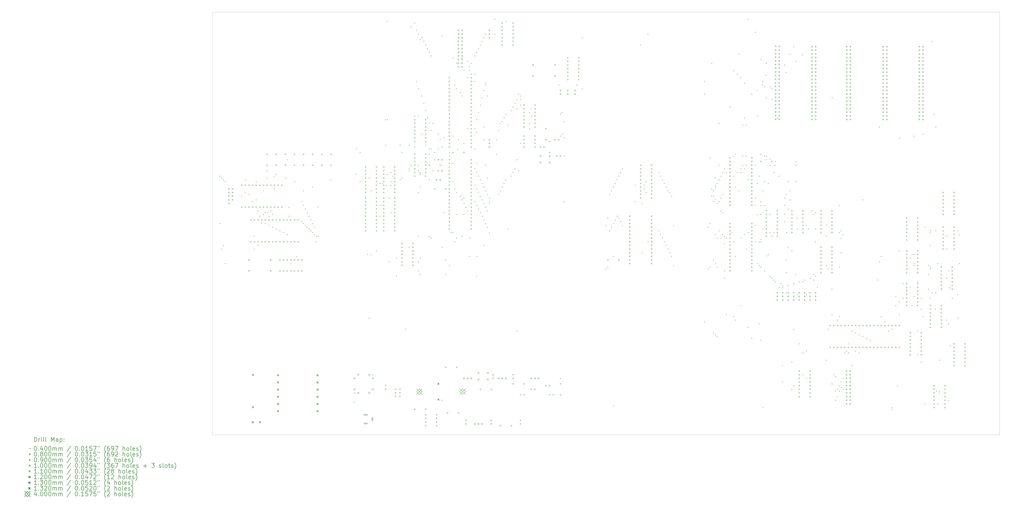
<source format=gbr>
%FSLAX45Y45*%
G04 Gerber Fmt 4.5, Leading zero omitted, Abs format (unit mm)*
G04 Created by KiCad (PCBNEW (5.1.10)-1) date 2022-04-25 14:41:34*
%MOMM*%
%LPD*%
G01*
G04 APERTURE LIST*
%TA.AperFunction,Profile*%
%ADD10C,0.100000*%
%TD*%
%ADD11C,0.200000*%
%ADD12C,0.300000*%
G04 APERTURE END LIST*
D10*
X2540000Y-31998920D02*
X2540000Y-31750000D01*
X55880000Y-31998920D02*
X2540000Y-31998920D01*
X57404000Y-31998920D02*
X55880000Y-31998920D01*
X57404000Y-31744920D02*
X57404000Y-31998920D01*
X57404000Y-31750000D02*
X57404000Y-31734760D01*
X57404000Y-2540000D02*
X57404000Y-31744920D01*
X57150000Y-2540000D02*
X57404000Y-2540000D01*
X2540000Y-31750000D02*
X2540000Y-2540000D01*
X2540000Y-2540000D02*
X57150000Y-2540000D01*
D11*
X3028000Y-13950000D02*
X3068000Y-13990000D01*
X3068000Y-13950000D02*
X3028000Y-13990000D01*
X3028000Y-17252000D02*
X3068000Y-17292000D01*
X3068000Y-17252000D02*
X3028000Y-17292000D01*
X3155000Y-14077000D02*
X3195000Y-14117000D01*
X3195000Y-14077000D02*
X3155000Y-14117000D01*
X3155000Y-19030000D02*
X3195000Y-19070000D01*
X3195000Y-19030000D02*
X3155000Y-19070000D01*
X3282000Y-14204000D02*
X3322000Y-14244000D01*
X3322000Y-14204000D02*
X3282000Y-14244000D01*
X3282000Y-18776000D02*
X3322000Y-18816000D01*
X3322000Y-18776000D02*
X3282000Y-18816000D01*
X3409000Y-14331000D02*
X3449000Y-14371000D01*
X3449000Y-14331000D02*
X3409000Y-14371000D01*
X3409000Y-20046000D02*
X3449000Y-20086000D01*
X3449000Y-20046000D02*
X3409000Y-20086000D01*
X4552000Y-15347000D02*
X4592000Y-15387000D01*
X4592000Y-15347000D02*
X4552000Y-15387000D01*
X4806000Y-14204000D02*
X4846000Y-14244000D01*
X4846000Y-14204000D02*
X4806000Y-14244000D01*
X4806000Y-15093000D02*
X4846000Y-15133000D01*
X4846000Y-15093000D02*
X4806000Y-15133000D01*
X5060000Y-15220000D02*
X5100000Y-15260000D01*
X5100000Y-15220000D02*
X5060000Y-15260000D01*
X5314000Y-15728000D02*
X5354000Y-15768000D01*
X5354000Y-15728000D02*
X5314000Y-15768000D01*
X5441000Y-18141000D02*
X5481000Y-18181000D01*
X5481000Y-18141000D02*
X5441000Y-18181000D01*
X5441000Y-19030000D02*
X5481000Y-19070000D01*
X5481000Y-19030000D02*
X5441000Y-19070000D01*
X5568000Y-14331000D02*
X5608000Y-14371000D01*
X5608000Y-14331000D02*
X5568000Y-14371000D01*
X5568000Y-15601000D02*
X5608000Y-15641000D01*
X5608000Y-15601000D02*
X5568000Y-15641000D01*
X5695000Y-16363000D02*
X5735000Y-16403000D01*
X5735000Y-16363000D02*
X5695000Y-16403000D01*
X5695000Y-18776000D02*
X5735000Y-18816000D01*
X5735000Y-18776000D02*
X5695000Y-18816000D01*
X5822000Y-16744000D02*
X5862000Y-16784000D01*
X5862000Y-16744000D02*
X5822000Y-16784000D01*
X5949000Y-17252000D02*
X5989000Y-17292000D01*
X5989000Y-17252000D02*
X5949000Y-17292000D01*
X6076000Y-14966000D02*
X6116000Y-15006000D01*
X6116000Y-14966000D02*
X6076000Y-15006000D01*
X6076000Y-16617000D02*
X6116000Y-16657000D01*
X6116000Y-16617000D02*
X6076000Y-16657000D01*
X6203000Y-16490000D02*
X6243000Y-16530000D01*
X6243000Y-16490000D02*
X6203000Y-16530000D01*
X6203000Y-17252000D02*
X6243000Y-17292000D01*
X6243000Y-17252000D02*
X6203000Y-17292000D01*
X6330000Y-13569000D02*
X6370000Y-13609000D01*
X6370000Y-13569000D02*
X6330000Y-13609000D01*
X6330000Y-14077000D02*
X6370000Y-14117000D01*
X6370000Y-14077000D02*
X6330000Y-14117000D01*
X6330000Y-16490000D02*
X6370000Y-16530000D01*
X6370000Y-16490000D02*
X6330000Y-16530000D01*
X6457000Y-16744000D02*
X6497000Y-16784000D01*
X6497000Y-16744000D02*
X6457000Y-16784000D01*
X6457000Y-17379000D02*
X6497000Y-17419000D01*
X6497000Y-17379000D02*
X6457000Y-17419000D01*
X6584000Y-16363000D02*
X6624000Y-16403000D01*
X6624000Y-16363000D02*
X6584000Y-16403000D01*
X6711000Y-16617000D02*
X6751000Y-16657000D01*
X6751000Y-16617000D02*
X6711000Y-16657000D01*
X6711000Y-17506000D02*
X6751000Y-17546000D01*
X6751000Y-17506000D02*
X6711000Y-17546000D01*
X6838000Y-13950000D02*
X6878000Y-13990000D01*
X6878000Y-13950000D02*
X6838000Y-13990000D01*
X6838000Y-14839000D02*
X6878000Y-14879000D01*
X6878000Y-14839000D02*
X6838000Y-14879000D01*
X6965000Y-13823000D02*
X7005000Y-13863000D01*
X7005000Y-13823000D02*
X6965000Y-13863000D01*
X6965000Y-17633000D02*
X7005000Y-17673000D01*
X7005000Y-17633000D02*
X6965000Y-17673000D01*
X7219000Y-17760000D02*
X7259000Y-17800000D01*
X7259000Y-17760000D02*
X7219000Y-17800000D01*
X7473000Y-17887000D02*
X7513000Y-17927000D01*
X7513000Y-17887000D02*
X7473000Y-17927000D01*
X7600000Y-14077000D02*
X7640000Y-14117000D01*
X7640000Y-14077000D02*
X7600000Y-14117000D01*
X7727000Y-12807000D02*
X7767000Y-12847000D01*
X7767000Y-12807000D02*
X7727000Y-12847000D01*
X7727000Y-18014000D02*
X7767000Y-18054000D01*
X7767000Y-18014000D02*
X7727000Y-18054000D01*
X7854000Y-16109000D02*
X7894000Y-16149000D01*
X7894000Y-16109000D02*
X7854000Y-16149000D01*
X7854000Y-16744000D02*
X7894000Y-16784000D01*
X7894000Y-16744000D02*
X7854000Y-16784000D01*
X7981000Y-20046000D02*
X8021000Y-20086000D01*
X8021000Y-20046000D02*
X7981000Y-20086000D01*
X8235000Y-14331000D02*
X8275000Y-14371000D01*
X8275000Y-14331000D02*
X8235000Y-14371000D01*
X8362000Y-19538000D02*
X8402000Y-19578000D01*
X8402000Y-19538000D02*
X8362000Y-19578000D01*
X8743000Y-15728000D02*
X8783000Y-15768000D01*
X8783000Y-15728000D02*
X8743000Y-15768000D01*
X8743000Y-17125000D02*
X8783000Y-17165000D01*
X8783000Y-17125000D02*
X8743000Y-17165000D01*
X8870000Y-14966000D02*
X8910000Y-15006000D01*
X8910000Y-14966000D02*
X8870000Y-15006000D01*
X8870000Y-15982000D02*
X8910000Y-16022000D01*
X8910000Y-15982000D02*
X8870000Y-16022000D01*
X8870000Y-17252000D02*
X8910000Y-17292000D01*
X8910000Y-17252000D02*
X8870000Y-17292000D01*
X8997000Y-16236000D02*
X9037000Y-16276000D01*
X9037000Y-16236000D02*
X8997000Y-16276000D01*
X8997000Y-17379000D02*
X9037000Y-17419000D01*
X9037000Y-17379000D02*
X8997000Y-17419000D01*
X9124000Y-16490000D02*
X9164000Y-16530000D01*
X9164000Y-16490000D02*
X9124000Y-16530000D01*
X9124000Y-17506000D02*
X9164000Y-17546000D01*
X9164000Y-17506000D02*
X9124000Y-17546000D01*
X9251000Y-16744000D02*
X9291000Y-16784000D01*
X9291000Y-16744000D02*
X9251000Y-16784000D01*
X9251000Y-17633000D02*
X9291000Y-17673000D01*
X9291000Y-17633000D02*
X9251000Y-17673000D01*
X9378000Y-16998000D02*
X9418000Y-17038000D01*
X9418000Y-16998000D02*
X9378000Y-17038000D01*
X9378000Y-17760000D02*
X9418000Y-17800000D01*
X9418000Y-17760000D02*
X9378000Y-17800000D01*
X9505000Y-14712000D02*
X9545000Y-14752000D01*
X9545000Y-14712000D02*
X9505000Y-14752000D01*
X9505000Y-17252000D02*
X9545000Y-17292000D01*
X9545000Y-17252000D02*
X9505000Y-17292000D01*
X9505000Y-17887000D02*
X9545000Y-17927000D01*
X9545000Y-17887000D02*
X9505000Y-17927000D01*
X9632000Y-17506000D02*
X9672000Y-17546000D01*
X9672000Y-17506000D02*
X9632000Y-17546000D01*
X9632000Y-18014000D02*
X9672000Y-18054000D01*
X9672000Y-18014000D02*
X9632000Y-18054000D01*
X9759000Y-18141000D02*
X9799000Y-18181000D01*
X9799000Y-18141000D02*
X9759000Y-18181000D01*
X9759000Y-18522000D02*
X9799000Y-18562000D01*
X9799000Y-18522000D02*
X9759000Y-18562000D01*
X9886000Y-16109000D02*
X9926000Y-16149000D01*
X9926000Y-16109000D02*
X9886000Y-16149000D01*
X9886000Y-18141000D02*
X9926000Y-18181000D01*
X9926000Y-18141000D02*
X9886000Y-18181000D01*
X10775000Y-14204000D02*
X10815000Y-14244000D01*
X10815000Y-14204000D02*
X10775000Y-14244000D01*
X12426000Y-29063000D02*
X12466000Y-29103000D01*
X12466000Y-29063000D02*
X12426000Y-29103000D01*
X12426000Y-29698000D02*
X12466000Y-29738000D01*
X12466000Y-29698000D02*
X12426000Y-29738000D01*
X12553000Y-12045000D02*
X12593000Y-12085000D01*
X12593000Y-12045000D02*
X12553000Y-12085000D01*
X12553000Y-13823000D02*
X12593000Y-13863000D01*
X12593000Y-13823000D02*
X12553000Y-13863000D01*
X12807000Y-12299000D02*
X12847000Y-12339000D01*
X12847000Y-12299000D02*
X12807000Y-12339000D01*
X12807000Y-14331000D02*
X12847000Y-14371000D01*
X12847000Y-14331000D02*
X12807000Y-14371000D01*
X13315000Y-19411000D02*
X13355000Y-19451000D01*
X13355000Y-19411000D02*
X13315000Y-19451000D01*
X13442000Y-14077000D02*
X13482000Y-14117000D01*
X13482000Y-14077000D02*
X13442000Y-14117000D01*
X13442000Y-23856000D02*
X13482000Y-23896000D01*
X13482000Y-23856000D02*
X13442000Y-23896000D01*
X13569000Y-14966000D02*
X13609000Y-15006000D01*
X13609000Y-14966000D02*
X13569000Y-15006000D01*
X13569000Y-19411000D02*
X13609000Y-19451000D01*
X13609000Y-19411000D02*
X13569000Y-19451000D01*
X13696000Y-27793000D02*
X13736000Y-27833000D01*
X13736000Y-27793000D02*
X13696000Y-27833000D01*
X13950000Y-19157000D02*
X13990000Y-19197000D01*
X13990000Y-19157000D02*
X13950000Y-19197000D01*
X14204000Y-14458000D02*
X14244000Y-14498000D01*
X14244000Y-14458000D02*
X14204000Y-14498000D01*
X14204000Y-16744000D02*
X14244000Y-16784000D01*
X14244000Y-16744000D02*
X14204000Y-16784000D01*
X14278000Y-15982000D02*
X14318000Y-16022000D01*
X14318000Y-15982000D02*
X14278000Y-16022000D01*
X14349000Y-14458000D02*
X14389000Y-14498000D01*
X14389000Y-14458000D02*
X14349000Y-14498000D01*
X14585000Y-10013000D02*
X14625000Y-10053000D01*
X14625000Y-10013000D02*
X14585000Y-10053000D01*
X14585000Y-11791000D02*
X14625000Y-11831000D01*
X14625000Y-11791000D02*
X14585000Y-11831000D01*
X14638000Y-14585000D02*
X14678000Y-14625000D01*
X14678000Y-14585000D02*
X14638000Y-14625000D01*
X14712000Y-3155000D02*
X14752000Y-3195000D01*
X14752000Y-3155000D02*
X14712000Y-3195000D01*
X14712000Y-10013000D02*
X14752000Y-10053000D01*
X14752000Y-10013000D02*
X14712000Y-10053000D01*
X14712000Y-13823000D02*
X14752000Y-13863000D01*
X14752000Y-13823000D02*
X14712000Y-13863000D01*
X14839000Y-15474000D02*
X14879000Y-15514000D01*
X14879000Y-15474000D02*
X14839000Y-15514000D01*
X14839000Y-19919000D02*
X14879000Y-19959000D01*
X14879000Y-19919000D02*
X14839000Y-19959000D01*
X14966000Y-13696000D02*
X15006000Y-13736000D01*
X15006000Y-13696000D02*
X14966000Y-13736000D01*
X14966000Y-14331000D02*
X15006000Y-14371000D01*
X15006000Y-14331000D02*
X14966000Y-14371000D01*
X14966000Y-14585000D02*
X15006000Y-14625000D01*
X15006000Y-14585000D02*
X14966000Y-14625000D01*
X14966000Y-16490000D02*
X15006000Y-16530000D01*
X15006000Y-16490000D02*
X14966000Y-16530000D01*
X15093000Y-13950000D02*
X15133000Y-13990000D01*
X15133000Y-13950000D02*
X15093000Y-13990000D01*
X15347000Y-19665000D02*
X15387000Y-19705000D01*
X15387000Y-19665000D02*
X15347000Y-19705000D01*
X15347000Y-20935000D02*
X15387000Y-20975000D01*
X15387000Y-20935000D02*
X15347000Y-20975000D01*
X15601000Y-11791000D02*
X15641000Y-11831000D01*
X15641000Y-11791000D02*
X15601000Y-11831000D01*
X15601000Y-14204000D02*
X15641000Y-14244000D01*
X15641000Y-14204000D02*
X15601000Y-14244000D01*
X15728000Y-12299000D02*
X15768000Y-12339000D01*
X15768000Y-12299000D02*
X15728000Y-12339000D01*
X15728000Y-14077000D02*
X15768000Y-14117000D01*
X15768000Y-14077000D02*
X15728000Y-14117000D01*
X15979460Y-24618000D02*
X16019460Y-24658000D01*
X16019460Y-24618000D02*
X15979460Y-24658000D01*
X16236000Y-11791000D02*
X16276000Y-11831000D01*
X16276000Y-11791000D02*
X16236000Y-11831000D01*
X16236000Y-13442000D02*
X16276000Y-13482000D01*
X16276000Y-13442000D02*
X16236000Y-13482000D01*
X16236000Y-13569000D02*
X16276000Y-13609000D01*
X16276000Y-13569000D02*
X16236000Y-13609000D01*
X16236000Y-18903000D02*
X16276000Y-18943000D01*
X16276000Y-18903000D02*
X16236000Y-18943000D01*
X16363000Y-3536000D02*
X16403000Y-3576000D01*
X16403000Y-3536000D02*
X16363000Y-3576000D01*
X16363000Y-13188000D02*
X16403000Y-13228000D01*
X16403000Y-13188000D02*
X16363000Y-13228000D01*
X16617000Y-3282000D02*
X16657000Y-3322000D01*
X16657000Y-3282000D02*
X16617000Y-3322000D01*
X16617000Y-9759000D02*
X16657000Y-9799000D01*
X16657000Y-9759000D02*
X16617000Y-9799000D01*
X16617000Y-11918000D02*
X16657000Y-11958000D01*
X16657000Y-11918000D02*
X16617000Y-11958000D01*
X16744000Y-3790000D02*
X16784000Y-3830000D01*
X16784000Y-3790000D02*
X16744000Y-3830000D01*
X16744000Y-7346000D02*
X16784000Y-7386000D01*
X16784000Y-7346000D02*
X16744000Y-7386000D01*
X16871000Y-4044000D02*
X16911000Y-4084000D01*
X16911000Y-4044000D02*
X16871000Y-4084000D01*
X16871000Y-7854000D02*
X16911000Y-7894000D01*
X16911000Y-7854000D02*
X16871000Y-7894000D01*
X16871000Y-9759000D02*
X16911000Y-9799000D01*
X16911000Y-9759000D02*
X16871000Y-9799000D01*
X16871000Y-13188000D02*
X16911000Y-13228000D01*
X16911000Y-13188000D02*
X16871000Y-13228000D01*
X16871000Y-13569000D02*
X16911000Y-13609000D01*
X16911000Y-13569000D02*
X16871000Y-13609000D01*
X16871000Y-15093000D02*
X16911000Y-15133000D01*
X16911000Y-15093000D02*
X16871000Y-15133000D01*
X16871000Y-18141000D02*
X16911000Y-18181000D01*
X16911000Y-18141000D02*
X16871000Y-18181000D01*
X16871000Y-19919000D02*
X16911000Y-19959000D01*
X16911000Y-19919000D02*
X16871000Y-19959000D01*
X16871000Y-20554000D02*
X16911000Y-20594000D01*
X16911000Y-20554000D02*
X16871000Y-20594000D01*
X16998000Y-4425000D02*
X17038000Y-4465000D01*
X17038000Y-4425000D02*
X16998000Y-4465000D01*
X16998000Y-13696000D02*
X17038000Y-13736000D01*
X17038000Y-13696000D02*
X16998000Y-13736000D01*
X16998000Y-13823000D02*
X17038000Y-13863000D01*
X17038000Y-13823000D02*
X16998000Y-13863000D01*
X16998000Y-14712000D02*
X17038000Y-14752000D01*
X17038000Y-14712000D02*
X16998000Y-14752000D01*
X16998000Y-19665000D02*
X17038000Y-19705000D01*
X17038000Y-19665000D02*
X16998000Y-19705000D01*
X16998000Y-20808000D02*
X17038000Y-20848000D01*
X17038000Y-20808000D02*
X16998000Y-20848000D01*
X17125000Y-4298000D02*
X17165000Y-4338000D01*
X17165000Y-4298000D02*
X17125000Y-4338000D01*
X17125000Y-8362000D02*
X17165000Y-8402000D01*
X17165000Y-8362000D02*
X17125000Y-8402000D01*
X17125000Y-11029000D02*
X17165000Y-11069000D01*
X17165000Y-11029000D02*
X17125000Y-11069000D01*
X17252000Y-4552000D02*
X17292000Y-4592000D01*
X17292000Y-4552000D02*
X17252000Y-4592000D01*
X17252000Y-8870000D02*
X17292000Y-8910000D01*
X17292000Y-8870000D02*
X17252000Y-8910000D01*
X17379000Y-4806000D02*
X17419000Y-4846000D01*
X17419000Y-4806000D02*
X17379000Y-4846000D01*
X17379000Y-9378000D02*
X17419000Y-9418000D01*
X17419000Y-9378000D02*
X17379000Y-9418000D01*
X17379000Y-11791000D02*
X17419000Y-11831000D01*
X17419000Y-11791000D02*
X17379000Y-11831000D01*
X17506000Y-5060000D02*
X17546000Y-5100000D01*
X17546000Y-5060000D02*
X17506000Y-5100000D01*
X17506000Y-9886000D02*
X17546000Y-9926000D01*
X17546000Y-9886000D02*
X17506000Y-9926000D01*
X17633000Y-5314000D02*
X17673000Y-5354000D01*
X17673000Y-5314000D02*
X17633000Y-5354000D01*
X17633000Y-10267000D02*
X17673000Y-10307000D01*
X17673000Y-10267000D02*
X17633000Y-10307000D01*
X17633000Y-12045000D02*
X17673000Y-12085000D01*
X17673000Y-12045000D02*
X17633000Y-12085000D01*
X17633000Y-12426000D02*
X17673000Y-12466000D01*
X17673000Y-12426000D02*
X17633000Y-12466000D01*
X17633000Y-14204000D02*
X17673000Y-14244000D01*
X17673000Y-14204000D02*
X17633000Y-14244000D01*
X17633000Y-18141000D02*
X17673000Y-18181000D01*
X17673000Y-18141000D02*
X17633000Y-18181000D01*
X17760000Y-5568000D02*
X17800000Y-5608000D01*
X17800000Y-5568000D02*
X17760000Y-5608000D01*
X17760000Y-10775000D02*
X17800000Y-10815000D01*
X17800000Y-10775000D02*
X17760000Y-10815000D01*
X17760000Y-12045000D02*
X17800000Y-12085000D01*
X17800000Y-12045000D02*
X17760000Y-12085000D01*
X17760000Y-18268000D02*
X17800000Y-18308000D01*
X17800000Y-18268000D02*
X17760000Y-18308000D01*
X17887000Y-10267000D02*
X17927000Y-10307000D01*
X17927000Y-10267000D02*
X17887000Y-10307000D01*
X17887000Y-13569000D02*
X17927000Y-13609000D01*
X17927000Y-13569000D02*
X17887000Y-13609000D01*
X18014000Y-12299000D02*
X18054000Y-12339000D01*
X18054000Y-12299000D02*
X18014000Y-12339000D01*
X18014000Y-12807000D02*
X18054000Y-12847000D01*
X18054000Y-12807000D02*
X18014000Y-12847000D01*
X18268000Y-11029000D02*
X18308000Y-11069000D01*
X18308000Y-11029000D02*
X18268000Y-11069000D01*
X18268000Y-12045000D02*
X18308000Y-12085000D01*
X18308000Y-12045000D02*
X18268000Y-12085000D01*
X18395000Y-11410000D02*
X18435000Y-11450000D01*
X18435000Y-11410000D02*
X18395000Y-11450000D01*
X18522000Y-4171000D02*
X18562000Y-4211000D01*
X18562000Y-4171000D02*
X18522000Y-4211000D01*
X18522000Y-11918000D02*
X18562000Y-11958000D01*
X18562000Y-11918000D02*
X18522000Y-11958000D01*
X18522000Y-18903000D02*
X18562000Y-18943000D01*
X18562000Y-18903000D02*
X18522000Y-18943000D01*
X18522000Y-29571000D02*
X18562000Y-29611000D01*
X18562000Y-29571000D02*
X18522000Y-29611000D01*
X18649000Y-11283000D02*
X18689000Y-11323000D01*
X18689000Y-11283000D02*
X18649000Y-11323000D01*
X18649000Y-16490000D02*
X18689000Y-16530000D01*
X18689000Y-16490000D02*
X18649000Y-16530000D01*
X18776000Y-19792000D02*
X18816000Y-19832000D01*
X18816000Y-19792000D02*
X18776000Y-19832000D01*
X18776000Y-20808000D02*
X18816000Y-20848000D01*
X18816000Y-20808000D02*
X18776000Y-20848000D01*
X19030000Y-12299000D02*
X19070000Y-12339000D01*
X19070000Y-12299000D02*
X19030000Y-12339000D01*
X19030000Y-12553000D02*
X19070000Y-12593000D01*
X19070000Y-12553000D02*
X19030000Y-12593000D01*
X19030000Y-20173000D02*
X19070000Y-20213000D01*
X19070000Y-20173000D02*
X19030000Y-20213000D01*
X19157000Y-17887000D02*
X19197000Y-17927000D01*
X19197000Y-17887000D02*
X19157000Y-17927000D01*
X19284000Y-5695000D02*
X19324000Y-5735000D01*
X19324000Y-5695000D02*
X19284000Y-5735000D01*
X19284000Y-11156000D02*
X19324000Y-11196000D01*
X19324000Y-11156000D02*
X19284000Y-11196000D01*
X19284000Y-13061000D02*
X19324000Y-13101000D01*
X19324000Y-13061000D02*
X19284000Y-13101000D01*
X19284000Y-14331000D02*
X19324000Y-14371000D01*
X19324000Y-14331000D02*
X19284000Y-14371000D01*
X19284000Y-17887000D02*
X19324000Y-17927000D01*
X19324000Y-17887000D02*
X19284000Y-17927000D01*
X19411000Y-7600000D02*
X19451000Y-7640000D01*
X19451000Y-7600000D02*
X19411000Y-7640000D01*
X19411000Y-14839000D02*
X19451000Y-14879000D01*
X19451000Y-14839000D02*
X19411000Y-14879000D01*
X19411000Y-18522000D02*
X19451000Y-18562000D01*
X19451000Y-18522000D02*
X19411000Y-18562000D01*
X19538000Y-6076000D02*
X19578000Y-6116000D01*
X19578000Y-6076000D02*
X19538000Y-6116000D01*
X19538000Y-7854000D02*
X19578000Y-7894000D01*
X19578000Y-7854000D02*
X19538000Y-7894000D01*
X19538000Y-15093000D02*
X19578000Y-15133000D01*
X19578000Y-15093000D02*
X19538000Y-15133000D01*
X19538000Y-16617000D02*
X19578000Y-16657000D01*
X19578000Y-16617000D02*
X19538000Y-16657000D01*
X19538000Y-18268000D02*
X19578000Y-18308000D01*
X19578000Y-18268000D02*
X19538000Y-18308000D01*
X19625245Y-12099500D02*
X19665245Y-12139500D01*
X19665245Y-12099500D02*
X19625245Y-12139500D01*
X19665000Y-11410000D02*
X19705000Y-11450000D01*
X19705000Y-11410000D02*
X19665000Y-11450000D01*
X19792000Y-8108000D02*
X19832000Y-8148000D01*
X19832000Y-8108000D02*
X19792000Y-8148000D01*
X19792000Y-15347000D02*
X19832000Y-15387000D01*
X19832000Y-15347000D02*
X19792000Y-15387000D01*
X19919000Y-5713000D02*
X19959000Y-5753000D01*
X19959000Y-5713000D02*
X19919000Y-5753000D01*
X19919000Y-8362000D02*
X19959000Y-8402000D01*
X19959000Y-8362000D02*
X19919000Y-8402000D01*
X19919000Y-15220000D02*
X19959000Y-15260000D01*
X19959000Y-15220000D02*
X19919000Y-15260000D01*
X19919000Y-15601000D02*
X19959000Y-15641000D01*
X19959000Y-15601000D02*
X19919000Y-15641000D01*
X19919000Y-18141000D02*
X19959000Y-18181000D01*
X19959000Y-18141000D02*
X19919000Y-18181000D01*
X20046000Y-6584000D02*
X20086000Y-6624000D01*
X20086000Y-6584000D02*
X20046000Y-6624000D01*
X20046000Y-11664000D02*
X20086000Y-11704000D01*
X20086000Y-11664000D02*
X20046000Y-11704000D01*
X20046000Y-15474000D02*
X20086000Y-15514000D01*
X20086000Y-15474000D02*
X20046000Y-15514000D01*
X20046000Y-15855000D02*
X20086000Y-15895000D01*
X20086000Y-15855000D02*
X20046000Y-15895000D01*
X20046000Y-16617000D02*
X20086000Y-16657000D01*
X20086000Y-16617000D02*
X20046000Y-16657000D01*
X20173000Y-16109000D02*
X20213000Y-16149000D01*
X20213000Y-16109000D02*
X20173000Y-16149000D01*
X20300000Y-5949000D02*
X20340000Y-5989000D01*
X20340000Y-5949000D02*
X20300000Y-5989000D01*
X20300000Y-7092000D02*
X20340000Y-7132000D01*
X20340000Y-7092000D02*
X20300000Y-7132000D01*
X20300000Y-10648000D02*
X20340000Y-10688000D01*
X20340000Y-10648000D02*
X20300000Y-10688000D01*
X20300000Y-16363000D02*
X20340000Y-16403000D01*
X20340000Y-16363000D02*
X20300000Y-16403000D01*
X20427000Y-6330000D02*
X20467000Y-6370000D01*
X20467000Y-6330000D02*
X20427000Y-6370000D01*
X20427000Y-6584000D02*
X20467000Y-6624000D01*
X20467000Y-6584000D02*
X20427000Y-6624000D01*
X20427000Y-18268000D02*
X20467000Y-18308000D01*
X20467000Y-18268000D02*
X20427000Y-18308000D01*
X20427000Y-19538000D02*
X20467000Y-19578000D01*
X20467000Y-19538000D02*
X20427000Y-19578000D01*
X20554000Y-6076000D02*
X20594000Y-6116000D01*
X20594000Y-6076000D02*
X20554000Y-6116000D01*
X20554000Y-6838000D02*
X20594000Y-6878000D01*
X20594000Y-6838000D02*
X20554000Y-6878000D01*
X20808000Y-5568000D02*
X20848000Y-5608000D01*
X20848000Y-5568000D02*
X20808000Y-5608000D01*
X20808000Y-6838000D02*
X20848000Y-6878000D01*
X20848000Y-6838000D02*
X20808000Y-6878000D01*
X20808000Y-7346000D02*
X20848000Y-7386000D01*
X20848000Y-7346000D02*
X20808000Y-7386000D01*
X20808000Y-10648000D02*
X20848000Y-10688000D01*
X20848000Y-10648000D02*
X20808000Y-10688000D01*
X20808000Y-12045000D02*
X20848000Y-12085000D01*
X20848000Y-12045000D02*
X20808000Y-12085000D01*
X20808000Y-13442000D02*
X20848000Y-13482000D01*
X20848000Y-13442000D02*
X20808000Y-13482000D01*
X20808000Y-14585000D02*
X20848000Y-14625000D01*
X20848000Y-14585000D02*
X20808000Y-14625000D01*
X20808000Y-15728000D02*
X20848000Y-15768000D01*
X20848000Y-15728000D02*
X20808000Y-15768000D01*
X20935000Y-5314000D02*
X20975000Y-5354000D01*
X20975000Y-5314000D02*
X20935000Y-5354000D01*
X20935000Y-10013000D02*
X20975000Y-10053000D01*
X20975000Y-10013000D02*
X20935000Y-10053000D01*
X20935000Y-10902000D02*
X20975000Y-10942000D01*
X20975000Y-10902000D02*
X20935000Y-10942000D01*
X20935000Y-13061000D02*
X20975000Y-13101000D01*
X20975000Y-13061000D02*
X20935000Y-13101000D01*
X20935000Y-13696000D02*
X20975000Y-13736000D01*
X20975000Y-13696000D02*
X20935000Y-13736000D01*
X20935000Y-14839000D02*
X20975000Y-14879000D01*
X20975000Y-14839000D02*
X20935000Y-14879000D01*
X20935000Y-15982000D02*
X20975000Y-16022000D01*
X20975000Y-15982000D02*
X20935000Y-16022000D01*
X20935000Y-19538000D02*
X20975000Y-19578000D01*
X20975000Y-19538000D02*
X20935000Y-19578000D01*
X20935000Y-20935000D02*
X20975000Y-20975000D01*
X20975000Y-20935000D02*
X20935000Y-20975000D01*
X21062000Y-5060000D02*
X21102000Y-5100000D01*
X21102000Y-5060000D02*
X21062000Y-5100000D01*
X21062000Y-9505000D02*
X21102000Y-9545000D01*
X21102000Y-9505000D02*
X21062000Y-9545000D01*
X21062000Y-13950000D02*
X21102000Y-13990000D01*
X21102000Y-13950000D02*
X21062000Y-13990000D01*
X21062000Y-15093000D02*
X21102000Y-15133000D01*
X21102000Y-15093000D02*
X21062000Y-15133000D01*
X21062000Y-16236000D02*
X21102000Y-16276000D01*
X21102000Y-16236000D02*
X21062000Y-16276000D01*
X21189000Y-4806000D02*
X21229000Y-4846000D01*
X21229000Y-4806000D02*
X21189000Y-4846000D01*
X21189000Y-8997000D02*
X21229000Y-9037000D01*
X21229000Y-8997000D02*
X21189000Y-9037000D01*
X21189000Y-14204000D02*
X21229000Y-14244000D01*
X21229000Y-14204000D02*
X21189000Y-14244000D01*
X21189000Y-15347000D02*
X21229000Y-15387000D01*
X21229000Y-15347000D02*
X21189000Y-15387000D01*
X21189000Y-16490000D02*
X21229000Y-16530000D01*
X21229000Y-16490000D02*
X21189000Y-16530000D01*
X21316000Y-4552000D02*
X21356000Y-4592000D01*
X21356000Y-4552000D02*
X21316000Y-4592000D01*
X21316000Y-8489000D02*
X21356000Y-8529000D01*
X21356000Y-8489000D02*
X21316000Y-8529000D01*
X21316000Y-14458000D02*
X21356000Y-14498000D01*
X21356000Y-14458000D02*
X21316000Y-14498000D01*
X21316000Y-15601000D02*
X21356000Y-15641000D01*
X21356000Y-15601000D02*
X21316000Y-15641000D01*
X21316000Y-16744000D02*
X21356000Y-16784000D01*
X21356000Y-16744000D02*
X21316000Y-16784000D01*
X21443000Y-4298000D02*
X21483000Y-4338000D01*
X21483000Y-4298000D02*
X21443000Y-4338000D01*
X21443000Y-7981000D02*
X21483000Y-8021000D01*
X21483000Y-7981000D02*
X21443000Y-8021000D01*
X21443000Y-10521000D02*
X21483000Y-10561000D01*
X21483000Y-10521000D02*
X21443000Y-10561000D01*
X21443000Y-11410000D02*
X21483000Y-11450000D01*
X21483000Y-11410000D02*
X21443000Y-11450000D01*
X21443000Y-14712000D02*
X21483000Y-14752000D01*
X21483000Y-14712000D02*
X21443000Y-14752000D01*
X21443000Y-15855000D02*
X21483000Y-15895000D01*
X21483000Y-15855000D02*
X21443000Y-15895000D01*
X21443000Y-16998000D02*
X21483000Y-17038000D01*
X21483000Y-16998000D02*
X21443000Y-17038000D01*
X21443000Y-18776000D02*
X21483000Y-18816000D01*
X21483000Y-18776000D02*
X21443000Y-18816000D01*
X21554785Y-13172785D02*
X21594785Y-13212785D01*
X21594785Y-13172785D02*
X21554785Y-13212785D01*
X21570000Y-4044000D02*
X21610000Y-4084000D01*
X21610000Y-4044000D02*
X21570000Y-4084000D01*
X21570000Y-7473000D02*
X21610000Y-7513000D01*
X21610000Y-7473000D02*
X21570000Y-7513000D01*
X21570000Y-7600000D02*
X21610000Y-7640000D01*
X21610000Y-7600000D02*
X21570000Y-7640000D01*
X21570000Y-14966000D02*
X21610000Y-15006000D01*
X21610000Y-14966000D02*
X21570000Y-15006000D01*
X21570000Y-16109000D02*
X21610000Y-16149000D01*
X21610000Y-16109000D02*
X21570000Y-16149000D01*
X21570000Y-17252000D02*
X21610000Y-17292000D01*
X21610000Y-17252000D02*
X21570000Y-17292000D01*
X21697000Y-8362000D02*
X21737000Y-8402000D01*
X21737000Y-8362000D02*
X21697000Y-8402000D01*
X21697000Y-14077000D02*
X21737000Y-14117000D01*
X21737000Y-14077000D02*
X21697000Y-14117000D01*
X21697000Y-15220000D02*
X21737000Y-15260000D01*
X21737000Y-15220000D02*
X21697000Y-15260000D01*
X21697000Y-16363000D02*
X21737000Y-16403000D01*
X21737000Y-16363000D02*
X21697000Y-16403000D01*
X21697000Y-17506000D02*
X21737000Y-17546000D01*
X21737000Y-17506000D02*
X21697000Y-17546000D01*
X21824000Y-15474000D02*
X21864000Y-15514000D01*
X21864000Y-15474000D02*
X21824000Y-15514000D01*
X21824000Y-15728000D02*
X21864000Y-15768000D01*
X21864000Y-15728000D02*
X21824000Y-15768000D01*
X21824000Y-15855000D02*
X21864000Y-15895000D01*
X21864000Y-15855000D02*
X21824000Y-15895000D01*
X21824000Y-17887000D02*
X21864000Y-17927000D01*
X21864000Y-17887000D02*
X21824000Y-17927000D01*
X22205000Y-3028000D02*
X22245000Y-3068000D01*
X22245000Y-3028000D02*
X22205000Y-3068000D01*
X22205000Y-4044000D02*
X22245000Y-4084000D01*
X22245000Y-4044000D02*
X22205000Y-4084000D01*
X22332000Y-11410000D02*
X22372000Y-11450000D01*
X22372000Y-11410000D02*
X22332000Y-11450000D01*
X22332000Y-12426000D02*
X22372000Y-12466000D01*
X22372000Y-12426000D02*
X22332000Y-12466000D01*
X22459000Y-10775000D02*
X22499000Y-10815000D01*
X22499000Y-10775000D02*
X22459000Y-10815000D01*
X22459000Y-15220000D02*
X22499000Y-15260000D01*
X22499000Y-15220000D02*
X22459000Y-15260000D01*
X22586000Y-10267000D02*
X22626000Y-10307000D01*
X22626000Y-10267000D02*
X22586000Y-10307000D01*
X22586000Y-14966000D02*
X22626000Y-15006000D01*
X22626000Y-14966000D02*
X22586000Y-15006000D01*
X22713000Y-10140000D02*
X22753000Y-10180000D01*
X22753000Y-10140000D02*
X22713000Y-10180000D01*
X22713000Y-14712000D02*
X22753000Y-14752000D01*
X22753000Y-14712000D02*
X22713000Y-14752000D01*
X22840000Y-9886000D02*
X22880000Y-9926000D01*
X22880000Y-9886000D02*
X22840000Y-9926000D01*
X22840000Y-14458000D02*
X22880000Y-14498000D01*
X22880000Y-14458000D02*
X22840000Y-14498000D01*
X22967000Y-3155000D02*
X23007000Y-3195000D01*
X23007000Y-3155000D02*
X22967000Y-3195000D01*
X22967000Y-9632000D02*
X23007000Y-9672000D01*
X23007000Y-9632000D02*
X22967000Y-9672000D01*
X22967000Y-14204000D02*
X23007000Y-14244000D01*
X23007000Y-14204000D02*
X22967000Y-14244000D01*
X23094000Y-10394000D02*
X23134000Y-10434000D01*
X23134000Y-10394000D02*
X23094000Y-10434000D01*
X23094000Y-17633000D02*
X23134000Y-17673000D01*
X23134000Y-17633000D02*
X23094000Y-17673000D01*
X23348000Y-9378000D02*
X23388000Y-9418000D01*
X23388000Y-9378000D02*
X23348000Y-9418000D01*
X23348000Y-13950000D02*
X23388000Y-13990000D01*
X23388000Y-13950000D02*
X23348000Y-13990000D01*
X23475000Y-9124000D02*
X23515000Y-9164000D01*
X23515000Y-9124000D02*
X23475000Y-9164000D01*
X23475000Y-13696000D02*
X23515000Y-13736000D01*
X23515000Y-13696000D02*
X23475000Y-13736000D01*
X23602000Y-8870000D02*
X23642000Y-8910000D01*
X23642000Y-8870000D02*
X23602000Y-8910000D01*
X23602000Y-13442000D02*
X23642000Y-13482000D01*
X23642000Y-13442000D02*
X23602000Y-13482000D01*
X23729000Y-8616000D02*
X23769000Y-8656000D01*
X23769000Y-8616000D02*
X23729000Y-8656000D01*
X23729000Y-9251000D02*
X23769000Y-9291000D01*
X23769000Y-9251000D02*
X23729000Y-9291000D01*
X23729000Y-12807000D02*
X23769000Y-12847000D01*
X23769000Y-12807000D02*
X23729000Y-12847000D01*
X23729000Y-24745000D02*
X23769000Y-24785000D01*
X23769000Y-24745000D02*
X23729000Y-24785000D01*
X23856000Y-8235000D02*
X23896000Y-8275000D01*
X23896000Y-8235000D02*
X23856000Y-8275000D01*
X23856000Y-13569000D02*
X23896000Y-13609000D01*
X23896000Y-13569000D02*
X23856000Y-13609000D01*
X23983000Y-8362000D02*
X24023000Y-8402000D01*
X24023000Y-8362000D02*
X23983000Y-8402000D01*
X23983000Y-8616000D02*
X24023000Y-8656000D01*
X24023000Y-8616000D02*
X23983000Y-8656000D01*
X23983000Y-8997000D02*
X24023000Y-9037000D01*
X24023000Y-8997000D02*
X23983000Y-9037000D01*
X23983000Y-11664000D02*
X24023000Y-11704000D01*
X24023000Y-11664000D02*
X23983000Y-11704000D01*
X24618000Y-9505000D02*
X24658000Y-9545000D01*
X24658000Y-9505000D02*
X24618000Y-9545000D01*
X24618000Y-10267000D02*
X24658000Y-10307000D01*
X24658000Y-10267000D02*
X24618000Y-10307000D01*
X24618000Y-10648000D02*
X24658000Y-10688000D01*
X24658000Y-10648000D02*
X24618000Y-10688000D01*
X24745000Y-9251000D02*
X24785000Y-9291000D01*
X24785000Y-9251000D02*
X24745000Y-9291000D01*
X24745000Y-9759000D02*
X24785000Y-9799000D01*
X24785000Y-9759000D02*
X24745000Y-9799000D01*
X26650000Y-7600000D02*
X26690000Y-7640000D01*
X26690000Y-7600000D02*
X26650000Y-7640000D01*
X26777000Y-9632000D02*
X26817000Y-9672000D01*
X26817000Y-9632000D02*
X26777000Y-9672000D01*
X26777000Y-11156000D02*
X26817000Y-11196000D01*
X26817000Y-11156000D02*
X26777000Y-11196000D01*
X26777000Y-28047000D02*
X26817000Y-28087000D01*
X26817000Y-28047000D02*
X26777000Y-28087000D01*
X26904000Y-9505000D02*
X26944000Y-9545000D01*
X26944000Y-9505000D02*
X26904000Y-9545000D01*
X26904000Y-11029000D02*
X26944000Y-11069000D01*
X26944000Y-11029000D02*
X26904000Y-11069000D01*
X27031000Y-10140000D02*
X27071000Y-10180000D01*
X27071000Y-10140000D02*
X27031000Y-10180000D01*
X27031000Y-11283000D02*
X27071000Y-11323000D01*
X27071000Y-11283000D02*
X27031000Y-11323000D01*
X27031000Y-12553000D02*
X27071000Y-12593000D01*
X27071000Y-12553000D02*
X27031000Y-12593000D01*
X27031000Y-15728000D02*
X27071000Y-15768000D01*
X27071000Y-15728000D02*
X27031000Y-15768000D01*
X27920000Y-7600000D02*
X27960000Y-7640000D01*
X27960000Y-7600000D02*
X27920000Y-7640000D01*
X28301000Y-4298000D02*
X28341000Y-4338000D01*
X28341000Y-4298000D02*
X28301000Y-4338000D01*
X28301000Y-7854000D02*
X28341000Y-7894000D01*
X28341000Y-7854000D02*
X28301000Y-7894000D01*
X29952000Y-17379000D02*
X29992000Y-17419000D01*
X29992000Y-17379000D02*
X29952000Y-17419000D01*
X29952000Y-20427000D02*
X29992000Y-20467000D01*
X29992000Y-20427000D02*
X29952000Y-20467000D01*
X30079000Y-16871000D02*
X30119000Y-16911000D01*
X30119000Y-16871000D02*
X30079000Y-16911000D01*
X30079000Y-20300000D02*
X30119000Y-20340000D01*
X30119000Y-20300000D02*
X30079000Y-20340000D01*
X30206000Y-15220000D02*
X30246000Y-15260000D01*
X30246000Y-15220000D02*
X30206000Y-15260000D01*
X30206000Y-17760000D02*
X30246000Y-17800000D01*
X30246000Y-17760000D02*
X30206000Y-17800000D01*
X30333000Y-14966000D02*
X30373000Y-15006000D01*
X30373000Y-14966000D02*
X30333000Y-15006000D01*
X30333000Y-17506000D02*
X30373000Y-17546000D01*
X30373000Y-17506000D02*
X30333000Y-17546000D01*
X30460000Y-14712000D02*
X30500000Y-14752000D01*
X30500000Y-14712000D02*
X30460000Y-14752000D01*
X30460000Y-17252000D02*
X30500000Y-17292000D01*
X30500000Y-17252000D02*
X30460000Y-17292000D01*
X30460000Y-19538000D02*
X30500000Y-19578000D01*
X30500000Y-19538000D02*
X30460000Y-19578000D01*
X30460000Y-29952000D02*
X30500000Y-29992000D01*
X30500000Y-29952000D02*
X30460000Y-29992000D01*
X30587000Y-14458000D02*
X30627000Y-14498000D01*
X30627000Y-14458000D02*
X30587000Y-14498000D01*
X30587000Y-16998000D02*
X30627000Y-17038000D01*
X30627000Y-16998000D02*
X30587000Y-17038000D01*
X30587000Y-16998000D02*
X30627000Y-17038000D01*
X30627000Y-16998000D02*
X30587000Y-17038000D01*
X30714000Y-14204000D02*
X30754000Y-14244000D01*
X30754000Y-14204000D02*
X30714000Y-14244000D01*
X30714000Y-16744000D02*
X30754000Y-16784000D01*
X30754000Y-16744000D02*
X30714000Y-16784000D01*
X30841000Y-13950000D02*
X30881000Y-13990000D01*
X30881000Y-13950000D02*
X30841000Y-13990000D01*
X30841000Y-16871000D02*
X30881000Y-16911000D01*
X30881000Y-16871000D02*
X30841000Y-16911000D01*
X30968000Y-13696000D02*
X31008000Y-13736000D01*
X31008000Y-13696000D02*
X30968000Y-13736000D01*
X30968000Y-17125000D02*
X31008000Y-17165000D01*
X31008000Y-17125000D02*
X30968000Y-17165000D01*
X31095000Y-13442000D02*
X31135000Y-13482000D01*
X31135000Y-13442000D02*
X31095000Y-13482000D01*
X31095000Y-17379000D02*
X31135000Y-17419000D01*
X31135000Y-17379000D02*
X31095000Y-17419000D01*
X31984000Y-14585000D02*
X32024000Y-14625000D01*
X32024000Y-14585000D02*
X31984000Y-14625000D01*
X31984000Y-15728000D02*
X32024000Y-15768000D01*
X32024000Y-15728000D02*
X31984000Y-15768000D01*
X32365000Y-4806000D02*
X32405000Y-4846000D01*
X32405000Y-4806000D02*
X32365000Y-4846000D01*
X32492000Y-15855000D02*
X32532000Y-15895000D01*
X32532000Y-15855000D02*
X32492000Y-15895000D01*
X32492000Y-19284000D02*
X32532000Y-19324000D01*
X32532000Y-19284000D02*
X32492000Y-19324000D01*
X32619000Y-14585000D02*
X32659000Y-14625000D01*
X32659000Y-14585000D02*
X32619000Y-14625000D01*
X32619000Y-14839000D02*
X32659000Y-14879000D01*
X32659000Y-14839000D02*
X32619000Y-14879000D01*
X32746000Y-14331000D02*
X32786000Y-14371000D01*
X32786000Y-14331000D02*
X32746000Y-14371000D01*
X32746000Y-15093000D02*
X32786000Y-15133000D01*
X32786000Y-15093000D02*
X32746000Y-15133000D01*
X32873000Y-4044000D02*
X32913000Y-4084000D01*
X32913000Y-4044000D02*
X32873000Y-4084000D01*
X32873000Y-18522000D02*
X32913000Y-18562000D01*
X32913000Y-18522000D02*
X32873000Y-18562000D01*
X33635000Y-13696000D02*
X33675000Y-13736000D01*
X33675000Y-13696000D02*
X33635000Y-13736000D01*
X33635000Y-17760000D02*
X33675000Y-17800000D01*
X33675000Y-17760000D02*
X33635000Y-17800000D01*
X33762000Y-13950000D02*
X33802000Y-13990000D01*
X33802000Y-13950000D02*
X33762000Y-13990000D01*
X33762000Y-18014000D02*
X33802000Y-18054000D01*
X33802000Y-18014000D02*
X33762000Y-18054000D01*
X33889000Y-14204000D02*
X33929000Y-14244000D01*
X33929000Y-14204000D02*
X33889000Y-14244000D01*
X33889000Y-18268000D02*
X33929000Y-18308000D01*
X33929000Y-18268000D02*
X33889000Y-18308000D01*
X34016000Y-14458000D02*
X34056000Y-14498000D01*
X34056000Y-14458000D02*
X34016000Y-14498000D01*
X34016000Y-18522000D02*
X34056000Y-18562000D01*
X34056000Y-18522000D02*
X34016000Y-18562000D01*
X34143000Y-14712000D02*
X34183000Y-14752000D01*
X34183000Y-14712000D02*
X34143000Y-14752000D01*
X34143000Y-18776000D02*
X34183000Y-18816000D01*
X34183000Y-18776000D02*
X34143000Y-18816000D01*
X34270000Y-14966000D02*
X34310000Y-15006000D01*
X34310000Y-14966000D02*
X34270000Y-15006000D01*
X34270000Y-19030000D02*
X34310000Y-19070000D01*
X34310000Y-19030000D02*
X34270000Y-19070000D01*
X34397000Y-15093000D02*
X34437000Y-15133000D01*
X34437000Y-15093000D02*
X34397000Y-15133000D01*
X34397000Y-19284000D02*
X34437000Y-19324000D01*
X34437000Y-19284000D02*
X34397000Y-19324000D01*
X34524000Y-15347000D02*
X34564000Y-15387000D01*
X34564000Y-15347000D02*
X34524000Y-15387000D01*
X34524000Y-19538000D02*
X34564000Y-19578000D01*
X34564000Y-19538000D02*
X34524000Y-19578000D01*
X34651000Y-17379000D02*
X34691000Y-17419000D01*
X34691000Y-17379000D02*
X34651000Y-17419000D01*
X34651000Y-20173000D02*
X34691000Y-20213000D01*
X34691000Y-20173000D02*
X34651000Y-20213000D01*
X36810000Y-7346000D02*
X36850000Y-7386000D01*
X36850000Y-7346000D02*
X36810000Y-7386000D01*
X36810000Y-8235000D02*
X36850000Y-8275000D01*
X36850000Y-8235000D02*
X36810000Y-8275000D01*
X36810000Y-24110000D02*
X36850000Y-24150000D01*
X36850000Y-24110000D02*
X36810000Y-24150000D01*
X37064000Y-17506000D02*
X37104000Y-17546000D01*
X37104000Y-17506000D02*
X37064000Y-17546000D01*
X37064000Y-20427000D02*
X37104000Y-20467000D01*
X37104000Y-20427000D02*
X37064000Y-20467000D01*
X37191000Y-12680000D02*
X37231000Y-12720000D01*
X37231000Y-12680000D02*
X37191000Y-12720000D01*
X37191000Y-17252000D02*
X37231000Y-17292000D01*
X37231000Y-17252000D02*
X37191000Y-17292000D01*
X37191000Y-20300000D02*
X37231000Y-20340000D01*
X37231000Y-20300000D02*
X37191000Y-20340000D01*
X37318000Y-6076000D02*
X37358000Y-6116000D01*
X37358000Y-6076000D02*
X37318000Y-6116000D01*
X37318000Y-14839000D02*
X37358000Y-14879000D01*
X37358000Y-14839000D02*
X37318000Y-14879000D01*
X37318000Y-15347000D02*
X37358000Y-15387000D01*
X37358000Y-15347000D02*
X37318000Y-15387000D01*
X37445000Y-14966000D02*
X37485000Y-15006000D01*
X37485000Y-14966000D02*
X37445000Y-15006000D01*
X37445000Y-15347000D02*
X37485000Y-15387000D01*
X37485000Y-15347000D02*
X37445000Y-15387000D01*
X37445000Y-15728000D02*
X37485000Y-15768000D01*
X37485000Y-15728000D02*
X37445000Y-15768000D01*
X37445000Y-19792000D02*
X37485000Y-19832000D01*
X37485000Y-19792000D02*
X37445000Y-19832000D01*
X37445000Y-24872000D02*
X37485000Y-24912000D01*
X37485000Y-24872000D02*
X37445000Y-24912000D01*
X37572000Y-14077000D02*
X37612000Y-14117000D01*
X37612000Y-14077000D02*
X37572000Y-14117000D01*
X37572000Y-14585000D02*
X37612000Y-14625000D01*
X37612000Y-14585000D02*
X37572000Y-14625000D01*
X37572000Y-14712000D02*
X37612000Y-14752000D01*
X37612000Y-14712000D02*
X37572000Y-14752000D01*
X37572000Y-15601000D02*
X37612000Y-15641000D01*
X37612000Y-15601000D02*
X37572000Y-15641000D01*
X37572000Y-18014000D02*
X37612000Y-18054000D01*
X37612000Y-18014000D02*
X37572000Y-18054000D01*
X37572000Y-20046000D02*
X37612000Y-20086000D01*
X37612000Y-20046000D02*
X37572000Y-20086000D01*
X37572000Y-24999000D02*
X37612000Y-25039000D01*
X37612000Y-24999000D02*
X37572000Y-25039000D01*
X37699000Y-14458000D02*
X37739000Y-14498000D01*
X37739000Y-14458000D02*
X37699000Y-14498000D01*
X37699000Y-15855000D02*
X37739000Y-15895000D01*
X37739000Y-15855000D02*
X37699000Y-15895000D01*
X37699000Y-18268000D02*
X37739000Y-18308000D01*
X37739000Y-18268000D02*
X37699000Y-18308000D01*
X37699000Y-20300000D02*
X37739000Y-20340000D01*
X37739000Y-20300000D02*
X37699000Y-20340000D01*
X37699000Y-25126000D02*
X37739000Y-25166000D01*
X37739000Y-25126000D02*
X37699000Y-25166000D01*
X37826000Y-10267000D02*
X37866000Y-10307000D01*
X37866000Y-10267000D02*
X37826000Y-10307000D01*
X37826000Y-13188000D02*
X37866000Y-13228000D01*
X37866000Y-13188000D02*
X37826000Y-13228000D01*
X37826000Y-14204000D02*
X37866000Y-14244000D01*
X37866000Y-14204000D02*
X37826000Y-14244000D01*
X37826000Y-15728000D02*
X37866000Y-15768000D01*
X37866000Y-15728000D02*
X37826000Y-15768000D01*
X37826000Y-17760000D02*
X37866000Y-17800000D01*
X37866000Y-17760000D02*
X37826000Y-17800000D01*
X37953000Y-13950000D02*
X37993000Y-13990000D01*
X37993000Y-13950000D02*
X37953000Y-13990000D01*
X37953000Y-15474000D02*
X37993000Y-15514000D01*
X37993000Y-15474000D02*
X37953000Y-15514000D01*
X37953000Y-16363000D02*
X37993000Y-16403000D01*
X37993000Y-16363000D02*
X37953000Y-16403000D01*
X37953000Y-18268000D02*
X37993000Y-18308000D01*
X37993000Y-18268000D02*
X37953000Y-18308000D01*
X38080000Y-13696000D02*
X38120000Y-13736000D01*
X38120000Y-13696000D02*
X38080000Y-13736000D01*
X38080000Y-15220000D02*
X38120000Y-15260000D01*
X38120000Y-15220000D02*
X38080000Y-15260000D01*
X38080000Y-16490000D02*
X38120000Y-16530000D01*
X38120000Y-16490000D02*
X38080000Y-16530000D01*
X38080000Y-18014000D02*
X38120000Y-18054000D01*
X38120000Y-18014000D02*
X38080000Y-18054000D01*
X38207000Y-13442000D02*
X38247000Y-13482000D01*
X38247000Y-13442000D02*
X38207000Y-13482000D01*
X38207000Y-18141000D02*
X38247000Y-18181000D01*
X38247000Y-18141000D02*
X38207000Y-18181000D01*
X38207000Y-18649000D02*
X38247000Y-18689000D01*
X38247000Y-18649000D02*
X38207000Y-18689000D01*
X38207000Y-20554000D02*
X38247000Y-20594000D01*
X38247000Y-20554000D02*
X38207000Y-20594000D01*
X38207000Y-21062000D02*
X38247000Y-21102000D01*
X38247000Y-21062000D02*
X38207000Y-21102000D01*
X38334000Y-13696000D02*
X38374000Y-13736000D01*
X38374000Y-13696000D02*
X38334000Y-13736000D01*
X38334000Y-18268000D02*
X38374000Y-18308000D01*
X38374000Y-18268000D02*
X38334000Y-18308000D01*
X38334000Y-23602000D02*
X38374000Y-23642000D01*
X38374000Y-23602000D02*
X38334000Y-23642000D01*
X38588000Y-9124000D02*
X38628000Y-9164000D01*
X38628000Y-9124000D02*
X38588000Y-9164000D01*
X38715000Y-17887000D02*
X38755000Y-17927000D01*
X38755000Y-17887000D02*
X38715000Y-17927000D01*
X38842000Y-6584000D02*
X38882000Y-6624000D01*
X38882000Y-6584000D02*
X38842000Y-6624000D01*
X38842000Y-12553000D02*
X38882000Y-12593000D01*
X38882000Y-12553000D02*
X38842000Y-12593000D01*
X38842000Y-13950000D02*
X38882000Y-13990000D01*
X38882000Y-13950000D02*
X38842000Y-13990000D01*
X38842000Y-18522000D02*
X38882000Y-18562000D01*
X38882000Y-18522000D02*
X38842000Y-18562000D01*
X38842000Y-23729000D02*
X38882000Y-23769000D01*
X38882000Y-23729000D02*
X38842000Y-23769000D01*
X38969000Y-12426000D02*
X39009000Y-12466000D01*
X39009000Y-12426000D02*
X38969000Y-12466000D01*
X38969000Y-14712000D02*
X39009000Y-14752000D01*
X39009000Y-14712000D02*
X38969000Y-14752000D01*
X38969000Y-19538000D02*
X39009000Y-19578000D01*
X39009000Y-19538000D02*
X38969000Y-19578000D01*
X38969000Y-23983000D02*
X39009000Y-24023000D01*
X39009000Y-23983000D02*
X38969000Y-24023000D01*
X39096000Y-6838000D02*
X39136000Y-6878000D01*
X39136000Y-6838000D02*
X39096000Y-6878000D01*
X39096000Y-13696000D02*
X39136000Y-13736000D01*
X39136000Y-13696000D02*
X39096000Y-13736000D01*
X39223000Y-5441000D02*
X39263000Y-5481000D01*
X39263000Y-5441000D02*
X39223000Y-5481000D01*
X39223000Y-14966000D02*
X39263000Y-15006000D01*
X39263000Y-14966000D02*
X39223000Y-15006000D01*
X39350000Y-7092000D02*
X39390000Y-7132000D01*
X39390000Y-7092000D02*
X39350000Y-7132000D01*
X39350000Y-13442000D02*
X39390000Y-13482000D01*
X39390000Y-13442000D02*
X39350000Y-13482000D01*
X39350000Y-13696000D02*
X39390000Y-13736000D01*
X39390000Y-13696000D02*
X39350000Y-13736000D01*
X39350000Y-18268000D02*
X39390000Y-18308000D01*
X39390000Y-18268000D02*
X39350000Y-18308000D01*
X39350000Y-22967000D02*
X39390000Y-23007000D01*
X39390000Y-22967000D02*
X39350000Y-23007000D01*
X39477000Y-10394000D02*
X39517000Y-10434000D01*
X39517000Y-10394000D02*
X39477000Y-10434000D01*
X39477000Y-12553000D02*
X39517000Y-12593000D01*
X39517000Y-12553000D02*
X39477000Y-12593000D01*
X39477000Y-13188000D02*
X39517000Y-13228000D01*
X39517000Y-13188000D02*
X39477000Y-13228000D01*
X39604000Y-7473000D02*
X39644000Y-7513000D01*
X39644000Y-7473000D02*
X39604000Y-7513000D01*
X39604000Y-9886000D02*
X39644000Y-9926000D01*
X39644000Y-9886000D02*
X39604000Y-9926000D01*
X39604000Y-13442000D02*
X39644000Y-13482000D01*
X39644000Y-13442000D02*
X39604000Y-13482000D01*
X39604000Y-18014000D02*
X39644000Y-18054000D01*
X39644000Y-18014000D02*
X39604000Y-18054000D01*
X39731000Y-10394000D02*
X39771000Y-10434000D01*
X39771000Y-10394000D02*
X39731000Y-10434000D01*
X39731000Y-12553000D02*
X39771000Y-12593000D01*
X39771000Y-12553000D02*
X39731000Y-12593000D01*
X39731000Y-13188000D02*
X39771000Y-13228000D01*
X39771000Y-13188000D02*
X39731000Y-13228000D01*
X39731000Y-19030000D02*
X39771000Y-19070000D01*
X39771000Y-19030000D02*
X39731000Y-19070000D01*
X39858000Y-3028000D02*
X39898000Y-3068000D01*
X39898000Y-3028000D02*
X39858000Y-3068000D01*
X39858000Y-14204000D02*
X39898000Y-14244000D01*
X39898000Y-14204000D02*
X39858000Y-14244000D01*
X39858000Y-17887000D02*
X39898000Y-17927000D01*
X39898000Y-17887000D02*
X39858000Y-17927000D01*
X39858000Y-24491000D02*
X39898000Y-24531000D01*
X39898000Y-24491000D02*
X39858000Y-24531000D01*
X40112000Y-8235000D02*
X40152000Y-8275000D01*
X40152000Y-8235000D02*
X40112000Y-8275000D01*
X40112000Y-25253000D02*
X40152000Y-25293000D01*
X40152000Y-25253000D02*
X40112000Y-25293000D01*
X40366000Y-3917000D02*
X40406000Y-3957000D01*
X40406000Y-3917000D02*
X40366000Y-3957000D01*
X40366000Y-13188000D02*
X40406000Y-13228000D01*
X40406000Y-13188000D02*
X40366000Y-13228000D01*
X40366000Y-15474000D02*
X40406000Y-15514000D01*
X40406000Y-15474000D02*
X40366000Y-15514000D01*
X40366000Y-15982000D02*
X40406000Y-16022000D01*
X40406000Y-15982000D02*
X40366000Y-16022000D01*
X40366000Y-17379000D02*
X40406000Y-17419000D01*
X40406000Y-17379000D02*
X40366000Y-17419000D01*
X40366000Y-18522000D02*
X40406000Y-18562000D01*
X40406000Y-18522000D02*
X40366000Y-18562000D01*
X40493000Y-7981000D02*
X40533000Y-8021000D01*
X40533000Y-7981000D02*
X40493000Y-8021000D01*
X40493000Y-9759000D02*
X40533000Y-9799000D01*
X40533000Y-9759000D02*
X40493000Y-9799000D01*
X40493000Y-14458000D02*
X40533000Y-14498000D01*
X40533000Y-14458000D02*
X40493000Y-14498000D01*
X40493000Y-16617000D02*
X40533000Y-16657000D01*
X40533000Y-16617000D02*
X40493000Y-16657000D01*
X40493000Y-20046000D02*
X40533000Y-20086000D01*
X40533000Y-20046000D02*
X40493000Y-20086000D01*
X40620000Y-13950000D02*
X40660000Y-13990000D01*
X40660000Y-13950000D02*
X40620000Y-13990000D01*
X40620000Y-18522000D02*
X40660000Y-18562000D01*
X40660000Y-18522000D02*
X40620000Y-18562000D01*
X40620000Y-20173000D02*
X40660000Y-20213000D01*
X40660000Y-20173000D02*
X40620000Y-20213000D01*
X40620000Y-24237000D02*
X40660000Y-24277000D01*
X40660000Y-24237000D02*
X40620000Y-24277000D01*
X40747000Y-5822000D02*
X40787000Y-5862000D01*
X40787000Y-5822000D02*
X40747000Y-5862000D01*
X40747000Y-12426000D02*
X40787000Y-12466000D01*
X40787000Y-12426000D02*
X40747000Y-12466000D01*
X40747000Y-15728000D02*
X40787000Y-15768000D01*
X40787000Y-15728000D02*
X40747000Y-15768000D01*
X40747000Y-15982000D02*
X40787000Y-16022000D01*
X40787000Y-15982000D02*
X40747000Y-16022000D01*
X40747000Y-16617000D02*
X40787000Y-16657000D01*
X40787000Y-16617000D02*
X40747000Y-16657000D01*
X40747000Y-18377000D02*
X40787000Y-18417000D01*
X40787000Y-18377000D02*
X40747000Y-18417000D01*
X40747000Y-18522000D02*
X40787000Y-18562000D01*
X40787000Y-18522000D02*
X40747000Y-18562000D01*
X40747000Y-20300000D02*
X40787000Y-20340000D01*
X40787000Y-20300000D02*
X40747000Y-20340000D01*
X40747000Y-25380000D02*
X40787000Y-25420000D01*
X40787000Y-25380000D02*
X40747000Y-25420000D01*
X40874000Y-7346000D02*
X40914000Y-7386000D01*
X40914000Y-7346000D02*
X40874000Y-7386000D01*
X40874000Y-7600000D02*
X40914000Y-7640000D01*
X40914000Y-7600000D02*
X40874000Y-7640000D01*
X40874000Y-14966000D02*
X40914000Y-15006000D01*
X40914000Y-14966000D02*
X40874000Y-15006000D01*
X40874000Y-17633000D02*
X40914000Y-17673000D01*
X40914000Y-17633000D02*
X40874000Y-17673000D01*
X40874000Y-30079000D02*
X40914000Y-30119000D01*
X40914000Y-30079000D02*
X40874000Y-30119000D01*
X41001000Y-7727000D02*
X41041000Y-7767000D01*
X41041000Y-7727000D02*
X41001000Y-7767000D01*
X41001000Y-12553000D02*
X41041000Y-12593000D01*
X41041000Y-12553000D02*
X41001000Y-12593000D01*
X41001000Y-14331000D02*
X41041000Y-14371000D01*
X41041000Y-14331000D02*
X41001000Y-14371000D01*
X41001000Y-15982000D02*
X41041000Y-16022000D01*
X41041000Y-15982000D02*
X41001000Y-16022000D01*
X41001000Y-20554000D02*
X41041000Y-20594000D01*
X41041000Y-20554000D02*
X41001000Y-20594000D01*
X41102600Y-6914200D02*
X41142600Y-6954200D01*
X41142600Y-6914200D02*
X41102600Y-6954200D01*
X41128000Y-6076000D02*
X41168000Y-6116000D01*
X41168000Y-6076000D02*
X41128000Y-6116000D01*
X41128000Y-8489000D02*
X41168000Y-8529000D01*
X41168000Y-8489000D02*
X41128000Y-8529000D01*
X41128000Y-12553000D02*
X41168000Y-12593000D01*
X41168000Y-12553000D02*
X41128000Y-12593000D01*
X41128000Y-12807000D02*
X41168000Y-12847000D01*
X41168000Y-12807000D02*
X41128000Y-12847000D01*
X41128000Y-19520000D02*
X41168000Y-19560000D01*
X41168000Y-19520000D02*
X41128000Y-19560000D01*
X41255000Y-14458000D02*
X41295000Y-14498000D01*
X41295000Y-14458000D02*
X41255000Y-14498000D01*
X41255000Y-19411000D02*
X41295000Y-19451000D01*
X41295000Y-19411000D02*
X41255000Y-19451000D01*
X41382000Y-7727000D02*
X41422000Y-7767000D01*
X41422000Y-7727000D02*
X41382000Y-7767000D01*
X41382000Y-12756200D02*
X41422000Y-12796200D01*
X41422000Y-12756200D02*
X41382000Y-12796200D01*
X41382000Y-13188000D02*
X41422000Y-13228000D01*
X41422000Y-13188000D02*
X41382000Y-13228000D01*
X41382000Y-16617000D02*
X41422000Y-16657000D01*
X41422000Y-16617000D02*
X41382000Y-16657000D01*
X41382000Y-17887000D02*
X41422000Y-17927000D01*
X41422000Y-17887000D02*
X41382000Y-17927000D01*
X41382000Y-20935000D02*
X41422000Y-20975000D01*
X41422000Y-20935000D02*
X41382000Y-20975000D01*
X41509000Y-7854000D02*
X41549000Y-7894000D01*
X41549000Y-7854000D02*
X41509000Y-7894000D01*
X41509000Y-8616000D02*
X41549000Y-8656000D01*
X41549000Y-8616000D02*
X41509000Y-8656000D01*
X41509000Y-18141000D02*
X41549000Y-18181000D01*
X41549000Y-18141000D02*
X41509000Y-18181000D01*
X41509000Y-21062000D02*
X41549000Y-21102000D01*
X41549000Y-21062000D02*
X41509000Y-21102000D01*
X41636000Y-13696000D02*
X41676000Y-13736000D01*
X41676000Y-13696000D02*
X41636000Y-13736000D01*
X41636000Y-17887000D02*
X41676000Y-17927000D01*
X41676000Y-17887000D02*
X41636000Y-17927000D01*
X41636000Y-21189000D02*
X41676000Y-21229000D01*
X41676000Y-21189000D02*
X41636000Y-21229000D01*
X41712200Y-13188000D02*
X41752200Y-13228000D01*
X41752200Y-13188000D02*
X41712200Y-13228000D01*
X41763000Y-12934000D02*
X41803000Y-12974000D01*
X41803000Y-12934000D02*
X41763000Y-12974000D01*
X41763000Y-21316000D02*
X41803000Y-21356000D01*
X41803000Y-21316000D02*
X41763000Y-21356000D01*
X41890000Y-9886000D02*
X41930000Y-9926000D01*
X41930000Y-9886000D02*
X41890000Y-9926000D01*
X42017000Y-13950000D02*
X42057000Y-13990000D01*
X42057000Y-13950000D02*
X42017000Y-13990000D01*
X42017000Y-21697000D02*
X42057000Y-21737000D01*
X42057000Y-21697000D02*
X42017000Y-21737000D01*
X42144000Y-21443000D02*
X42184000Y-21483000D01*
X42184000Y-21443000D02*
X42144000Y-21483000D01*
X42248140Y-27155460D02*
X42288140Y-27195460D01*
X42288140Y-27155460D02*
X42248140Y-27195460D01*
X42253220Y-28295920D02*
X42293220Y-28335920D01*
X42293220Y-28295920D02*
X42253220Y-28335920D01*
X42271000Y-21570000D02*
X42311000Y-21610000D01*
X42311000Y-21570000D02*
X42271000Y-21610000D01*
X42271000Y-21697000D02*
X42311000Y-21737000D01*
X42311000Y-21697000D02*
X42271000Y-21737000D01*
X42398000Y-6203000D02*
X42438000Y-6243000D01*
X42438000Y-6203000D02*
X42398000Y-6243000D01*
X42398000Y-15474000D02*
X42438000Y-15514000D01*
X42438000Y-15474000D02*
X42398000Y-15514000D01*
X42398000Y-15982000D02*
X42438000Y-16022000D01*
X42438000Y-15982000D02*
X42398000Y-16022000D01*
X42398000Y-16617000D02*
X42438000Y-16657000D01*
X42438000Y-16617000D02*
X42398000Y-16657000D01*
X42398000Y-17125000D02*
X42438000Y-17165000D01*
X42438000Y-17125000D02*
X42398000Y-17165000D01*
X42507000Y-22078000D02*
X42547000Y-22118000D01*
X42547000Y-22078000D02*
X42507000Y-22118000D01*
X42525000Y-6711000D02*
X42565000Y-6751000D01*
X42565000Y-6711000D02*
X42525000Y-6751000D01*
X42525000Y-15220000D02*
X42565000Y-15260000D01*
X42565000Y-15220000D02*
X42525000Y-15260000D01*
X42525000Y-17887000D02*
X42565000Y-17927000D01*
X42565000Y-17887000D02*
X42525000Y-17927000D01*
X42525000Y-19792000D02*
X42565000Y-19832000D01*
X42565000Y-19792000D02*
X42525000Y-19832000D01*
X42525000Y-20681000D02*
X42565000Y-20721000D01*
X42565000Y-20681000D02*
X42525000Y-20721000D01*
X42652000Y-14331000D02*
X42692000Y-14371000D01*
X42692000Y-14331000D02*
X42652000Y-14371000D01*
X42652000Y-16236000D02*
X42692000Y-16276000D01*
X42692000Y-16236000D02*
X42652000Y-16276000D01*
X42652000Y-18903000D02*
X42692000Y-18943000D01*
X42692000Y-18903000D02*
X42652000Y-18943000D01*
X42652000Y-21570000D02*
X42692000Y-21610000D01*
X42692000Y-21570000D02*
X42652000Y-21610000D01*
X42779000Y-5441000D02*
X42819000Y-5481000D01*
X42819000Y-5441000D02*
X42779000Y-5481000D01*
X42779000Y-14966000D02*
X42819000Y-15006000D01*
X42819000Y-14966000D02*
X42779000Y-15006000D01*
X42779000Y-15601000D02*
X42819000Y-15641000D01*
X42819000Y-15601000D02*
X42779000Y-15641000D01*
X42906000Y-19157000D02*
X42946000Y-19197000D01*
X42946000Y-19157000D02*
X42906000Y-19197000D01*
X42906000Y-26904000D02*
X42946000Y-26944000D01*
X42946000Y-26904000D02*
X42906000Y-26944000D01*
X42906000Y-28809000D02*
X42946000Y-28849000D01*
X42946000Y-28809000D02*
X42906000Y-28849000D01*
X43033000Y-4933000D02*
X43073000Y-4973000D01*
X43073000Y-4933000D02*
X43033000Y-4973000D01*
X43033000Y-21443000D02*
X43073000Y-21483000D01*
X43073000Y-21443000D02*
X43033000Y-21483000D01*
X43033000Y-24618000D02*
X43073000Y-24658000D01*
X43073000Y-24618000D02*
X43033000Y-24658000D01*
X43033000Y-28555000D02*
X43073000Y-28595000D01*
X43073000Y-28555000D02*
X43033000Y-28595000D01*
X43160000Y-20808000D02*
X43200000Y-20848000D01*
X43200000Y-20808000D02*
X43160000Y-20848000D01*
X43185400Y-5949000D02*
X43225400Y-5989000D01*
X43225400Y-5949000D02*
X43185400Y-5989000D01*
X43185400Y-12934000D02*
X43225400Y-12974000D01*
X43225400Y-12934000D02*
X43185400Y-12974000D01*
X43185400Y-13188000D02*
X43225400Y-13228000D01*
X43225400Y-13188000D02*
X43185400Y-13228000D01*
X43185400Y-14331000D02*
X43225400Y-14371000D01*
X43225400Y-14331000D02*
X43185400Y-14371000D01*
X43287000Y-16871000D02*
X43327000Y-16911000D01*
X43327000Y-16871000D02*
X43287000Y-16911000D01*
X43287000Y-17633000D02*
X43327000Y-17673000D01*
X43327000Y-17633000D02*
X43287000Y-17673000D01*
X43287000Y-22205000D02*
X43327000Y-22245000D01*
X43327000Y-22205000D02*
X43287000Y-22245000D01*
X43414000Y-21316000D02*
X43454000Y-21356000D01*
X43454000Y-21316000D02*
X43414000Y-21356000D01*
X43414000Y-25634000D02*
X43454000Y-25674000D01*
X43454000Y-25634000D02*
X43414000Y-25674000D01*
X43632440Y-5486720D02*
X43672440Y-5526720D01*
X43672440Y-5486720D02*
X43632440Y-5526720D01*
X43668000Y-21316000D02*
X43708000Y-21356000D01*
X43708000Y-21316000D02*
X43668000Y-21356000D01*
X43668000Y-26269000D02*
X43708000Y-26309000D01*
X43708000Y-26269000D02*
X43668000Y-26309000D01*
X43668000Y-27793000D02*
X43708000Y-27833000D01*
X43708000Y-27793000D02*
X43668000Y-27833000D01*
X43795000Y-21189000D02*
X43835000Y-21229000D01*
X43835000Y-21189000D02*
X43795000Y-21229000D01*
X43922000Y-17379000D02*
X43962000Y-17419000D01*
X43962000Y-17379000D02*
X43922000Y-17419000D01*
X43922000Y-22205000D02*
X43962000Y-22245000D01*
X43962000Y-22205000D02*
X43922000Y-22245000D01*
X43922000Y-26142000D02*
X43962000Y-26182000D01*
X43962000Y-26142000D02*
X43922000Y-26182000D01*
X43922000Y-28047000D02*
X43962000Y-28087000D01*
X43962000Y-28047000D02*
X43922000Y-28087000D01*
X44049000Y-17633000D02*
X44089000Y-17673000D01*
X44089000Y-17633000D02*
X44049000Y-17673000D01*
X44176000Y-21062000D02*
X44216000Y-21102000D01*
X44216000Y-21062000D02*
X44176000Y-21102000D01*
X44303000Y-16363000D02*
X44343000Y-16403000D01*
X44343000Y-16363000D02*
X44303000Y-16403000D01*
X44430000Y-16617000D02*
X44470000Y-16657000D01*
X44470000Y-16617000D02*
X44430000Y-16657000D01*
X44430000Y-20808000D02*
X44470000Y-20848000D01*
X44470000Y-20808000D02*
X44430000Y-20848000D01*
X44430000Y-21189000D02*
X44470000Y-21229000D01*
X44470000Y-21189000D02*
X44430000Y-21229000D01*
X44557000Y-16490000D02*
X44597000Y-16530000D01*
X44597000Y-16490000D02*
X44557000Y-16530000D01*
X44557000Y-17633000D02*
X44597000Y-17673000D01*
X44597000Y-17633000D02*
X44557000Y-17673000D01*
X44557000Y-18522000D02*
X44597000Y-18562000D01*
X44597000Y-18522000D02*
X44557000Y-18562000D01*
X44557000Y-20935000D02*
X44597000Y-20975000D01*
X44597000Y-20935000D02*
X44557000Y-20975000D01*
X44684000Y-21697000D02*
X44724000Y-21737000D01*
X44724000Y-21697000D02*
X44684000Y-21737000D01*
X45319000Y-17379000D02*
X45359000Y-17419000D01*
X45359000Y-17379000D02*
X45319000Y-17419000D01*
X45319000Y-18141000D02*
X45359000Y-18181000D01*
X45359000Y-18141000D02*
X45319000Y-18181000D01*
X45319000Y-20173000D02*
X45359000Y-20213000D01*
X45359000Y-20173000D02*
X45319000Y-20213000D01*
X45319000Y-26777000D02*
X45359000Y-26817000D01*
X45359000Y-26777000D02*
X45319000Y-26817000D01*
X45446000Y-20427000D02*
X45486000Y-20467000D01*
X45486000Y-20427000D02*
X45446000Y-20467000D01*
X45446000Y-24618000D02*
X45486000Y-24658000D01*
X45486000Y-24618000D02*
X45446000Y-24658000D01*
X45700000Y-21824000D02*
X45740000Y-21864000D01*
X45740000Y-21824000D02*
X45700000Y-21864000D01*
X45700000Y-23602000D02*
X45740000Y-23642000D01*
X45740000Y-23602000D02*
X45700000Y-23642000D01*
X45700000Y-28428000D02*
X45740000Y-28468000D01*
X45740000Y-28428000D02*
X45700000Y-28468000D01*
X45720320Y-8473760D02*
X45760320Y-8513760D01*
X45760320Y-8473760D02*
X45720320Y-8513760D01*
X45827000Y-27793000D02*
X45867000Y-27833000D01*
X45867000Y-27793000D02*
X45827000Y-27833000D01*
X45954000Y-27920000D02*
X45994000Y-27960000D01*
X45994000Y-27920000D02*
X45954000Y-27960000D01*
X45954000Y-28936000D02*
X45994000Y-28976000D01*
X45994000Y-28936000D02*
X45954000Y-28976000D01*
X45954000Y-29571000D02*
X45994000Y-29611000D01*
X45994000Y-29571000D02*
X45954000Y-29611000D01*
X46081000Y-23983000D02*
X46121000Y-24023000D01*
X46121000Y-23983000D02*
X46081000Y-24023000D01*
X46081000Y-28809000D02*
X46121000Y-28849000D01*
X46121000Y-28809000D02*
X46081000Y-28849000D01*
X46081000Y-29317000D02*
X46121000Y-29357000D01*
X46121000Y-29317000D02*
X46081000Y-29357000D01*
X46208000Y-15982000D02*
X46248000Y-16022000D01*
X46248000Y-15982000D02*
X46208000Y-16022000D01*
X46208000Y-17887000D02*
X46248000Y-17927000D01*
X46248000Y-17887000D02*
X46208000Y-17927000D01*
X46208000Y-20300000D02*
X46248000Y-20340000D01*
X46248000Y-20300000D02*
X46208000Y-20340000D01*
X46208000Y-23729000D02*
X46248000Y-23769000D01*
X46248000Y-23729000D02*
X46208000Y-23769000D01*
X46208000Y-28555000D02*
X46248000Y-28595000D01*
X46248000Y-28555000D02*
X46208000Y-28595000D01*
X46208000Y-28936000D02*
X46248000Y-28976000D01*
X46248000Y-28936000D02*
X46208000Y-28976000D01*
X46335000Y-17760000D02*
X46375000Y-17800000D01*
X46375000Y-17760000D02*
X46335000Y-17800000D01*
X46335000Y-18268000D02*
X46375000Y-18308000D01*
X46375000Y-18268000D02*
X46335000Y-18308000D01*
X46335000Y-19284000D02*
X46375000Y-19324000D01*
X46375000Y-19284000D02*
X46335000Y-19324000D01*
X46335000Y-28301000D02*
X46375000Y-28341000D01*
X46375000Y-28301000D02*
X46335000Y-28341000D01*
X46335000Y-28682000D02*
X46375000Y-28722000D01*
X46375000Y-28682000D02*
X46335000Y-28722000D01*
X46462000Y-28047000D02*
X46502000Y-28087000D01*
X46502000Y-28047000D02*
X46462000Y-28087000D01*
X46462000Y-28809000D02*
X46502000Y-28849000D01*
X46502000Y-28809000D02*
X46462000Y-28849000D01*
X46467201Y-18028499D02*
X46507201Y-18068499D01*
X46507201Y-18028499D02*
X46467201Y-18068499D01*
X46589000Y-26269000D02*
X46629000Y-26309000D01*
X46629000Y-26269000D02*
X46589000Y-26309000D01*
X46716000Y-26142000D02*
X46756000Y-26182000D01*
X46756000Y-26142000D02*
X46716000Y-26182000D01*
X46843000Y-25634000D02*
X46883000Y-25674000D01*
X46883000Y-25634000D02*
X46843000Y-25674000D01*
X46843000Y-26269000D02*
X46883000Y-26309000D01*
X46883000Y-26269000D02*
X46843000Y-26309000D01*
X47094460Y-27152920D02*
X47134460Y-27192920D01*
X47134460Y-27152920D02*
X47094460Y-27192920D01*
X47097000Y-24745000D02*
X47137000Y-24785000D01*
X47137000Y-24745000D02*
X47097000Y-24785000D01*
X47351000Y-24872000D02*
X47391000Y-24912000D01*
X47391000Y-24872000D02*
X47351000Y-24912000D01*
X47351000Y-26142000D02*
X47391000Y-26182000D01*
X47391000Y-26142000D02*
X47351000Y-26182000D01*
X47605000Y-24999000D02*
X47645000Y-25039000D01*
X47645000Y-24999000D02*
X47605000Y-25039000D01*
X47605000Y-26269000D02*
X47645000Y-26309000D01*
X47645000Y-26269000D02*
X47605000Y-26309000D01*
X47859000Y-15601000D02*
X47899000Y-15641000D01*
X47899000Y-15601000D02*
X47859000Y-15641000D01*
X47859000Y-25126000D02*
X47899000Y-25166000D01*
X47899000Y-25126000D02*
X47859000Y-25166000D01*
X48113000Y-25253000D02*
X48153000Y-25293000D01*
X48153000Y-25253000D02*
X48113000Y-25293000D01*
X48367000Y-25380000D02*
X48407000Y-25420000D01*
X48407000Y-25380000D02*
X48367000Y-25420000D01*
X48875000Y-21189000D02*
X48915000Y-21229000D01*
X48915000Y-21189000D02*
X48875000Y-21229000D01*
X49002000Y-10521000D02*
X49042000Y-10561000D01*
X49042000Y-10521000D02*
X49002000Y-10561000D01*
X49002000Y-19919000D02*
X49042000Y-19959000D01*
X49042000Y-19919000D02*
X49002000Y-19959000D01*
X49129000Y-19538000D02*
X49169000Y-19578000D01*
X49169000Y-19538000D02*
X49129000Y-19578000D01*
X49129000Y-23729000D02*
X49169000Y-23769000D01*
X49169000Y-23729000D02*
X49129000Y-23769000D01*
X49383000Y-24110000D02*
X49423000Y-24150000D01*
X49423000Y-24110000D02*
X49383000Y-24150000D01*
X49637000Y-24745000D02*
X49677000Y-24785000D01*
X49677000Y-24745000D02*
X49637000Y-24785000D01*
X49891000Y-24618000D02*
X49931000Y-24658000D01*
X49931000Y-24618000D02*
X49891000Y-24658000D01*
X49891000Y-30079000D02*
X49931000Y-30119000D01*
X49931000Y-30079000D02*
X49891000Y-30119000D01*
X49891000Y-30206000D02*
X49931000Y-30246000D01*
X49931000Y-30206000D02*
X49891000Y-30246000D01*
X50145000Y-22332000D02*
X50185000Y-22372000D01*
X50185000Y-22332000D02*
X50145000Y-22372000D01*
X50145000Y-22967000D02*
X50185000Y-23007000D01*
X50185000Y-22967000D02*
X50145000Y-23007000D01*
X50272000Y-28555000D02*
X50312000Y-28595000D01*
X50312000Y-28555000D02*
X50272000Y-28595000D01*
X50399000Y-11283000D02*
X50439000Y-11323000D01*
X50439000Y-11283000D02*
X50399000Y-11323000D01*
X50399000Y-19157000D02*
X50439000Y-19197000D01*
X50439000Y-19157000D02*
X50399000Y-19197000D01*
X50399000Y-22713000D02*
X50439000Y-22753000D01*
X50439000Y-22713000D02*
X50399000Y-22753000D01*
X50399000Y-23602000D02*
X50439000Y-23642000D01*
X50439000Y-23602000D02*
X50399000Y-23642000D01*
X50653000Y-21443000D02*
X50693000Y-21483000D01*
X50693000Y-21443000D02*
X50653000Y-21483000D01*
X50653000Y-22459000D02*
X50693000Y-22499000D01*
X50693000Y-22459000D02*
X50653000Y-22499000D01*
X50907000Y-21837000D02*
X50947000Y-21877000D01*
X50947000Y-21837000D02*
X50907000Y-21877000D01*
X51161000Y-19665000D02*
X51201000Y-19705000D01*
X51201000Y-19665000D02*
X51161000Y-19705000D01*
X51161000Y-21697000D02*
X51201000Y-21737000D01*
X51201000Y-21697000D02*
X51161000Y-21737000D01*
X51288000Y-19411000D02*
X51328000Y-19451000D01*
X51328000Y-19411000D02*
X51288000Y-19451000D01*
X51288000Y-22967000D02*
X51328000Y-23007000D01*
X51328000Y-22967000D02*
X51288000Y-23007000D01*
X51415000Y-11156000D02*
X51455000Y-11196000D01*
X51455000Y-11156000D02*
X51415000Y-11196000D01*
X51415000Y-19411000D02*
X51455000Y-19451000D01*
X51455000Y-19411000D02*
X51415000Y-19451000D01*
X51415000Y-20046000D02*
X51455000Y-20086000D01*
X51455000Y-20046000D02*
X51415000Y-20086000D01*
X51415000Y-20173000D02*
X51455000Y-20213000D01*
X51455000Y-20173000D02*
X51415000Y-20213000D01*
X51415000Y-22332000D02*
X51455000Y-22372000D01*
X51455000Y-22332000D02*
X51415000Y-22372000D01*
X51669000Y-21303000D02*
X51709000Y-21343000D01*
X51709000Y-21303000D02*
X51669000Y-21343000D01*
X51669000Y-24745000D02*
X51709000Y-24785000D01*
X51709000Y-24745000D02*
X51669000Y-24785000D01*
X51669000Y-26396000D02*
X51709000Y-26436000D01*
X51709000Y-26396000D02*
X51669000Y-26436000D01*
X51923000Y-22459000D02*
X51963000Y-22499000D01*
X51963000Y-22459000D02*
X51923000Y-22499000D01*
X51923000Y-23221000D02*
X51963000Y-23261000D01*
X51963000Y-23221000D02*
X51923000Y-23261000D01*
X51923000Y-26904000D02*
X51963000Y-26944000D01*
X51963000Y-26904000D02*
X51923000Y-26944000D01*
X52050000Y-11029000D02*
X52090000Y-11069000D01*
X52090000Y-11029000D02*
X52050000Y-11069000D01*
X52050000Y-23729000D02*
X52090000Y-23769000D01*
X52090000Y-23729000D02*
X52050000Y-23769000D01*
X52177000Y-17506000D02*
X52217000Y-17546000D01*
X52217000Y-17506000D02*
X52177000Y-17546000D01*
X52177000Y-29825000D02*
X52217000Y-29865000D01*
X52217000Y-29825000D02*
X52177000Y-29865000D01*
X52431000Y-20173000D02*
X52471000Y-20213000D01*
X52471000Y-20173000D02*
X52431000Y-20213000D01*
X52431000Y-20808000D02*
X52471000Y-20848000D01*
X52471000Y-20808000D02*
X52431000Y-20848000D01*
X52431000Y-21824000D02*
X52471000Y-21864000D01*
X52471000Y-21824000D02*
X52431000Y-21864000D01*
X52558000Y-17760000D02*
X52598000Y-17800000D01*
X52598000Y-17760000D02*
X52558000Y-17800000D01*
X52558000Y-17887000D02*
X52598000Y-17927000D01*
X52598000Y-17887000D02*
X52558000Y-17927000D01*
X52558000Y-18776000D02*
X52598000Y-18816000D01*
X52598000Y-18776000D02*
X52558000Y-18816000D01*
X52558000Y-20300000D02*
X52598000Y-20340000D01*
X52598000Y-20300000D02*
X52558000Y-20340000D01*
X52558000Y-20427000D02*
X52598000Y-20467000D01*
X52598000Y-20427000D02*
X52558000Y-20467000D01*
X52558000Y-22459000D02*
X52598000Y-22499000D01*
X52598000Y-22459000D02*
X52558000Y-22499000D01*
X52685000Y-4552000D02*
X52725000Y-4592000D01*
X52725000Y-4552000D02*
X52685000Y-4592000D01*
X52685000Y-22078000D02*
X52725000Y-22118000D01*
X52725000Y-22078000D02*
X52685000Y-22118000D01*
X52812000Y-9632000D02*
X52852000Y-9672000D01*
X52852000Y-9632000D02*
X52812000Y-9672000D01*
X52906500Y-23221000D02*
X52946500Y-23261000D01*
X52946500Y-23221000D02*
X52906500Y-23261000D01*
X52939000Y-10521000D02*
X52979000Y-10561000D01*
X52979000Y-10521000D02*
X52939000Y-10561000D01*
X52939000Y-17760000D02*
X52979000Y-17800000D01*
X52979000Y-17760000D02*
X52939000Y-17800000D01*
X52939000Y-22078000D02*
X52979000Y-22118000D01*
X52979000Y-22078000D02*
X52939000Y-22118000D01*
X52993500Y-28936000D02*
X53033500Y-28976000D01*
X53033500Y-28936000D02*
X52993500Y-28976000D01*
X53066000Y-20046000D02*
X53106000Y-20086000D01*
X53106000Y-20046000D02*
X53066000Y-20086000D01*
X53066000Y-29825000D02*
X53106000Y-29865000D01*
X53106000Y-29825000D02*
X53066000Y-29865000D01*
X53193000Y-26777000D02*
X53233000Y-26817000D01*
X53233000Y-26777000D02*
X53193000Y-26817000D01*
X53193000Y-28936000D02*
X53233000Y-28976000D01*
X53233000Y-28936000D02*
X53193000Y-28976000D01*
X53193000Y-29063000D02*
X53233000Y-29103000D01*
X53233000Y-29063000D02*
X53193000Y-29103000D01*
X53683000Y-21062000D02*
X53723000Y-21102000D01*
X53723000Y-21062000D02*
X53683000Y-21102000D01*
X53683000Y-23983000D02*
X53723000Y-24023000D01*
X53723000Y-23983000D02*
X53683000Y-24023000D01*
X53701000Y-18141000D02*
X53741000Y-18181000D01*
X53741000Y-18141000D02*
X53701000Y-18181000D01*
X53701000Y-19030000D02*
X53741000Y-19070000D01*
X53741000Y-19030000D02*
X53701000Y-19070000D01*
X53828000Y-20554000D02*
X53868000Y-20594000D01*
X53868000Y-20554000D02*
X53828000Y-20594000D01*
X53828000Y-24237000D02*
X53868000Y-24277000D01*
X53868000Y-24237000D02*
X53828000Y-24277000D01*
X53828000Y-29571000D02*
X53868000Y-29611000D01*
X53868000Y-29571000D02*
X53828000Y-29611000D01*
X53915000Y-21737000D02*
X53955000Y-21777000D01*
X53955000Y-21737000D02*
X53915000Y-21777000D01*
X53955000Y-25761000D02*
X53995000Y-25801000D01*
X53995000Y-25761000D02*
X53955000Y-25801000D01*
X54082000Y-22459000D02*
X54122000Y-22499000D01*
X54122000Y-22459000D02*
X54082000Y-22499000D01*
X54463000Y-17760000D02*
X54503000Y-17800000D01*
X54503000Y-17760000D02*
X54463000Y-17800000D01*
X54463000Y-22205000D02*
X54503000Y-22245000D01*
X54503000Y-22205000D02*
X54463000Y-22245000D01*
X54463000Y-23856000D02*
X54503000Y-23896000D01*
X54503000Y-23856000D02*
X54463000Y-23896000D01*
X54590000Y-18014000D02*
X54630000Y-18054000D01*
X54630000Y-18014000D02*
X54590000Y-18054000D01*
X54590000Y-20046000D02*
X54630000Y-20086000D01*
X54630000Y-20046000D02*
X54590000Y-20086000D01*
X4612000Y-14605000D02*
G75*
G03*
X4612000Y-14605000I-40000J0D01*
G01*
X4612000Y-16129000D02*
G75*
G03*
X4612000Y-16129000I-40000J0D01*
G01*
X4866000Y-14605000D02*
G75*
G03*
X4866000Y-14605000I-40000J0D01*
G01*
X4866000Y-16129000D02*
G75*
G03*
X4866000Y-16129000I-40000J0D01*
G01*
X5120000Y-14605000D02*
G75*
G03*
X5120000Y-14605000I-40000J0D01*
G01*
X5120000Y-16129000D02*
G75*
G03*
X5120000Y-16129000I-40000J0D01*
G01*
X5247000Y-17018000D02*
G75*
G03*
X5247000Y-17018000I-40000J0D01*
G01*
X5247000Y-18542000D02*
G75*
G03*
X5247000Y-18542000I-40000J0D01*
G01*
X5374000Y-14605000D02*
G75*
G03*
X5374000Y-14605000I-40000J0D01*
G01*
X5374000Y-16129000D02*
G75*
G03*
X5374000Y-16129000I-40000J0D01*
G01*
X5501000Y-17018000D02*
G75*
G03*
X5501000Y-17018000I-40000J0D01*
G01*
X5501000Y-18542000D02*
G75*
G03*
X5501000Y-18542000I-40000J0D01*
G01*
X5628000Y-14605000D02*
G75*
G03*
X5628000Y-14605000I-40000J0D01*
G01*
X5628000Y-16129000D02*
G75*
G03*
X5628000Y-16129000I-40000J0D01*
G01*
X5755000Y-17018000D02*
G75*
G03*
X5755000Y-17018000I-40000J0D01*
G01*
X5755000Y-18542000D02*
G75*
G03*
X5755000Y-18542000I-40000J0D01*
G01*
X5882000Y-14605000D02*
G75*
G03*
X5882000Y-14605000I-40000J0D01*
G01*
X5882000Y-16129000D02*
G75*
G03*
X5882000Y-16129000I-40000J0D01*
G01*
X6009000Y-17018000D02*
G75*
G03*
X6009000Y-17018000I-40000J0D01*
G01*
X6009000Y-18542000D02*
G75*
G03*
X6009000Y-18542000I-40000J0D01*
G01*
X6136000Y-14605000D02*
G75*
G03*
X6136000Y-14605000I-40000J0D01*
G01*
X6136000Y-16129000D02*
G75*
G03*
X6136000Y-16129000I-40000J0D01*
G01*
X6263000Y-17018000D02*
G75*
G03*
X6263000Y-17018000I-40000J0D01*
G01*
X6263000Y-18542000D02*
G75*
G03*
X6263000Y-18542000I-40000J0D01*
G01*
X6390000Y-12446000D02*
G75*
G03*
X6390000Y-12446000I-40000J0D01*
G01*
X6390000Y-13208000D02*
G75*
G03*
X6390000Y-13208000I-40000J0D01*
G01*
X6390000Y-14605000D02*
G75*
G03*
X6390000Y-14605000I-40000J0D01*
G01*
X6390000Y-16129000D02*
G75*
G03*
X6390000Y-16129000I-40000J0D01*
G01*
X6517000Y-17018000D02*
G75*
G03*
X6517000Y-17018000I-40000J0D01*
G01*
X6517000Y-18542000D02*
G75*
G03*
X6517000Y-18542000I-40000J0D01*
G01*
X6644000Y-14605000D02*
G75*
G03*
X6644000Y-14605000I-40000J0D01*
G01*
X6644000Y-16129000D02*
G75*
G03*
X6644000Y-16129000I-40000J0D01*
G01*
X6771000Y-17018000D02*
G75*
G03*
X6771000Y-17018000I-40000J0D01*
G01*
X6771000Y-18542000D02*
G75*
G03*
X6771000Y-18542000I-40000J0D01*
G01*
X6898000Y-14605000D02*
G75*
G03*
X6898000Y-14605000I-40000J0D01*
G01*
X6898000Y-16129000D02*
G75*
G03*
X6898000Y-16129000I-40000J0D01*
G01*
X7025000Y-12446000D02*
G75*
G03*
X7025000Y-12446000I-40000J0D01*
G01*
X7025000Y-13208000D02*
G75*
G03*
X7025000Y-13208000I-40000J0D01*
G01*
X7025000Y-17018000D02*
G75*
G03*
X7025000Y-17018000I-40000J0D01*
G01*
X7025000Y-18542000D02*
G75*
G03*
X7025000Y-18542000I-40000J0D01*
G01*
X7152000Y-14605000D02*
G75*
G03*
X7152000Y-14605000I-40000J0D01*
G01*
X7152000Y-16129000D02*
G75*
G03*
X7152000Y-16129000I-40000J0D01*
G01*
X7279000Y-17018000D02*
G75*
G03*
X7279000Y-17018000I-40000J0D01*
G01*
X7279000Y-18542000D02*
G75*
G03*
X7279000Y-18542000I-40000J0D01*
G01*
X7279000Y-19812000D02*
G75*
G03*
X7279000Y-19812000I-40000J0D01*
G01*
X7279000Y-20574000D02*
G75*
G03*
X7279000Y-20574000I-40000J0D01*
G01*
X7406000Y-14605000D02*
G75*
G03*
X7406000Y-14605000I-40000J0D01*
G01*
X7406000Y-16129000D02*
G75*
G03*
X7406000Y-16129000I-40000J0D01*
G01*
X7533000Y-17018000D02*
G75*
G03*
X7533000Y-17018000I-40000J0D01*
G01*
X7533000Y-18542000D02*
G75*
G03*
X7533000Y-18542000I-40000J0D01*
G01*
X7533000Y-19812000D02*
G75*
G03*
X7533000Y-19812000I-40000J0D01*
G01*
X7533000Y-20574000D02*
G75*
G03*
X7533000Y-20574000I-40000J0D01*
G01*
X7660000Y-12446000D02*
G75*
G03*
X7660000Y-12446000I-40000J0D01*
G01*
X7660000Y-13208000D02*
G75*
G03*
X7660000Y-13208000I-40000J0D01*
G01*
X7787000Y-17018000D02*
G75*
G03*
X7787000Y-17018000I-40000J0D01*
G01*
X7787000Y-18542000D02*
G75*
G03*
X7787000Y-18542000I-40000J0D01*
G01*
X7787000Y-19812000D02*
G75*
G03*
X7787000Y-19812000I-40000J0D01*
G01*
X7787000Y-20574000D02*
G75*
G03*
X7787000Y-20574000I-40000J0D01*
G01*
X8041000Y-17018000D02*
G75*
G03*
X8041000Y-17018000I-40000J0D01*
G01*
X8041000Y-18542000D02*
G75*
G03*
X8041000Y-18542000I-40000J0D01*
G01*
X8041000Y-19812000D02*
G75*
G03*
X8041000Y-19812000I-40000J0D01*
G01*
X8041000Y-20574000D02*
G75*
G03*
X8041000Y-20574000I-40000J0D01*
G01*
X8295000Y-12446000D02*
G75*
G03*
X8295000Y-12446000I-40000J0D01*
G01*
X8295000Y-13208000D02*
G75*
G03*
X8295000Y-13208000I-40000J0D01*
G01*
X8295000Y-17018000D02*
G75*
G03*
X8295000Y-17018000I-40000J0D01*
G01*
X8295000Y-18542000D02*
G75*
G03*
X8295000Y-18542000I-40000J0D01*
G01*
X8295000Y-19812000D02*
G75*
G03*
X8295000Y-19812000I-40000J0D01*
G01*
X8295000Y-20574000D02*
G75*
G03*
X8295000Y-20574000I-40000J0D01*
G01*
X8549000Y-17018000D02*
G75*
G03*
X8549000Y-17018000I-40000J0D01*
G01*
X8549000Y-18542000D02*
G75*
G03*
X8549000Y-18542000I-40000J0D01*
G01*
X8549000Y-19812000D02*
G75*
G03*
X8549000Y-19812000I-40000J0D01*
G01*
X8549000Y-20574000D02*
G75*
G03*
X8549000Y-20574000I-40000J0D01*
G01*
X8803000Y-19812000D02*
G75*
G03*
X8803000Y-19812000I-40000J0D01*
G01*
X8803000Y-20574000D02*
G75*
G03*
X8803000Y-20574000I-40000J0D01*
G01*
X8930000Y-12446000D02*
G75*
G03*
X8930000Y-12446000I-40000J0D01*
G01*
X8930000Y-13208000D02*
G75*
G03*
X8930000Y-13208000I-40000J0D01*
G01*
X9565000Y-12446000D02*
G75*
G03*
X9565000Y-12446000I-40000J0D01*
G01*
X9565000Y-13208000D02*
G75*
G03*
X9565000Y-13208000I-40000J0D01*
G01*
X10200000Y-12446000D02*
G75*
G03*
X10200000Y-12446000I-40000J0D01*
G01*
X10200000Y-13208000D02*
G75*
G03*
X10200000Y-13208000I-40000J0D01*
G01*
X10835000Y-12446000D02*
G75*
G03*
X10835000Y-12446000I-40000J0D01*
G01*
X10835000Y-13208000D02*
G75*
G03*
X10835000Y-13208000I-40000J0D01*
G01*
X13248000Y-13335000D02*
G75*
G03*
X13248000Y-13335000I-40000J0D01*
G01*
X13248000Y-13589000D02*
G75*
G03*
X13248000Y-13589000I-40000J0D01*
G01*
X13248000Y-13843000D02*
G75*
G03*
X13248000Y-13843000I-40000J0D01*
G01*
X13248000Y-14097000D02*
G75*
G03*
X13248000Y-14097000I-40000J0D01*
G01*
X13248000Y-14351000D02*
G75*
G03*
X13248000Y-14351000I-40000J0D01*
G01*
X13248000Y-14605000D02*
G75*
G03*
X13248000Y-14605000I-40000J0D01*
G01*
X13248000Y-14859000D02*
G75*
G03*
X13248000Y-14859000I-40000J0D01*
G01*
X13248000Y-15113000D02*
G75*
G03*
X13248000Y-15113000I-40000J0D01*
G01*
X13248000Y-15494000D02*
G75*
G03*
X13248000Y-15494000I-40000J0D01*
G01*
X13248000Y-15748000D02*
G75*
G03*
X13248000Y-15748000I-40000J0D01*
G01*
X13248000Y-16002000D02*
G75*
G03*
X13248000Y-16002000I-40000J0D01*
G01*
X13248000Y-16256000D02*
G75*
G03*
X13248000Y-16256000I-40000J0D01*
G01*
X13248000Y-16510000D02*
G75*
G03*
X13248000Y-16510000I-40000J0D01*
G01*
X13248000Y-16764000D02*
G75*
G03*
X13248000Y-16764000I-40000J0D01*
G01*
X13248000Y-17018000D02*
G75*
G03*
X13248000Y-17018000I-40000J0D01*
G01*
X13248000Y-17272000D02*
G75*
G03*
X13248000Y-17272000I-40000J0D01*
G01*
X13248000Y-17526000D02*
G75*
G03*
X13248000Y-17526000I-40000J0D01*
G01*
X13248000Y-17780000D02*
G75*
G03*
X13248000Y-17780000I-40000J0D01*
G01*
X14010000Y-13335000D02*
G75*
G03*
X14010000Y-13335000I-40000J0D01*
G01*
X14010000Y-13589000D02*
G75*
G03*
X14010000Y-13589000I-40000J0D01*
G01*
X14010000Y-13843000D02*
G75*
G03*
X14010000Y-13843000I-40000J0D01*
G01*
X14010000Y-14097000D02*
G75*
G03*
X14010000Y-14097000I-40000J0D01*
G01*
X14010000Y-14351000D02*
G75*
G03*
X14010000Y-14351000I-40000J0D01*
G01*
X14010000Y-14605000D02*
G75*
G03*
X14010000Y-14605000I-40000J0D01*
G01*
X14010000Y-14859000D02*
G75*
G03*
X14010000Y-14859000I-40000J0D01*
G01*
X14010000Y-15113000D02*
G75*
G03*
X14010000Y-15113000I-40000J0D01*
G01*
X14010000Y-15494000D02*
G75*
G03*
X14010000Y-15494000I-40000J0D01*
G01*
X14010000Y-15748000D02*
G75*
G03*
X14010000Y-15748000I-40000J0D01*
G01*
X14010000Y-16002000D02*
G75*
G03*
X14010000Y-16002000I-40000J0D01*
G01*
X14010000Y-16256000D02*
G75*
G03*
X14010000Y-16256000I-40000J0D01*
G01*
X14010000Y-16510000D02*
G75*
G03*
X14010000Y-16510000I-40000J0D01*
G01*
X14010000Y-16764000D02*
G75*
G03*
X14010000Y-16764000I-40000J0D01*
G01*
X14010000Y-17018000D02*
G75*
G03*
X14010000Y-17018000I-40000J0D01*
G01*
X14010000Y-17272000D02*
G75*
G03*
X14010000Y-17272000I-40000J0D01*
G01*
X14010000Y-17526000D02*
G75*
G03*
X14010000Y-17526000I-40000J0D01*
G01*
X14010000Y-17780000D02*
G75*
G03*
X14010000Y-17780000I-40000J0D01*
G01*
X14518000Y-13335000D02*
G75*
G03*
X14518000Y-13335000I-40000J0D01*
G01*
X14518000Y-13589000D02*
G75*
G03*
X14518000Y-13589000I-40000J0D01*
G01*
X14518000Y-13843000D02*
G75*
G03*
X14518000Y-13843000I-40000J0D01*
G01*
X14518000Y-14097000D02*
G75*
G03*
X14518000Y-14097000I-40000J0D01*
G01*
X14518000Y-14351000D02*
G75*
G03*
X14518000Y-14351000I-40000J0D01*
G01*
X14518000Y-14605000D02*
G75*
G03*
X14518000Y-14605000I-40000J0D01*
G01*
X14518000Y-14859000D02*
G75*
G03*
X14518000Y-14859000I-40000J0D01*
G01*
X14518000Y-15113000D02*
G75*
G03*
X14518000Y-15113000I-40000J0D01*
G01*
X14518000Y-15494000D02*
G75*
G03*
X14518000Y-15494000I-40000J0D01*
G01*
X14518000Y-15748000D02*
G75*
G03*
X14518000Y-15748000I-40000J0D01*
G01*
X14518000Y-16002000D02*
G75*
G03*
X14518000Y-16002000I-40000J0D01*
G01*
X14518000Y-16256000D02*
G75*
G03*
X14518000Y-16256000I-40000J0D01*
G01*
X14518000Y-16510000D02*
G75*
G03*
X14518000Y-16510000I-40000J0D01*
G01*
X14518000Y-16764000D02*
G75*
G03*
X14518000Y-16764000I-40000J0D01*
G01*
X14518000Y-17018000D02*
G75*
G03*
X14518000Y-17018000I-40000J0D01*
G01*
X14518000Y-17272000D02*
G75*
G03*
X14518000Y-17272000I-40000J0D01*
G01*
X14518000Y-17526000D02*
G75*
G03*
X14518000Y-17526000I-40000J0D01*
G01*
X14518000Y-17780000D02*
G75*
G03*
X14518000Y-17780000I-40000J0D01*
G01*
X14642460Y-28563760D02*
G75*
G03*
X14642460Y-28563760I-40000J0D01*
G01*
X14642460Y-28813760D02*
G75*
G03*
X14642460Y-28813760I-40000J0D01*
G01*
X15280000Y-13335000D02*
G75*
G03*
X15280000Y-13335000I-40000J0D01*
G01*
X15280000Y-13589000D02*
G75*
G03*
X15280000Y-13589000I-40000J0D01*
G01*
X15280000Y-13843000D02*
G75*
G03*
X15280000Y-13843000I-40000J0D01*
G01*
X15280000Y-14097000D02*
G75*
G03*
X15280000Y-14097000I-40000J0D01*
G01*
X15280000Y-14351000D02*
G75*
G03*
X15280000Y-14351000I-40000J0D01*
G01*
X15280000Y-14605000D02*
G75*
G03*
X15280000Y-14605000I-40000J0D01*
G01*
X15280000Y-14859000D02*
G75*
G03*
X15280000Y-14859000I-40000J0D01*
G01*
X15280000Y-15113000D02*
G75*
G03*
X15280000Y-15113000I-40000J0D01*
G01*
X15280000Y-15494000D02*
G75*
G03*
X15280000Y-15494000I-40000J0D01*
G01*
X15280000Y-15748000D02*
G75*
G03*
X15280000Y-15748000I-40000J0D01*
G01*
X15280000Y-16002000D02*
G75*
G03*
X15280000Y-16002000I-40000J0D01*
G01*
X15280000Y-16256000D02*
G75*
G03*
X15280000Y-16256000I-40000J0D01*
G01*
X15280000Y-16510000D02*
G75*
G03*
X15280000Y-16510000I-40000J0D01*
G01*
X15280000Y-16764000D02*
G75*
G03*
X15280000Y-16764000I-40000J0D01*
G01*
X15280000Y-17018000D02*
G75*
G03*
X15280000Y-17018000I-40000J0D01*
G01*
X15280000Y-17272000D02*
G75*
G03*
X15280000Y-17272000I-40000J0D01*
G01*
X15280000Y-17526000D02*
G75*
G03*
X15280000Y-17526000I-40000J0D01*
G01*
X15280000Y-17780000D02*
G75*
G03*
X15280000Y-17780000I-40000J0D01*
G01*
X15323180Y-28821760D02*
G75*
G03*
X15323180Y-28821760I-40000J0D01*
G01*
X15323180Y-29071760D02*
G75*
G03*
X15323180Y-29071760I-40000J0D01*
G01*
X15323180Y-29321760D02*
G75*
G03*
X15323180Y-29321760I-40000J0D01*
G01*
X15643180Y-28821760D02*
G75*
G03*
X15643180Y-28821760I-40000J0D01*
G01*
X15643180Y-29071760D02*
G75*
G03*
X15643180Y-29071760I-40000J0D01*
G01*
X15643180Y-29321760D02*
G75*
G03*
X15643180Y-29321760I-40000J0D01*
G01*
X15788000Y-18669000D02*
G75*
G03*
X15788000Y-18669000I-40000J0D01*
G01*
X15788000Y-18923000D02*
G75*
G03*
X15788000Y-18923000I-40000J0D01*
G01*
X15788000Y-19177000D02*
G75*
G03*
X15788000Y-19177000I-40000J0D01*
G01*
X15788000Y-19431000D02*
G75*
G03*
X15788000Y-19431000I-40000J0D01*
G01*
X15788000Y-19685000D02*
G75*
G03*
X15788000Y-19685000I-40000J0D01*
G01*
X15788000Y-19939000D02*
G75*
G03*
X15788000Y-19939000I-40000J0D01*
G01*
X15788000Y-20193000D02*
G75*
G03*
X15788000Y-20193000I-40000J0D01*
G01*
X16550000Y-18669000D02*
G75*
G03*
X16550000Y-18669000I-40000J0D01*
G01*
X16550000Y-18923000D02*
G75*
G03*
X16550000Y-18923000I-40000J0D01*
G01*
X16550000Y-19177000D02*
G75*
G03*
X16550000Y-19177000I-40000J0D01*
G01*
X16550000Y-19431000D02*
G75*
G03*
X16550000Y-19431000I-40000J0D01*
G01*
X16550000Y-19685000D02*
G75*
G03*
X16550000Y-19685000I-40000J0D01*
G01*
X16550000Y-19939000D02*
G75*
G03*
X16550000Y-19939000I-40000J0D01*
G01*
X16550000Y-20193000D02*
G75*
G03*
X16550000Y-20193000I-40000J0D01*
G01*
X16677000Y-10033000D02*
G75*
G03*
X16677000Y-10033000I-40000J0D01*
G01*
X16677000Y-10287000D02*
G75*
G03*
X16677000Y-10287000I-40000J0D01*
G01*
X16677000Y-10541000D02*
G75*
G03*
X16677000Y-10541000I-40000J0D01*
G01*
X16677000Y-10795000D02*
G75*
G03*
X16677000Y-10795000I-40000J0D01*
G01*
X16677000Y-11049000D02*
G75*
G03*
X16677000Y-11049000I-40000J0D01*
G01*
X16677000Y-11303000D02*
G75*
G03*
X16677000Y-11303000I-40000J0D01*
G01*
X16677000Y-11557000D02*
G75*
G03*
X16677000Y-11557000I-40000J0D01*
G01*
X16677000Y-12446000D02*
G75*
G03*
X16677000Y-12446000I-40000J0D01*
G01*
X16677000Y-12700000D02*
G75*
G03*
X16677000Y-12700000I-40000J0D01*
G01*
X16677000Y-12954000D02*
G75*
G03*
X16677000Y-12954000I-40000J0D01*
G01*
X16677000Y-13208000D02*
G75*
G03*
X16677000Y-13208000I-40000J0D01*
G01*
X16677000Y-13462000D02*
G75*
G03*
X16677000Y-13462000I-40000J0D01*
G01*
X16677000Y-13716000D02*
G75*
G03*
X16677000Y-13716000I-40000J0D01*
G01*
X16677000Y-13970000D02*
G75*
G03*
X16677000Y-13970000I-40000J0D01*
G01*
X16677000Y-30226000D02*
G75*
G03*
X16677000Y-30226000I-40000J0D01*
G01*
X17439000Y-10033000D02*
G75*
G03*
X17439000Y-10033000I-40000J0D01*
G01*
X17439000Y-10287000D02*
G75*
G03*
X17439000Y-10287000I-40000J0D01*
G01*
X17439000Y-10541000D02*
G75*
G03*
X17439000Y-10541000I-40000J0D01*
G01*
X17439000Y-10795000D02*
G75*
G03*
X17439000Y-10795000I-40000J0D01*
G01*
X17439000Y-11049000D02*
G75*
G03*
X17439000Y-11049000I-40000J0D01*
G01*
X17439000Y-11303000D02*
G75*
G03*
X17439000Y-11303000I-40000J0D01*
G01*
X17439000Y-11557000D02*
G75*
G03*
X17439000Y-11557000I-40000J0D01*
G01*
X17439000Y-12446000D02*
G75*
G03*
X17439000Y-12446000I-40000J0D01*
G01*
X17439000Y-12700000D02*
G75*
G03*
X17439000Y-12700000I-40000J0D01*
G01*
X17439000Y-12954000D02*
G75*
G03*
X17439000Y-12954000I-40000J0D01*
G01*
X17439000Y-13208000D02*
G75*
G03*
X17439000Y-13208000I-40000J0D01*
G01*
X17439000Y-13462000D02*
G75*
G03*
X17439000Y-13462000I-40000J0D01*
G01*
X17439000Y-13716000D02*
G75*
G03*
X17439000Y-13716000I-40000J0D01*
G01*
X17439000Y-13970000D02*
G75*
G03*
X17439000Y-13970000I-40000J0D01*
G01*
X17439000Y-30226000D02*
G75*
G03*
X17439000Y-30226000I-40000J0D01*
G01*
X17439000Y-30607000D02*
G75*
G03*
X17439000Y-30607000I-40000J0D01*
G01*
X17439000Y-30861000D02*
G75*
G03*
X17439000Y-30861000I-40000J0D01*
G01*
X17439000Y-31115000D02*
G75*
G03*
X17439000Y-31115000I-40000J0D01*
G01*
X17439000Y-31369000D02*
G75*
G03*
X17439000Y-31369000I-40000J0D01*
G01*
X17693000Y-13208000D02*
G75*
G03*
X17693000Y-13208000I-40000J0D01*
G01*
X18074000Y-14859000D02*
G75*
G03*
X18074000Y-14859000I-40000J0D01*
G01*
X18201000Y-30607000D02*
G75*
G03*
X18201000Y-30607000I-40000J0D01*
G01*
X18201000Y-30861000D02*
G75*
G03*
X18201000Y-30861000I-40000J0D01*
G01*
X18201000Y-31115000D02*
G75*
G03*
X18201000Y-31115000I-40000J0D01*
G01*
X18201000Y-31369000D02*
G75*
G03*
X18201000Y-31369000I-40000J0D01*
G01*
X18455000Y-13208000D02*
G75*
G03*
X18455000Y-13208000I-40000J0D01*
G01*
X18836000Y-14859000D02*
G75*
G03*
X18836000Y-14859000I-40000J0D01*
G01*
X18836000Y-27305000D02*
G75*
G03*
X18836000Y-27305000I-40000J0D01*
G01*
X18963000Y-30480000D02*
G75*
G03*
X18963000Y-30480000I-40000J0D01*
G01*
X19090000Y-7112000D02*
G75*
G03*
X19090000Y-7112000I-40000J0D01*
G01*
X19090000Y-7366000D02*
G75*
G03*
X19090000Y-7366000I-40000J0D01*
G01*
X19090000Y-7620000D02*
G75*
G03*
X19090000Y-7620000I-40000J0D01*
G01*
X19090000Y-7874000D02*
G75*
G03*
X19090000Y-7874000I-40000J0D01*
G01*
X19090000Y-8128000D02*
G75*
G03*
X19090000Y-8128000I-40000J0D01*
G01*
X19090000Y-8382000D02*
G75*
G03*
X19090000Y-8382000I-40000J0D01*
G01*
X19090000Y-8636000D02*
G75*
G03*
X19090000Y-8636000I-40000J0D01*
G01*
X19090000Y-8890000D02*
G75*
G03*
X19090000Y-8890000I-40000J0D01*
G01*
X19090000Y-9144000D02*
G75*
G03*
X19090000Y-9144000I-40000J0D01*
G01*
X19090000Y-9398000D02*
G75*
G03*
X19090000Y-9398000I-40000J0D01*
G01*
X19090000Y-9652000D02*
G75*
G03*
X19090000Y-9652000I-40000J0D01*
G01*
X19090000Y-9906000D02*
G75*
G03*
X19090000Y-9906000I-40000J0D01*
G01*
X19090000Y-10160000D02*
G75*
G03*
X19090000Y-10160000I-40000J0D01*
G01*
X19090000Y-10414000D02*
G75*
G03*
X19090000Y-10414000I-40000J0D01*
G01*
X19090000Y-10668000D02*
G75*
G03*
X19090000Y-10668000I-40000J0D01*
G01*
X19090000Y-10922000D02*
G75*
G03*
X19090000Y-10922000I-40000J0D01*
G01*
X19090000Y-11176000D02*
G75*
G03*
X19090000Y-11176000I-40000J0D01*
G01*
X19090000Y-11430000D02*
G75*
G03*
X19090000Y-11430000I-40000J0D01*
G01*
X19090000Y-11684000D02*
G75*
G03*
X19090000Y-11684000I-40000J0D01*
G01*
X19090000Y-11938000D02*
G75*
G03*
X19090000Y-11938000I-40000J0D01*
G01*
X19090000Y-12827000D02*
G75*
G03*
X19090000Y-12827000I-40000J0D01*
G01*
X19090000Y-13081000D02*
G75*
G03*
X19090000Y-13081000I-40000J0D01*
G01*
X19090000Y-13335000D02*
G75*
G03*
X19090000Y-13335000I-40000J0D01*
G01*
X19090000Y-13589000D02*
G75*
G03*
X19090000Y-13589000I-40000J0D01*
G01*
X19090000Y-13843000D02*
G75*
G03*
X19090000Y-13843000I-40000J0D01*
G01*
X19090000Y-14097000D02*
G75*
G03*
X19090000Y-14097000I-40000J0D01*
G01*
X19090000Y-14351000D02*
G75*
G03*
X19090000Y-14351000I-40000J0D01*
G01*
X19090000Y-14605000D02*
G75*
G03*
X19090000Y-14605000I-40000J0D01*
G01*
X19090000Y-14859000D02*
G75*
G03*
X19090000Y-14859000I-40000J0D01*
G01*
X19090000Y-15113000D02*
G75*
G03*
X19090000Y-15113000I-40000J0D01*
G01*
X19090000Y-15367000D02*
G75*
G03*
X19090000Y-15367000I-40000J0D01*
G01*
X19090000Y-15621000D02*
G75*
G03*
X19090000Y-15621000I-40000J0D01*
G01*
X19090000Y-15875000D02*
G75*
G03*
X19090000Y-15875000I-40000J0D01*
G01*
X19090000Y-16129000D02*
G75*
G03*
X19090000Y-16129000I-40000J0D01*
G01*
X19090000Y-16383000D02*
G75*
G03*
X19090000Y-16383000I-40000J0D01*
G01*
X19090000Y-16637000D02*
G75*
G03*
X19090000Y-16637000I-40000J0D01*
G01*
X19090000Y-16891000D02*
G75*
G03*
X19090000Y-16891000I-40000J0D01*
G01*
X19090000Y-17145000D02*
G75*
G03*
X19090000Y-17145000I-40000J0D01*
G01*
X19090000Y-17399000D02*
G75*
G03*
X19090000Y-17399000I-40000J0D01*
G01*
X19090000Y-17653000D02*
G75*
G03*
X19090000Y-17653000I-40000J0D01*
G01*
X19344000Y-12319000D02*
G75*
G03*
X19344000Y-12319000I-40000J0D01*
G01*
X19598000Y-27305000D02*
G75*
G03*
X19598000Y-27305000I-40000J0D01*
G01*
X19725000Y-30480000D02*
G75*
G03*
X19725000Y-30480000I-40000J0D01*
G01*
X20106000Y-12319000D02*
G75*
G03*
X20106000Y-12319000I-40000J0D01*
G01*
X20233000Y-30992000D02*
G75*
G03*
X20233000Y-30992000I-40000J0D01*
G01*
X20233000Y-31242000D02*
G75*
G03*
X20233000Y-31242000I-40000J0D01*
G01*
X20614000Y-7112000D02*
G75*
G03*
X20614000Y-7112000I-40000J0D01*
G01*
X20614000Y-7366000D02*
G75*
G03*
X20614000Y-7366000I-40000J0D01*
G01*
X20614000Y-7620000D02*
G75*
G03*
X20614000Y-7620000I-40000J0D01*
G01*
X20614000Y-7874000D02*
G75*
G03*
X20614000Y-7874000I-40000J0D01*
G01*
X20614000Y-8128000D02*
G75*
G03*
X20614000Y-8128000I-40000J0D01*
G01*
X20614000Y-8382000D02*
G75*
G03*
X20614000Y-8382000I-40000J0D01*
G01*
X20614000Y-8636000D02*
G75*
G03*
X20614000Y-8636000I-40000J0D01*
G01*
X20614000Y-8890000D02*
G75*
G03*
X20614000Y-8890000I-40000J0D01*
G01*
X20614000Y-9144000D02*
G75*
G03*
X20614000Y-9144000I-40000J0D01*
G01*
X20614000Y-9398000D02*
G75*
G03*
X20614000Y-9398000I-40000J0D01*
G01*
X20614000Y-9652000D02*
G75*
G03*
X20614000Y-9652000I-40000J0D01*
G01*
X20614000Y-9906000D02*
G75*
G03*
X20614000Y-9906000I-40000J0D01*
G01*
X20614000Y-10160000D02*
G75*
G03*
X20614000Y-10160000I-40000J0D01*
G01*
X20614000Y-10414000D02*
G75*
G03*
X20614000Y-10414000I-40000J0D01*
G01*
X20614000Y-10668000D02*
G75*
G03*
X20614000Y-10668000I-40000J0D01*
G01*
X20614000Y-10922000D02*
G75*
G03*
X20614000Y-10922000I-40000J0D01*
G01*
X20614000Y-11176000D02*
G75*
G03*
X20614000Y-11176000I-40000J0D01*
G01*
X20614000Y-11430000D02*
G75*
G03*
X20614000Y-11430000I-40000J0D01*
G01*
X20614000Y-11684000D02*
G75*
G03*
X20614000Y-11684000I-40000J0D01*
G01*
X20614000Y-11938000D02*
G75*
G03*
X20614000Y-11938000I-40000J0D01*
G01*
X20614000Y-12827000D02*
G75*
G03*
X20614000Y-12827000I-40000J0D01*
G01*
X20614000Y-13081000D02*
G75*
G03*
X20614000Y-13081000I-40000J0D01*
G01*
X20614000Y-13335000D02*
G75*
G03*
X20614000Y-13335000I-40000J0D01*
G01*
X20614000Y-13589000D02*
G75*
G03*
X20614000Y-13589000I-40000J0D01*
G01*
X20614000Y-13843000D02*
G75*
G03*
X20614000Y-13843000I-40000J0D01*
G01*
X20614000Y-14097000D02*
G75*
G03*
X20614000Y-14097000I-40000J0D01*
G01*
X20614000Y-14351000D02*
G75*
G03*
X20614000Y-14351000I-40000J0D01*
G01*
X20614000Y-14605000D02*
G75*
G03*
X20614000Y-14605000I-40000J0D01*
G01*
X20614000Y-14859000D02*
G75*
G03*
X20614000Y-14859000I-40000J0D01*
G01*
X20614000Y-15113000D02*
G75*
G03*
X20614000Y-15113000I-40000J0D01*
G01*
X20614000Y-15367000D02*
G75*
G03*
X20614000Y-15367000I-40000J0D01*
G01*
X20614000Y-15621000D02*
G75*
G03*
X20614000Y-15621000I-40000J0D01*
G01*
X20614000Y-15875000D02*
G75*
G03*
X20614000Y-15875000I-40000J0D01*
G01*
X20614000Y-16129000D02*
G75*
G03*
X20614000Y-16129000I-40000J0D01*
G01*
X20614000Y-16383000D02*
G75*
G03*
X20614000Y-16383000I-40000J0D01*
G01*
X20614000Y-16637000D02*
G75*
G03*
X20614000Y-16637000I-40000J0D01*
G01*
X20614000Y-16891000D02*
G75*
G03*
X20614000Y-16891000I-40000J0D01*
G01*
X20614000Y-17145000D02*
G75*
G03*
X20614000Y-17145000I-40000J0D01*
G01*
X20614000Y-17399000D02*
G75*
G03*
X20614000Y-17399000I-40000J0D01*
G01*
X20614000Y-17653000D02*
G75*
G03*
X20614000Y-17653000I-40000J0D01*
G01*
X21255000Y-28829000D02*
G75*
G03*
X21255000Y-28829000I-40000J0D01*
G01*
X22011000Y-30992000D02*
G75*
G03*
X22011000Y-30992000I-40000J0D01*
G01*
X22011000Y-31242000D02*
G75*
G03*
X22011000Y-31242000I-40000J0D01*
G01*
X22017000Y-28829000D02*
G75*
G03*
X22017000Y-28829000I-40000J0D01*
G01*
X22138000Y-27817000D02*
G75*
G03*
X22138000Y-27817000I-40000J0D01*
G01*
X22138000Y-28067000D02*
G75*
G03*
X22138000Y-28067000I-40000J0D01*
G01*
X22646000Y-31369000D02*
G75*
G03*
X22646000Y-31369000I-40000J0D01*
G01*
X22773000Y-3302000D02*
G75*
G03*
X22773000Y-3302000I-40000J0D01*
G01*
X22773000Y-3556000D02*
G75*
G03*
X22773000Y-3556000I-40000J0D01*
G01*
X22773000Y-3810000D02*
G75*
G03*
X22773000Y-3810000I-40000J0D01*
G01*
X22773000Y-4064000D02*
G75*
G03*
X22773000Y-4064000I-40000J0D01*
G01*
X22773000Y-4318000D02*
G75*
G03*
X22773000Y-4318000I-40000J0D01*
G01*
X22773000Y-4572000D02*
G75*
G03*
X22773000Y-4572000I-40000J0D01*
G01*
X22773000Y-4826000D02*
G75*
G03*
X22773000Y-4826000I-40000J0D01*
G01*
X23408000Y-31369000D02*
G75*
G03*
X23408000Y-31369000I-40000J0D01*
G01*
X23535000Y-3302000D02*
G75*
G03*
X23535000Y-3302000I-40000J0D01*
G01*
X23535000Y-3556000D02*
G75*
G03*
X23535000Y-3556000I-40000J0D01*
G01*
X23535000Y-3810000D02*
G75*
G03*
X23535000Y-3810000I-40000J0D01*
G01*
X23535000Y-4064000D02*
G75*
G03*
X23535000Y-4064000I-40000J0D01*
G01*
X23535000Y-4318000D02*
G75*
G03*
X23535000Y-4318000I-40000J0D01*
G01*
X23535000Y-4572000D02*
G75*
G03*
X23535000Y-4572000I-40000J0D01*
G01*
X23535000Y-4826000D02*
G75*
G03*
X23535000Y-4826000I-40000J0D01*
G01*
X23535000Y-27813000D02*
G75*
G03*
X23535000Y-27813000I-40000J0D01*
G01*
X23535000Y-28063000D02*
G75*
G03*
X23535000Y-28063000I-40000J0D01*
G01*
X23535000Y-28448000D02*
G75*
G03*
X23535000Y-28448000I-40000J0D01*
G01*
X24297000Y-9017000D02*
G75*
G03*
X24297000Y-9017000I-40000J0D01*
G01*
X24297000Y-9271000D02*
G75*
G03*
X24297000Y-9271000I-40000J0D01*
G01*
X24297000Y-9525000D02*
G75*
G03*
X24297000Y-9525000I-40000J0D01*
G01*
X24297000Y-9779000D02*
G75*
G03*
X24297000Y-9779000I-40000J0D01*
G01*
X24297000Y-10033000D02*
G75*
G03*
X24297000Y-10033000I-40000J0D01*
G01*
X24297000Y-10287000D02*
G75*
G03*
X24297000Y-10287000I-40000J0D01*
G01*
X24297000Y-10541000D02*
G75*
G03*
X24297000Y-10541000I-40000J0D01*
G01*
X24297000Y-11176000D02*
G75*
G03*
X24297000Y-11176000I-40000J0D01*
G01*
X24297000Y-11430000D02*
G75*
G03*
X24297000Y-11430000I-40000J0D01*
G01*
X24297000Y-11684000D02*
G75*
G03*
X24297000Y-11684000I-40000J0D01*
G01*
X24297000Y-11938000D02*
G75*
G03*
X24297000Y-11938000I-40000J0D01*
G01*
X24297000Y-28448000D02*
G75*
G03*
X24297000Y-28448000I-40000J0D01*
G01*
X24805000Y-28829000D02*
G75*
G03*
X24805000Y-28829000I-40000J0D01*
G01*
X25055000Y-28829000D02*
G75*
G03*
X25055000Y-28829000I-40000J0D01*
G01*
X25059000Y-9017000D02*
G75*
G03*
X25059000Y-9017000I-40000J0D01*
G01*
X25059000Y-9271000D02*
G75*
G03*
X25059000Y-9271000I-40000J0D01*
G01*
X25059000Y-9525000D02*
G75*
G03*
X25059000Y-9525000I-40000J0D01*
G01*
X25059000Y-9779000D02*
G75*
G03*
X25059000Y-9779000I-40000J0D01*
G01*
X25059000Y-10033000D02*
G75*
G03*
X25059000Y-10033000I-40000J0D01*
G01*
X25059000Y-10287000D02*
G75*
G03*
X25059000Y-10287000I-40000J0D01*
G01*
X25059000Y-10541000D02*
G75*
G03*
X25059000Y-10541000I-40000J0D01*
G01*
X25059000Y-11176000D02*
G75*
G03*
X25059000Y-11176000I-40000J0D01*
G01*
X25059000Y-11430000D02*
G75*
G03*
X25059000Y-11430000I-40000J0D01*
G01*
X25059000Y-11684000D02*
G75*
G03*
X25059000Y-11684000I-40000J0D01*
G01*
X25059000Y-11938000D02*
G75*
G03*
X25059000Y-11938000I-40000J0D01*
G01*
X25440000Y-11938000D02*
G75*
G03*
X25440000Y-11938000I-40000J0D01*
G01*
X25690000Y-11938000D02*
G75*
G03*
X25690000Y-11938000I-40000J0D01*
G01*
X25821000Y-10668000D02*
G75*
G03*
X25821000Y-10668000I-40000J0D01*
G01*
X25821000Y-11430000D02*
G75*
G03*
X25821000Y-11430000I-40000J0D01*
G01*
X25825000Y-28575000D02*
G75*
G03*
X25825000Y-28575000I-40000J0D01*
G01*
X26075000Y-11557000D02*
G75*
G03*
X26075000Y-11557000I-40000J0D01*
G01*
X26075000Y-12319000D02*
G75*
G03*
X26075000Y-12319000I-40000J0D01*
G01*
X26075000Y-28575000D02*
G75*
G03*
X26075000Y-28575000I-40000J0D01*
G01*
X26456000Y-11430000D02*
G75*
G03*
X26456000Y-11430000I-40000J0D01*
G01*
X26583000Y-12573000D02*
G75*
G03*
X26583000Y-12573000I-40000J0D01*
G01*
X26706000Y-11430000D02*
G75*
G03*
X26706000Y-11430000I-40000J0D01*
G01*
X26833000Y-12573000D02*
G75*
G03*
X26833000Y-12573000I-40000J0D01*
G01*
X26837000Y-28448000D02*
G75*
G03*
X26837000Y-28448000I-40000J0D01*
G01*
X26837000Y-29210000D02*
G75*
G03*
X26837000Y-29210000I-40000J0D01*
G01*
X27345000Y-5715000D02*
G75*
G03*
X27345000Y-5715000I-40000J0D01*
G01*
X27345000Y-5969000D02*
G75*
G03*
X27345000Y-5969000I-40000J0D01*
G01*
X27345000Y-6223000D02*
G75*
G03*
X27345000Y-6223000I-40000J0D01*
G01*
X27345000Y-6477000D02*
G75*
G03*
X27345000Y-6477000I-40000J0D01*
G01*
X27345000Y-6731000D02*
G75*
G03*
X27345000Y-6731000I-40000J0D01*
G01*
X27345000Y-6985000D02*
G75*
G03*
X27345000Y-6985000I-40000J0D01*
G01*
X27345000Y-7239000D02*
G75*
G03*
X27345000Y-7239000I-40000J0D01*
G01*
X28107000Y-5715000D02*
G75*
G03*
X28107000Y-5715000I-40000J0D01*
G01*
X28107000Y-5969000D02*
G75*
G03*
X28107000Y-5969000I-40000J0D01*
G01*
X28107000Y-6223000D02*
G75*
G03*
X28107000Y-6223000I-40000J0D01*
G01*
X28107000Y-6477000D02*
G75*
G03*
X28107000Y-6477000I-40000J0D01*
G01*
X28107000Y-6731000D02*
G75*
G03*
X28107000Y-6731000I-40000J0D01*
G01*
X28107000Y-6985000D02*
G75*
G03*
X28107000Y-6985000I-40000J0D01*
G01*
X28107000Y-7239000D02*
G75*
G03*
X28107000Y-7239000I-40000J0D01*
G01*
X30139000Y-19812000D02*
G75*
G03*
X30139000Y-19812000I-40000J0D01*
G01*
X30901000Y-19812000D02*
G75*
G03*
X30901000Y-19812000I-40000J0D01*
G01*
X32425000Y-13208000D02*
G75*
G03*
X32425000Y-13208000I-40000J0D01*
G01*
X32425000Y-13462000D02*
G75*
G03*
X32425000Y-13462000I-40000J0D01*
G01*
X32425000Y-13716000D02*
G75*
G03*
X32425000Y-13716000I-40000J0D01*
G01*
X32425000Y-13970000D02*
G75*
G03*
X32425000Y-13970000I-40000J0D01*
G01*
X32425000Y-14224000D02*
G75*
G03*
X32425000Y-14224000I-40000J0D01*
G01*
X32425000Y-14478000D02*
G75*
G03*
X32425000Y-14478000I-40000J0D01*
G01*
X32425000Y-14732000D02*
G75*
G03*
X32425000Y-14732000I-40000J0D01*
G01*
X32425000Y-14986000D02*
G75*
G03*
X32425000Y-14986000I-40000J0D01*
G01*
X32425000Y-15240000D02*
G75*
G03*
X32425000Y-15240000I-40000J0D01*
G01*
X32425000Y-15494000D02*
G75*
G03*
X32425000Y-15494000I-40000J0D01*
G01*
X33187000Y-13208000D02*
G75*
G03*
X33187000Y-13208000I-40000J0D01*
G01*
X33187000Y-13462000D02*
G75*
G03*
X33187000Y-13462000I-40000J0D01*
G01*
X33187000Y-13716000D02*
G75*
G03*
X33187000Y-13716000I-40000J0D01*
G01*
X33187000Y-13970000D02*
G75*
G03*
X33187000Y-13970000I-40000J0D01*
G01*
X33187000Y-14224000D02*
G75*
G03*
X33187000Y-14224000I-40000J0D01*
G01*
X33187000Y-14478000D02*
G75*
G03*
X33187000Y-14478000I-40000J0D01*
G01*
X33187000Y-14732000D02*
G75*
G03*
X33187000Y-14732000I-40000J0D01*
G01*
X33187000Y-14986000D02*
G75*
G03*
X33187000Y-14986000I-40000J0D01*
G01*
X33187000Y-15240000D02*
G75*
G03*
X33187000Y-15240000I-40000J0D01*
G01*
X33187000Y-15494000D02*
G75*
G03*
X33187000Y-15494000I-40000J0D01*
G01*
X38648000Y-17272000D02*
G75*
G03*
X38648000Y-17272000I-40000J0D01*
G01*
X38648000Y-17526000D02*
G75*
G03*
X38648000Y-17526000I-40000J0D01*
G01*
X38648000Y-17780000D02*
G75*
G03*
X38648000Y-17780000I-40000J0D01*
G01*
X38648000Y-18034000D02*
G75*
G03*
X38648000Y-18034000I-40000J0D01*
G01*
X38648000Y-18288000D02*
G75*
G03*
X38648000Y-18288000I-40000J0D01*
G01*
X38648000Y-18542000D02*
G75*
G03*
X38648000Y-18542000I-40000J0D01*
G01*
X38648000Y-18796000D02*
G75*
G03*
X38648000Y-18796000I-40000J0D01*
G01*
X38648000Y-19050000D02*
G75*
G03*
X38648000Y-19050000I-40000J0D01*
G01*
X38648000Y-19304000D02*
G75*
G03*
X38648000Y-19304000I-40000J0D01*
G01*
X38648000Y-19558000D02*
G75*
G03*
X38648000Y-19558000I-40000J0D01*
G01*
X38648000Y-19812000D02*
G75*
G03*
X38648000Y-19812000I-40000J0D01*
G01*
X38648000Y-20066000D02*
G75*
G03*
X38648000Y-20066000I-40000J0D01*
G01*
X38648000Y-20320000D02*
G75*
G03*
X38648000Y-20320000I-40000J0D01*
G01*
X38648000Y-20574000D02*
G75*
G03*
X38648000Y-20574000I-40000J0D01*
G01*
X40172000Y-17272000D02*
G75*
G03*
X40172000Y-17272000I-40000J0D01*
G01*
X40172000Y-17526000D02*
G75*
G03*
X40172000Y-17526000I-40000J0D01*
G01*
X40172000Y-17780000D02*
G75*
G03*
X40172000Y-17780000I-40000J0D01*
G01*
X40172000Y-18034000D02*
G75*
G03*
X40172000Y-18034000I-40000J0D01*
G01*
X40172000Y-18288000D02*
G75*
G03*
X40172000Y-18288000I-40000J0D01*
G01*
X40172000Y-18542000D02*
G75*
G03*
X40172000Y-18542000I-40000J0D01*
G01*
X40172000Y-18796000D02*
G75*
G03*
X40172000Y-18796000I-40000J0D01*
G01*
X40172000Y-19050000D02*
G75*
G03*
X40172000Y-19050000I-40000J0D01*
G01*
X40172000Y-19304000D02*
G75*
G03*
X40172000Y-19304000I-40000J0D01*
G01*
X40172000Y-19558000D02*
G75*
G03*
X40172000Y-19558000I-40000J0D01*
G01*
X40172000Y-19812000D02*
G75*
G03*
X40172000Y-19812000I-40000J0D01*
G01*
X40172000Y-20066000D02*
G75*
G03*
X40172000Y-20066000I-40000J0D01*
G01*
X40172000Y-20320000D02*
G75*
G03*
X40172000Y-20320000I-40000J0D01*
G01*
X40172000Y-20574000D02*
G75*
G03*
X40172000Y-20574000I-40000J0D01*
G01*
X40807000Y-12954000D02*
G75*
G03*
X40807000Y-12954000I-40000J0D01*
G01*
X41188000Y-16383000D02*
G75*
G03*
X41188000Y-16383000I-40000J0D01*
G01*
X41188000Y-16637000D02*
G75*
G03*
X41188000Y-16637000I-40000J0D01*
G01*
X41188000Y-16891000D02*
G75*
G03*
X41188000Y-16891000I-40000J0D01*
G01*
X41188000Y-17145000D02*
G75*
G03*
X41188000Y-17145000I-40000J0D01*
G01*
X41188000Y-17399000D02*
G75*
G03*
X41188000Y-17399000I-40000J0D01*
G01*
X41188000Y-17653000D02*
G75*
G03*
X41188000Y-17653000I-40000J0D01*
G01*
X41188000Y-17907000D02*
G75*
G03*
X41188000Y-17907000I-40000J0D01*
G01*
X41188000Y-18161000D02*
G75*
G03*
X41188000Y-18161000I-40000J0D01*
G01*
X41569000Y-12954000D02*
G75*
G03*
X41569000Y-12954000I-40000J0D01*
G01*
X41950000Y-16383000D02*
G75*
G03*
X41950000Y-16383000I-40000J0D01*
G01*
X41950000Y-16637000D02*
G75*
G03*
X41950000Y-16637000I-40000J0D01*
G01*
X41950000Y-16891000D02*
G75*
G03*
X41950000Y-16891000I-40000J0D01*
G01*
X41950000Y-17145000D02*
G75*
G03*
X41950000Y-17145000I-40000J0D01*
G01*
X41950000Y-17399000D02*
G75*
G03*
X41950000Y-17399000I-40000J0D01*
G01*
X41950000Y-17653000D02*
G75*
G03*
X41950000Y-17653000I-40000J0D01*
G01*
X41950000Y-17907000D02*
G75*
G03*
X41950000Y-17907000I-40000J0D01*
G01*
X41950000Y-18161000D02*
G75*
G03*
X41950000Y-18161000I-40000J0D01*
G01*
X42966000Y-16383000D02*
G75*
G03*
X42966000Y-16383000I-40000J0D01*
G01*
X42966000Y-16637000D02*
G75*
G03*
X42966000Y-16637000I-40000J0D01*
G01*
X42966000Y-16891000D02*
G75*
G03*
X42966000Y-16891000I-40000J0D01*
G01*
X42966000Y-17145000D02*
G75*
G03*
X42966000Y-17145000I-40000J0D01*
G01*
X42966000Y-17399000D02*
G75*
G03*
X42966000Y-17399000I-40000J0D01*
G01*
X42966000Y-17653000D02*
G75*
G03*
X42966000Y-17653000I-40000J0D01*
G01*
X42966000Y-17907000D02*
G75*
G03*
X42966000Y-17907000I-40000J0D01*
G01*
X43474000Y-27556460D02*
G75*
G03*
X43474000Y-27556460I-40000J0D01*
G01*
X43474000Y-27810460D02*
G75*
G03*
X43474000Y-27810460I-40000J0D01*
G01*
X43474000Y-28064460D02*
G75*
G03*
X43474000Y-28064460I-40000J0D01*
G01*
X43474000Y-28318460D02*
G75*
G03*
X43474000Y-28318460I-40000J0D01*
G01*
X43474000Y-28572460D02*
G75*
G03*
X43474000Y-28572460I-40000J0D01*
G01*
X43474000Y-28826460D02*
G75*
G03*
X43474000Y-28826460I-40000J0D01*
G01*
X43474000Y-29080460D02*
G75*
G03*
X43474000Y-29080460I-40000J0D01*
G01*
X43474000Y-29334460D02*
G75*
G03*
X43474000Y-29334460I-40000J0D01*
G01*
X43728000Y-16383000D02*
G75*
G03*
X43728000Y-16383000I-40000J0D01*
G01*
X43728000Y-16637000D02*
G75*
G03*
X43728000Y-16637000I-40000J0D01*
G01*
X43728000Y-16891000D02*
G75*
G03*
X43728000Y-16891000I-40000J0D01*
G01*
X43728000Y-17145000D02*
G75*
G03*
X43728000Y-17145000I-40000J0D01*
G01*
X43728000Y-17399000D02*
G75*
G03*
X43728000Y-17399000I-40000J0D01*
G01*
X43728000Y-17653000D02*
G75*
G03*
X43728000Y-17653000I-40000J0D01*
G01*
X43728000Y-17907000D02*
G75*
G03*
X43728000Y-17907000I-40000J0D01*
G01*
X44236000Y-27556460D02*
G75*
G03*
X44236000Y-27556460I-40000J0D01*
G01*
X44236000Y-27810460D02*
G75*
G03*
X44236000Y-27810460I-40000J0D01*
G01*
X44236000Y-28064460D02*
G75*
G03*
X44236000Y-28064460I-40000J0D01*
G01*
X44236000Y-28318460D02*
G75*
G03*
X44236000Y-28318460I-40000J0D01*
G01*
X44236000Y-28572460D02*
G75*
G03*
X44236000Y-28572460I-40000J0D01*
G01*
X44236000Y-28826460D02*
G75*
G03*
X44236000Y-28826460I-40000J0D01*
G01*
X44236000Y-29080460D02*
G75*
G03*
X44236000Y-29080460I-40000J0D01*
G01*
X44236000Y-29334460D02*
G75*
G03*
X44236000Y-29334460I-40000J0D01*
G01*
X44998000Y-16383000D02*
G75*
G03*
X44998000Y-16383000I-40000J0D01*
G01*
X44998000Y-16637000D02*
G75*
G03*
X44998000Y-16637000I-40000J0D01*
G01*
X44998000Y-16891000D02*
G75*
G03*
X44998000Y-16891000I-40000J0D01*
G01*
X44998000Y-17145000D02*
G75*
G03*
X44998000Y-17145000I-40000J0D01*
G01*
X44998000Y-17399000D02*
G75*
G03*
X44998000Y-17399000I-40000J0D01*
G01*
X44998000Y-17653000D02*
G75*
G03*
X44998000Y-17653000I-40000J0D01*
G01*
X44998000Y-17907000D02*
G75*
G03*
X44998000Y-17907000I-40000J0D01*
G01*
X44998000Y-18923000D02*
G75*
G03*
X44998000Y-18923000I-40000J0D01*
G01*
X44998000Y-19177000D02*
G75*
G03*
X44998000Y-19177000I-40000J0D01*
G01*
X44998000Y-19431000D02*
G75*
G03*
X44998000Y-19431000I-40000J0D01*
G01*
X44998000Y-19685000D02*
G75*
G03*
X44998000Y-19685000I-40000J0D01*
G01*
X44998000Y-19939000D02*
G75*
G03*
X44998000Y-19939000I-40000J0D01*
G01*
X44998000Y-20193000D02*
G75*
G03*
X44998000Y-20193000I-40000J0D01*
G01*
X44998000Y-20447000D02*
G75*
G03*
X44998000Y-20447000I-40000J0D01*
G01*
X44998000Y-20701000D02*
G75*
G03*
X44998000Y-20701000I-40000J0D01*
G01*
X45633000Y-24384000D02*
G75*
G03*
X45633000Y-24384000I-40000J0D01*
G01*
X45633000Y-25908000D02*
G75*
G03*
X45633000Y-25908000I-40000J0D01*
G01*
X45760000Y-16383000D02*
G75*
G03*
X45760000Y-16383000I-40000J0D01*
G01*
X45760000Y-16637000D02*
G75*
G03*
X45760000Y-16637000I-40000J0D01*
G01*
X45760000Y-16891000D02*
G75*
G03*
X45760000Y-16891000I-40000J0D01*
G01*
X45760000Y-17145000D02*
G75*
G03*
X45760000Y-17145000I-40000J0D01*
G01*
X45760000Y-17399000D02*
G75*
G03*
X45760000Y-17399000I-40000J0D01*
G01*
X45760000Y-17653000D02*
G75*
G03*
X45760000Y-17653000I-40000J0D01*
G01*
X45760000Y-17907000D02*
G75*
G03*
X45760000Y-17907000I-40000J0D01*
G01*
X45760000Y-18923000D02*
G75*
G03*
X45760000Y-18923000I-40000J0D01*
G01*
X45760000Y-19177000D02*
G75*
G03*
X45760000Y-19177000I-40000J0D01*
G01*
X45760000Y-19431000D02*
G75*
G03*
X45760000Y-19431000I-40000J0D01*
G01*
X45760000Y-19685000D02*
G75*
G03*
X45760000Y-19685000I-40000J0D01*
G01*
X45760000Y-19939000D02*
G75*
G03*
X45760000Y-19939000I-40000J0D01*
G01*
X45760000Y-20193000D02*
G75*
G03*
X45760000Y-20193000I-40000J0D01*
G01*
X45760000Y-20447000D02*
G75*
G03*
X45760000Y-20447000I-40000J0D01*
G01*
X45760000Y-20701000D02*
G75*
G03*
X45760000Y-20701000I-40000J0D01*
G01*
X45887000Y-24384000D02*
G75*
G03*
X45887000Y-24384000I-40000J0D01*
G01*
X45887000Y-25908000D02*
G75*
G03*
X45887000Y-25908000I-40000J0D01*
G01*
X46141000Y-24384000D02*
G75*
G03*
X46141000Y-24384000I-40000J0D01*
G01*
X46141000Y-25908000D02*
G75*
G03*
X46141000Y-25908000I-40000J0D01*
G01*
X46395000Y-24384000D02*
G75*
G03*
X46395000Y-24384000I-40000J0D01*
G01*
X46395000Y-25908000D02*
G75*
G03*
X46395000Y-25908000I-40000J0D01*
G01*
X46649000Y-24384000D02*
G75*
G03*
X46649000Y-24384000I-40000J0D01*
G01*
X46649000Y-25908000D02*
G75*
G03*
X46649000Y-25908000I-40000J0D01*
G01*
X46903000Y-24384000D02*
G75*
G03*
X46903000Y-24384000I-40000J0D01*
G01*
X46903000Y-25908000D02*
G75*
G03*
X46903000Y-25908000I-40000J0D01*
G01*
X47157000Y-24384000D02*
G75*
G03*
X47157000Y-24384000I-40000J0D01*
G01*
X47157000Y-25908000D02*
G75*
G03*
X47157000Y-25908000I-40000J0D01*
G01*
X47411000Y-24384000D02*
G75*
G03*
X47411000Y-24384000I-40000J0D01*
G01*
X47411000Y-25908000D02*
G75*
G03*
X47411000Y-25908000I-40000J0D01*
G01*
X47665000Y-24384000D02*
G75*
G03*
X47665000Y-24384000I-40000J0D01*
G01*
X47665000Y-25908000D02*
G75*
G03*
X47665000Y-25908000I-40000J0D01*
G01*
X47919000Y-24384000D02*
G75*
G03*
X47919000Y-24384000I-40000J0D01*
G01*
X47919000Y-25908000D02*
G75*
G03*
X47919000Y-25908000I-40000J0D01*
G01*
X48173000Y-24384000D02*
G75*
G03*
X48173000Y-24384000I-40000J0D01*
G01*
X48173000Y-25908000D02*
G75*
G03*
X48173000Y-25908000I-40000J0D01*
G01*
X48427000Y-24384000D02*
G75*
G03*
X48427000Y-24384000I-40000J0D01*
G01*
X48427000Y-25908000D02*
G75*
G03*
X48427000Y-25908000I-40000J0D01*
G01*
X48681000Y-24384000D02*
G75*
G03*
X48681000Y-24384000I-40000J0D01*
G01*
X48681000Y-25908000D02*
G75*
G03*
X48681000Y-25908000I-40000J0D01*
G01*
X48935000Y-24384000D02*
G75*
G03*
X48935000Y-24384000I-40000J0D01*
G01*
X48935000Y-25908000D02*
G75*
G03*
X48935000Y-25908000I-40000J0D01*
G01*
X49189000Y-24384000D02*
G75*
G03*
X49189000Y-24384000I-40000J0D01*
G01*
X49189000Y-25908000D02*
G75*
G03*
X49189000Y-25908000I-40000J0D01*
G01*
X49443000Y-24384000D02*
G75*
G03*
X49443000Y-24384000I-40000J0D01*
G01*
X49443000Y-25908000D02*
G75*
G03*
X49443000Y-25908000I-40000J0D01*
G01*
X49697000Y-24384000D02*
G75*
G03*
X49697000Y-24384000I-40000J0D01*
G01*
X49697000Y-25908000D02*
G75*
G03*
X49697000Y-25908000I-40000J0D01*
G01*
X49951000Y-24384000D02*
G75*
G03*
X49951000Y-24384000I-40000J0D01*
G01*
X49951000Y-25908000D02*
G75*
G03*
X49951000Y-25908000I-40000J0D01*
G01*
X50205000Y-24384000D02*
G75*
G03*
X50205000Y-24384000I-40000J0D01*
G01*
X50205000Y-25908000D02*
G75*
G03*
X50205000Y-25908000I-40000J0D01*
G01*
X50459000Y-24384000D02*
G75*
G03*
X50459000Y-24384000I-40000J0D01*
G01*
X50459000Y-25908000D02*
G75*
G03*
X50459000Y-25908000I-40000J0D01*
G01*
X50967000Y-16891000D02*
G75*
G03*
X50967000Y-16891000I-40000J0D01*
G01*
X50967000Y-17145000D02*
G75*
G03*
X50967000Y-17145000I-40000J0D01*
G01*
X50967000Y-17399000D02*
G75*
G03*
X50967000Y-17399000I-40000J0D01*
G01*
X50967000Y-17653000D02*
G75*
G03*
X50967000Y-17653000I-40000J0D01*
G01*
X50967000Y-17907000D02*
G75*
G03*
X50967000Y-17907000I-40000J0D01*
G01*
X50967000Y-18161000D02*
G75*
G03*
X50967000Y-18161000I-40000J0D01*
G01*
X50967000Y-18415000D02*
G75*
G03*
X50967000Y-18415000I-40000J0D01*
G01*
X50967000Y-19177000D02*
G75*
G03*
X50967000Y-19177000I-40000J0D01*
G01*
X50967000Y-19431000D02*
G75*
G03*
X50967000Y-19431000I-40000J0D01*
G01*
X50967000Y-19685000D02*
G75*
G03*
X50967000Y-19685000I-40000J0D01*
G01*
X50967000Y-19939000D02*
G75*
G03*
X50967000Y-19939000I-40000J0D01*
G01*
X50967000Y-20193000D02*
G75*
G03*
X50967000Y-20193000I-40000J0D01*
G01*
X50967000Y-20447000D02*
G75*
G03*
X50967000Y-20447000I-40000J0D01*
G01*
X50967000Y-20701000D02*
G75*
G03*
X50967000Y-20701000I-40000J0D01*
G01*
X50967000Y-21463000D02*
G75*
G03*
X50967000Y-21463000I-40000J0D01*
G01*
X50967000Y-21717000D02*
G75*
G03*
X50967000Y-21717000I-40000J0D01*
G01*
X50967000Y-21971000D02*
G75*
G03*
X50967000Y-21971000I-40000J0D01*
G01*
X50967000Y-22225000D02*
G75*
G03*
X50967000Y-22225000I-40000J0D01*
G01*
X50967000Y-22479000D02*
G75*
G03*
X50967000Y-22479000I-40000J0D01*
G01*
X50967000Y-22733000D02*
G75*
G03*
X50967000Y-22733000I-40000J0D01*
G01*
X50967000Y-22987000D02*
G75*
G03*
X50967000Y-22987000I-40000J0D01*
G01*
X51221000Y-24892000D02*
G75*
G03*
X51221000Y-24892000I-40000J0D01*
G01*
X51221000Y-25146000D02*
G75*
G03*
X51221000Y-25146000I-40000J0D01*
G01*
X51221000Y-25400000D02*
G75*
G03*
X51221000Y-25400000I-40000J0D01*
G01*
X51221000Y-25654000D02*
G75*
G03*
X51221000Y-25654000I-40000J0D01*
G01*
X51221000Y-25908000D02*
G75*
G03*
X51221000Y-25908000I-40000J0D01*
G01*
X51221000Y-26162000D02*
G75*
G03*
X51221000Y-26162000I-40000J0D01*
G01*
X51221000Y-26416000D02*
G75*
G03*
X51221000Y-26416000I-40000J0D01*
G01*
X51729000Y-16891000D02*
G75*
G03*
X51729000Y-16891000I-40000J0D01*
G01*
X51729000Y-17145000D02*
G75*
G03*
X51729000Y-17145000I-40000J0D01*
G01*
X51729000Y-17399000D02*
G75*
G03*
X51729000Y-17399000I-40000J0D01*
G01*
X51729000Y-17653000D02*
G75*
G03*
X51729000Y-17653000I-40000J0D01*
G01*
X51729000Y-17907000D02*
G75*
G03*
X51729000Y-17907000I-40000J0D01*
G01*
X51729000Y-18161000D02*
G75*
G03*
X51729000Y-18161000I-40000J0D01*
G01*
X51729000Y-18415000D02*
G75*
G03*
X51729000Y-18415000I-40000J0D01*
G01*
X51729000Y-19177000D02*
G75*
G03*
X51729000Y-19177000I-40000J0D01*
G01*
X51729000Y-19431000D02*
G75*
G03*
X51729000Y-19431000I-40000J0D01*
G01*
X51729000Y-19685000D02*
G75*
G03*
X51729000Y-19685000I-40000J0D01*
G01*
X51729000Y-19939000D02*
G75*
G03*
X51729000Y-19939000I-40000J0D01*
G01*
X51729000Y-20193000D02*
G75*
G03*
X51729000Y-20193000I-40000J0D01*
G01*
X51729000Y-20447000D02*
G75*
G03*
X51729000Y-20447000I-40000J0D01*
G01*
X51729000Y-20701000D02*
G75*
G03*
X51729000Y-20701000I-40000J0D01*
G01*
X51729000Y-21463000D02*
G75*
G03*
X51729000Y-21463000I-40000J0D01*
G01*
X51729000Y-21717000D02*
G75*
G03*
X51729000Y-21717000I-40000J0D01*
G01*
X51729000Y-21971000D02*
G75*
G03*
X51729000Y-21971000I-40000J0D01*
G01*
X51729000Y-22225000D02*
G75*
G03*
X51729000Y-22225000I-40000J0D01*
G01*
X51729000Y-22479000D02*
G75*
G03*
X51729000Y-22479000I-40000J0D01*
G01*
X51729000Y-22733000D02*
G75*
G03*
X51729000Y-22733000I-40000J0D01*
G01*
X51729000Y-22987000D02*
G75*
G03*
X51729000Y-22987000I-40000J0D01*
G01*
X51983000Y-24892000D02*
G75*
G03*
X51983000Y-24892000I-40000J0D01*
G01*
X51983000Y-25146000D02*
G75*
G03*
X51983000Y-25146000I-40000J0D01*
G01*
X51983000Y-25400000D02*
G75*
G03*
X51983000Y-25400000I-40000J0D01*
G01*
X51983000Y-25654000D02*
G75*
G03*
X51983000Y-25654000I-40000J0D01*
G01*
X51983000Y-25908000D02*
G75*
G03*
X51983000Y-25908000I-40000J0D01*
G01*
X51983000Y-26162000D02*
G75*
G03*
X51983000Y-26162000I-40000J0D01*
G01*
X51983000Y-26416000D02*
G75*
G03*
X51983000Y-26416000I-40000J0D01*
G01*
X52618000Y-22987000D02*
G75*
G03*
X52618000Y-22987000I-40000J0D01*
G01*
X52618000Y-23241000D02*
G75*
G03*
X52618000Y-23241000I-40000J0D01*
G01*
X52618000Y-23495000D02*
G75*
G03*
X52618000Y-23495000I-40000J0D01*
G01*
X52618000Y-23749000D02*
G75*
G03*
X52618000Y-23749000I-40000J0D01*
G01*
X52618000Y-24003000D02*
G75*
G03*
X52618000Y-24003000I-40000J0D01*
G01*
X52618000Y-24257000D02*
G75*
G03*
X52618000Y-24257000I-40000J0D01*
G01*
X52618000Y-24511000D02*
G75*
G03*
X52618000Y-24511000I-40000J0D01*
G01*
X52872000Y-28575000D02*
G75*
G03*
X52872000Y-28575000I-40000J0D01*
G01*
X52872000Y-28829000D02*
G75*
G03*
X52872000Y-28829000I-40000J0D01*
G01*
X52872000Y-29083000D02*
G75*
G03*
X52872000Y-29083000I-40000J0D01*
G01*
X52872000Y-29337000D02*
G75*
G03*
X52872000Y-29337000I-40000J0D01*
G01*
X52872000Y-29591000D02*
G75*
G03*
X52872000Y-29591000I-40000J0D01*
G01*
X52872000Y-29845000D02*
G75*
G03*
X52872000Y-29845000I-40000J0D01*
G01*
X52872000Y-30099000D02*
G75*
G03*
X52872000Y-30099000I-40000J0D01*
G01*
X53380000Y-20320000D02*
G75*
G03*
X53380000Y-20320000I-40000J0D01*
G01*
X53380000Y-20574000D02*
G75*
G03*
X53380000Y-20574000I-40000J0D01*
G01*
X53380000Y-20828000D02*
G75*
G03*
X53380000Y-20828000I-40000J0D01*
G01*
X53380000Y-21082000D02*
G75*
G03*
X53380000Y-21082000I-40000J0D01*
G01*
X53380000Y-21336000D02*
G75*
G03*
X53380000Y-21336000I-40000J0D01*
G01*
X53380000Y-21590000D02*
G75*
G03*
X53380000Y-21590000I-40000J0D01*
G01*
X53380000Y-21844000D02*
G75*
G03*
X53380000Y-21844000I-40000J0D01*
G01*
X53380000Y-22987000D02*
G75*
G03*
X53380000Y-22987000I-40000J0D01*
G01*
X53380000Y-23241000D02*
G75*
G03*
X53380000Y-23241000I-40000J0D01*
G01*
X53380000Y-23495000D02*
G75*
G03*
X53380000Y-23495000I-40000J0D01*
G01*
X53380000Y-23749000D02*
G75*
G03*
X53380000Y-23749000I-40000J0D01*
G01*
X53380000Y-24003000D02*
G75*
G03*
X53380000Y-24003000I-40000J0D01*
G01*
X53380000Y-24257000D02*
G75*
G03*
X53380000Y-24257000I-40000J0D01*
G01*
X53380000Y-24511000D02*
G75*
G03*
X53380000Y-24511000I-40000J0D01*
G01*
X53507000Y-15113000D02*
G75*
G03*
X53507000Y-15113000I-40000J0D01*
G01*
X53507000Y-15367000D02*
G75*
G03*
X53507000Y-15367000I-40000J0D01*
G01*
X53507000Y-15621000D02*
G75*
G03*
X53507000Y-15621000I-40000J0D01*
G01*
X53507000Y-15875000D02*
G75*
G03*
X53507000Y-15875000I-40000J0D01*
G01*
X53507000Y-16129000D02*
G75*
G03*
X53507000Y-16129000I-40000J0D01*
G01*
X53507000Y-16383000D02*
G75*
G03*
X53507000Y-16383000I-40000J0D01*
G01*
X53507000Y-16637000D02*
G75*
G03*
X53507000Y-16637000I-40000J0D01*
G01*
X53507000Y-17526000D02*
G75*
G03*
X53507000Y-17526000I-40000J0D01*
G01*
X53507000Y-17780000D02*
G75*
G03*
X53507000Y-17780000I-40000J0D01*
G01*
X53507000Y-18034000D02*
G75*
G03*
X53507000Y-18034000I-40000J0D01*
G01*
X53507000Y-18288000D02*
G75*
G03*
X53507000Y-18288000I-40000J0D01*
G01*
X53507000Y-18542000D02*
G75*
G03*
X53507000Y-18542000I-40000J0D01*
G01*
X53507000Y-18796000D02*
G75*
G03*
X53507000Y-18796000I-40000J0D01*
G01*
X53507000Y-19050000D02*
G75*
G03*
X53507000Y-19050000I-40000J0D01*
G01*
X53634000Y-28575000D02*
G75*
G03*
X53634000Y-28575000I-40000J0D01*
G01*
X53634000Y-28829000D02*
G75*
G03*
X53634000Y-28829000I-40000J0D01*
G01*
X53634000Y-29083000D02*
G75*
G03*
X53634000Y-29083000I-40000J0D01*
G01*
X53634000Y-29337000D02*
G75*
G03*
X53634000Y-29337000I-40000J0D01*
G01*
X53634000Y-29591000D02*
G75*
G03*
X53634000Y-29591000I-40000J0D01*
G01*
X53634000Y-29845000D02*
G75*
G03*
X53634000Y-29845000I-40000J0D01*
G01*
X53634000Y-30099000D02*
G75*
G03*
X53634000Y-30099000I-40000J0D01*
G01*
X54142000Y-20320000D02*
G75*
G03*
X54142000Y-20320000I-40000J0D01*
G01*
X54142000Y-20574000D02*
G75*
G03*
X54142000Y-20574000I-40000J0D01*
G01*
X54142000Y-20828000D02*
G75*
G03*
X54142000Y-20828000I-40000J0D01*
G01*
X54142000Y-21082000D02*
G75*
G03*
X54142000Y-21082000I-40000J0D01*
G01*
X54142000Y-21336000D02*
G75*
G03*
X54142000Y-21336000I-40000J0D01*
G01*
X54142000Y-21590000D02*
G75*
G03*
X54142000Y-21590000I-40000J0D01*
G01*
X54142000Y-21844000D02*
G75*
G03*
X54142000Y-21844000I-40000J0D01*
G01*
X54269000Y-15113000D02*
G75*
G03*
X54269000Y-15113000I-40000J0D01*
G01*
X54269000Y-15367000D02*
G75*
G03*
X54269000Y-15367000I-40000J0D01*
G01*
X54269000Y-15621000D02*
G75*
G03*
X54269000Y-15621000I-40000J0D01*
G01*
X54269000Y-15875000D02*
G75*
G03*
X54269000Y-15875000I-40000J0D01*
G01*
X54269000Y-16129000D02*
G75*
G03*
X54269000Y-16129000I-40000J0D01*
G01*
X54269000Y-16383000D02*
G75*
G03*
X54269000Y-16383000I-40000J0D01*
G01*
X54269000Y-16637000D02*
G75*
G03*
X54269000Y-16637000I-40000J0D01*
G01*
X54269000Y-17526000D02*
G75*
G03*
X54269000Y-17526000I-40000J0D01*
G01*
X54269000Y-17780000D02*
G75*
G03*
X54269000Y-17780000I-40000J0D01*
G01*
X54269000Y-18034000D02*
G75*
G03*
X54269000Y-18034000I-40000J0D01*
G01*
X54269000Y-18288000D02*
G75*
G03*
X54269000Y-18288000I-40000J0D01*
G01*
X54269000Y-18542000D02*
G75*
G03*
X54269000Y-18542000I-40000J0D01*
G01*
X54269000Y-18796000D02*
G75*
G03*
X54269000Y-18796000I-40000J0D01*
G01*
X54269000Y-19050000D02*
G75*
G03*
X54269000Y-19050000I-40000J0D01*
G01*
X54269000Y-25654000D02*
G75*
G03*
X54269000Y-25654000I-40000J0D01*
G01*
X54269000Y-25908000D02*
G75*
G03*
X54269000Y-25908000I-40000J0D01*
G01*
X54269000Y-26162000D02*
G75*
G03*
X54269000Y-26162000I-40000J0D01*
G01*
X54269000Y-26416000D02*
G75*
G03*
X54269000Y-26416000I-40000J0D01*
G01*
X54269000Y-26670000D02*
G75*
G03*
X54269000Y-26670000I-40000J0D01*
G01*
X54269000Y-26924000D02*
G75*
G03*
X54269000Y-26924000I-40000J0D01*
G01*
X54269000Y-27178000D02*
G75*
G03*
X54269000Y-27178000I-40000J0D01*
G01*
X55031000Y-25654000D02*
G75*
G03*
X55031000Y-25654000I-40000J0D01*
G01*
X55031000Y-25908000D02*
G75*
G03*
X55031000Y-25908000I-40000J0D01*
G01*
X55031000Y-26162000D02*
G75*
G03*
X55031000Y-26162000I-40000J0D01*
G01*
X55031000Y-26416000D02*
G75*
G03*
X55031000Y-26416000I-40000J0D01*
G01*
X55031000Y-26670000D02*
G75*
G03*
X55031000Y-26670000I-40000J0D01*
G01*
X55031000Y-26924000D02*
G75*
G03*
X55031000Y-26924000I-40000J0D01*
G01*
X55031000Y-27178000D02*
G75*
G03*
X55031000Y-27178000I-40000J0D01*
G01*
X24003000Y-29165000D02*
X24003000Y-29255000D01*
X23958000Y-29210000D02*
X24048000Y-29210000D01*
X24003000Y-30943000D02*
X24003000Y-31033000D01*
X23958000Y-30988000D02*
X24048000Y-30988000D01*
X24003000Y-31197000D02*
X24003000Y-31287000D01*
X23958000Y-31242000D02*
X24048000Y-31242000D01*
X24257000Y-29165000D02*
X24257000Y-29255000D01*
X24212000Y-29210000D02*
X24302000Y-29210000D01*
X26035000Y-29165000D02*
X26035000Y-29255000D01*
X25990000Y-29210000D02*
X26080000Y-29210000D01*
X26289000Y-29165000D02*
X26289000Y-29255000D01*
X26244000Y-29210000D02*
X26334000Y-29210000D01*
X3718356Y-14894356D02*
X3718356Y-14823644D01*
X3647644Y-14823644D01*
X3647644Y-14894356D01*
X3718356Y-14894356D01*
X3718356Y-15148356D02*
X3718356Y-15077644D01*
X3647644Y-15077644D01*
X3647644Y-15148356D01*
X3718356Y-15148356D01*
X3718356Y-15402356D02*
X3718356Y-15331644D01*
X3647644Y-15331644D01*
X3647644Y-15402356D01*
X3718356Y-15402356D01*
X3718356Y-15656356D02*
X3718356Y-15585644D01*
X3647644Y-15585644D01*
X3647644Y-15656356D01*
X3718356Y-15656356D01*
X3718356Y-15910356D02*
X3718356Y-15839644D01*
X3647644Y-15839644D01*
X3647644Y-15910356D01*
X3718356Y-15910356D01*
X3972356Y-14894356D02*
X3972356Y-14823644D01*
X3901644Y-14823644D01*
X3901644Y-14894356D01*
X3972356Y-14894356D01*
X3972356Y-15148356D02*
X3972356Y-15077644D01*
X3901644Y-15077644D01*
X3901644Y-15148356D01*
X3972356Y-15148356D01*
X3972356Y-15402356D02*
X3972356Y-15331644D01*
X3901644Y-15331644D01*
X3901644Y-15402356D01*
X3972356Y-15402356D01*
X3972356Y-15656356D02*
X3972356Y-15585644D01*
X3901644Y-15585644D01*
X3901644Y-15656356D01*
X3972356Y-15656356D01*
X5115356Y-19847356D02*
X5115356Y-19776644D01*
X5044644Y-19776644D01*
X5044644Y-19847356D01*
X5115356Y-19847356D01*
X5115356Y-20609356D02*
X5115356Y-20538644D01*
X5044644Y-20538644D01*
X5044644Y-20609356D01*
X5115356Y-20609356D01*
X6639356Y-19847356D02*
X6639356Y-19776644D01*
X6568644Y-19776644D01*
X6568644Y-19847356D01*
X6639356Y-19847356D01*
X6639356Y-20609356D02*
X6639356Y-20538644D01*
X6568644Y-20538644D01*
X6568644Y-20609356D01*
X6639356Y-20609356D01*
X13253516Y-30646876D02*
X13253516Y-30576164D01*
X13182804Y-30576164D01*
X13182804Y-30646876D01*
X13253516Y-30646876D01*
X13118160Y-30651520D02*
X13318160Y-30651520D01*
X13118160Y-30571520D02*
X13318160Y-30571520D01*
X13318160Y-30651520D02*
G75*
G03*
X13318160Y-30571520I0J40000D01*
G01*
X13118160Y-30571520D02*
G75*
G03*
X13118160Y-30651520I0J-40000D01*
G01*
X13253516Y-31246876D02*
X13253516Y-31176164D01*
X13182804Y-31176164D01*
X13182804Y-31246876D01*
X13253516Y-31246876D01*
X13118160Y-31251520D02*
X13318160Y-31251520D01*
X13118160Y-31171520D02*
X13318160Y-31171520D01*
X13318160Y-31251520D02*
G75*
G03*
X13318160Y-31171520I0J40000D01*
G01*
X13118160Y-31171520D02*
G75*
G03*
X13118160Y-31251520I0J-40000D01*
G01*
X13723516Y-30946876D02*
X13723516Y-30876164D01*
X13652804Y-30876164D01*
X13652804Y-30946876D01*
X13723516Y-30946876D01*
X13728160Y-31011520D02*
X13728160Y-30811520D01*
X13648160Y-31011520D02*
X13648160Y-30811520D01*
X13728160Y-30811520D02*
G75*
G03*
X13648160Y-30811520I-40000J0D01*
G01*
X13648160Y-31011520D02*
G75*
G03*
X13728160Y-31011520I40000J0D01*
G01*
X18196356Y-14259356D02*
X18196356Y-14188644D01*
X18125644Y-14188644D01*
X18125644Y-14259356D01*
X18196356Y-14259356D01*
X18323356Y-12862356D02*
X18323356Y-12791644D01*
X18252644Y-12791644D01*
X18252644Y-12862356D01*
X18323356Y-12862356D01*
X18323356Y-13624356D02*
X18323356Y-13553644D01*
X18252644Y-13553644D01*
X18252644Y-13624356D01*
X18323356Y-13624356D01*
X18450356Y-14259356D02*
X18450356Y-14188644D01*
X18379644Y-14188644D01*
X18379644Y-14259356D01*
X18450356Y-14259356D01*
X18577356Y-12862356D02*
X18577356Y-12791644D01*
X18506644Y-12791644D01*
X18506644Y-12862356D01*
X18577356Y-12862356D01*
X18577356Y-13624356D02*
X18577356Y-13553644D01*
X18506644Y-13553644D01*
X18506644Y-13624356D01*
X18577356Y-13624356D01*
X19720356Y-3845356D02*
X19720356Y-3774644D01*
X19649644Y-3774644D01*
X19649644Y-3845356D01*
X19720356Y-3845356D01*
X19720356Y-4099356D02*
X19720356Y-4028644D01*
X19649644Y-4028644D01*
X19649644Y-4099356D01*
X19720356Y-4099356D01*
X19720356Y-4353356D02*
X19720356Y-4282644D01*
X19649644Y-4282644D01*
X19649644Y-4353356D01*
X19720356Y-4353356D01*
X19720356Y-4607356D02*
X19720356Y-4536644D01*
X19649644Y-4536644D01*
X19649644Y-4607356D01*
X19720356Y-4607356D01*
X19720356Y-4861356D02*
X19720356Y-4790644D01*
X19649644Y-4790644D01*
X19649644Y-4861356D01*
X19720356Y-4861356D01*
X19720356Y-5115356D02*
X19720356Y-5044644D01*
X19649644Y-5044644D01*
X19649644Y-5115356D01*
X19720356Y-5115356D01*
X19720356Y-5369356D02*
X19720356Y-5298644D01*
X19649644Y-5298644D01*
X19649644Y-5369356D01*
X19720356Y-5369356D01*
X19720356Y-5623356D02*
X19720356Y-5552644D01*
X19649644Y-5552644D01*
X19649644Y-5623356D01*
X19720356Y-5623356D01*
X19720356Y-5877356D02*
X19720356Y-5806644D01*
X19649644Y-5806644D01*
X19649644Y-5877356D01*
X19720356Y-5877356D01*
X19720356Y-6131356D02*
X19720356Y-6060644D01*
X19649644Y-6060644D01*
X19649644Y-6131356D01*
X19720356Y-6131356D01*
X19720356Y-6385356D02*
X19720356Y-6314644D01*
X19649644Y-6314644D01*
X19649644Y-6385356D01*
X19720356Y-6385356D01*
X19974356Y-3845356D02*
X19974356Y-3774644D01*
X19903644Y-3774644D01*
X19903644Y-3845356D01*
X19974356Y-3845356D01*
X19974356Y-4099356D02*
X19974356Y-4028644D01*
X19903644Y-4028644D01*
X19903644Y-4099356D01*
X19974356Y-4099356D01*
X19974356Y-4353356D02*
X19974356Y-4282644D01*
X19903644Y-4282644D01*
X19903644Y-4353356D01*
X19974356Y-4353356D01*
X19974356Y-4607356D02*
X19974356Y-4536644D01*
X19903644Y-4536644D01*
X19903644Y-4607356D01*
X19974356Y-4607356D01*
X19974356Y-4861356D02*
X19974356Y-4790644D01*
X19903644Y-4790644D01*
X19903644Y-4861356D01*
X19974356Y-4861356D01*
X19974356Y-5115356D02*
X19974356Y-5044644D01*
X19903644Y-5044644D01*
X19903644Y-5115356D01*
X19974356Y-5115356D01*
X19974356Y-5369356D02*
X19974356Y-5298644D01*
X19903644Y-5298644D01*
X19903644Y-5369356D01*
X19974356Y-5369356D01*
X19974356Y-5623356D02*
X19974356Y-5552644D01*
X19903644Y-5552644D01*
X19903644Y-5623356D01*
X19974356Y-5623356D01*
X19974356Y-5877356D02*
X19974356Y-5806644D01*
X19903644Y-5806644D01*
X19903644Y-5877356D01*
X19974356Y-5877356D01*
X19974356Y-6131356D02*
X19974356Y-6060644D01*
X19903644Y-6060644D01*
X19903644Y-6131356D01*
X19974356Y-6131356D01*
X19974356Y-6385356D02*
X19974356Y-6314644D01*
X19903644Y-6314644D01*
X19903644Y-6385356D01*
X19974356Y-6385356D01*
X21879356Y-3845356D02*
X21879356Y-3774644D01*
X21808644Y-3774644D01*
X21808644Y-3845356D01*
X21879356Y-3845356D01*
X21879356Y-4099356D02*
X21879356Y-4028644D01*
X21808644Y-4028644D01*
X21808644Y-4099356D01*
X21879356Y-4099356D01*
X21879356Y-4353356D02*
X21879356Y-4282644D01*
X21808644Y-4282644D01*
X21808644Y-4353356D01*
X21879356Y-4353356D01*
X21879356Y-11465356D02*
X21879356Y-11394644D01*
X21808644Y-11394644D01*
X21808644Y-11465356D01*
X21879356Y-11465356D01*
X21879356Y-11719356D02*
X21879356Y-11648644D01*
X21808644Y-11648644D01*
X21808644Y-11719356D01*
X21879356Y-11719356D01*
X21879356Y-11973356D02*
X21879356Y-11902644D01*
X21808644Y-11902644D01*
X21808644Y-11973356D01*
X21879356Y-11973356D01*
X24927356Y-6258356D02*
X24927356Y-6187644D01*
X24856644Y-6187644D01*
X24856644Y-6258356D01*
X24927356Y-6258356D01*
X24927356Y-7020356D02*
X24927356Y-6949644D01*
X24856644Y-6949644D01*
X24856644Y-7020356D01*
X24927356Y-7020356D01*
X26451356Y-6258356D02*
X26451356Y-6187644D01*
X26380644Y-6187644D01*
X26380644Y-6258356D01*
X26451356Y-6258356D01*
X26451356Y-7020356D02*
X26451356Y-6949644D01*
X26380644Y-6949644D01*
X26380644Y-7020356D01*
X26451356Y-7020356D01*
X26832356Y-8036356D02*
X26832356Y-7965644D01*
X26761644Y-7965644D01*
X26761644Y-8036356D01*
X26832356Y-8036356D01*
X26832356Y-8290356D02*
X26832356Y-8219644D01*
X26761644Y-8219644D01*
X26761644Y-8290356D01*
X26832356Y-8290356D01*
X27340356Y-8036356D02*
X27340356Y-7965644D01*
X27269644Y-7965644D01*
X27269644Y-8036356D01*
X27340356Y-8036356D01*
X27340356Y-8290356D02*
X27340356Y-8219644D01*
X27269644Y-8219644D01*
X27269644Y-8290356D01*
X27340356Y-8290356D01*
X27848356Y-8036356D02*
X27848356Y-7965644D01*
X27777644Y-7965644D01*
X27777644Y-8036356D01*
X27848356Y-8036356D01*
X27848356Y-8290356D02*
X27848356Y-8219644D01*
X27777644Y-8219644D01*
X27777644Y-8290356D01*
X27848356Y-8290356D01*
X31658356Y-16799356D02*
X31658356Y-16728644D01*
X31587644Y-16728644D01*
X31587644Y-16799356D01*
X31658356Y-16799356D01*
X31658356Y-17053356D02*
X31658356Y-16982644D01*
X31587644Y-16982644D01*
X31587644Y-17053356D01*
X31658356Y-17053356D01*
X31658356Y-17307356D02*
X31658356Y-17236644D01*
X31587644Y-17236644D01*
X31587644Y-17307356D01*
X31658356Y-17307356D01*
X31658356Y-17561356D02*
X31658356Y-17490644D01*
X31587644Y-17490644D01*
X31587644Y-17561356D01*
X31658356Y-17561356D01*
X31658356Y-17815356D02*
X31658356Y-17744644D01*
X31587644Y-17744644D01*
X31587644Y-17815356D01*
X31658356Y-17815356D01*
X31658356Y-18069356D02*
X31658356Y-17998644D01*
X31587644Y-17998644D01*
X31587644Y-18069356D01*
X31658356Y-18069356D01*
X31658356Y-18323356D02*
X31658356Y-18252644D01*
X31587644Y-18252644D01*
X31587644Y-18323356D01*
X31658356Y-18323356D01*
X31658356Y-18577356D02*
X31658356Y-18506644D01*
X31587644Y-18506644D01*
X31587644Y-18577356D01*
X31658356Y-18577356D01*
X31658356Y-18831356D02*
X31658356Y-18760644D01*
X31587644Y-18760644D01*
X31587644Y-18831356D01*
X31658356Y-18831356D01*
X31658356Y-19085356D02*
X31658356Y-19014644D01*
X31587644Y-19014644D01*
X31587644Y-19085356D01*
X31658356Y-19085356D01*
X31658356Y-19339356D02*
X31658356Y-19268644D01*
X31587644Y-19268644D01*
X31587644Y-19339356D01*
X31658356Y-19339356D01*
X31658356Y-19593356D02*
X31658356Y-19522644D01*
X31587644Y-19522644D01*
X31587644Y-19593356D01*
X31658356Y-19593356D01*
X31658356Y-19847356D02*
X31658356Y-19776644D01*
X31587644Y-19776644D01*
X31587644Y-19847356D01*
X31658356Y-19847356D01*
X31658356Y-20101356D02*
X31658356Y-20030644D01*
X31587644Y-20030644D01*
X31587644Y-20101356D01*
X31658356Y-20101356D01*
X33182356Y-16799356D02*
X33182356Y-16728644D01*
X33111644Y-16728644D01*
X33111644Y-16799356D01*
X33182356Y-16799356D01*
X33182356Y-17053356D02*
X33182356Y-16982644D01*
X33111644Y-16982644D01*
X33111644Y-17053356D01*
X33182356Y-17053356D01*
X33182356Y-17307356D02*
X33182356Y-17236644D01*
X33111644Y-17236644D01*
X33111644Y-17307356D01*
X33182356Y-17307356D01*
X33182356Y-17561356D02*
X33182356Y-17490644D01*
X33111644Y-17490644D01*
X33111644Y-17561356D01*
X33182356Y-17561356D01*
X33182356Y-17815356D02*
X33182356Y-17744644D01*
X33111644Y-17744644D01*
X33111644Y-17815356D01*
X33182356Y-17815356D01*
X33182356Y-18069356D02*
X33182356Y-17998644D01*
X33111644Y-17998644D01*
X33111644Y-18069356D01*
X33182356Y-18069356D01*
X33182356Y-18323356D02*
X33182356Y-18252644D01*
X33111644Y-18252644D01*
X33111644Y-18323356D01*
X33182356Y-18323356D01*
X33182356Y-18577356D02*
X33182356Y-18506644D01*
X33111644Y-18506644D01*
X33111644Y-18577356D01*
X33182356Y-18577356D01*
X33182356Y-18831356D02*
X33182356Y-18760644D01*
X33111644Y-18760644D01*
X33111644Y-18831356D01*
X33182356Y-18831356D01*
X33182356Y-19085356D02*
X33182356Y-19014644D01*
X33111644Y-19014644D01*
X33111644Y-19085356D01*
X33182356Y-19085356D01*
X33182356Y-19339356D02*
X33182356Y-19268644D01*
X33111644Y-19268644D01*
X33111644Y-19339356D01*
X33182356Y-19339356D01*
X33182356Y-19593356D02*
X33182356Y-19522644D01*
X33111644Y-19522644D01*
X33111644Y-19593356D01*
X33182356Y-19593356D01*
X33182356Y-19847356D02*
X33182356Y-19776644D01*
X33111644Y-19776644D01*
X33111644Y-19847356D01*
X33182356Y-19847356D01*
X33182356Y-20101356D02*
X33182356Y-20030644D01*
X33111644Y-20030644D01*
X33111644Y-20101356D01*
X33182356Y-20101356D01*
X38643356Y-12735356D02*
X38643356Y-12664644D01*
X38572644Y-12664644D01*
X38572644Y-12735356D01*
X38643356Y-12735356D01*
X38643356Y-12989356D02*
X38643356Y-12918644D01*
X38572644Y-12918644D01*
X38572644Y-12989356D01*
X38643356Y-12989356D01*
X38643356Y-13243356D02*
X38643356Y-13172644D01*
X38572644Y-13172644D01*
X38572644Y-13243356D01*
X38643356Y-13243356D01*
X38643356Y-13497356D02*
X38643356Y-13426644D01*
X38572644Y-13426644D01*
X38572644Y-13497356D01*
X38643356Y-13497356D01*
X38643356Y-13751356D02*
X38643356Y-13680644D01*
X38572644Y-13680644D01*
X38572644Y-13751356D01*
X38643356Y-13751356D01*
X38643356Y-14005356D02*
X38643356Y-13934644D01*
X38572644Y-13934644D01*
X38572644Y-14005356D01*
X38643356Y-14005356D01*
X38643356Y-14259356D02*
X38643356Y-14188644D01*
X38572644Y-14188644D01*
X38572644Y-14259356D01*
X38643356Y-14259356D01*
X38643356Y-14513356D02*
X38643356Y-14442644D01*
X38572644Y-14442644D01*
X38572644Y-14513356D01*
X38643356Y-14513356D01*
X38643356Y-14767356D02*
X38643356Y-14696644D01*
X38572644Y-14696644D01*
X38572644Y-14767356D01*
X38643356Y-14767356D01*
X38643356Y-15021356D02*
X38643356Y-14950644D01*
X38572644Y-14950644D01*
X38572644Y-15021356D01*
X38643356Y-15021356D01*
X38643356Y-15275356D02*
X38643356Y-15204644D01*
X38572644Y-15204644D01*
X38572644Y-15275356D01*
X38643356Y-15275356D01*
X38643356Y-15529356D02*
X38643356Y-15458644D01*
X38572644Y-15458644D01*
X38572644Y-15529356D01*
X38643356Y-15529356D01*
X38643356Y-15783356D02*
X38643356Y-15712644D01*
X38572644Y-15712644D01*
X38572644Y-15783356D01*
X38643356Y-15783356D01*
X38643356Y-16037356D02*
X38643356Y-15966644D01*
X38572644Y-15966644D01*
X38572644Y-16037356D01*
X38643356Y-16037356D01*
X40167356Y-12735356D02*
X40167356Y-12664644D01*
X40096644Y-12664644D01*
X40096644Y-12735356D01*
X40167356Y-12735356D01*
X40167356Y-12989356D02*
X40167356Y-12918644D01*
X40096644Y-12918644D01*
X40096644Y-12989356D01*
X40167356Y-12989356D01*
X40167356Y-13243356D02*
X40167356Y-13172644D01*
X40096644Y-13172644D01*
X40096644Y-13243356D01*
X40167356Y-13243356D01*
X40167356Y-13497356D02*
X40167356Y-13426644D01*
X40096644Y-13426644D01*
X40096644Y-13497356D01*
X40167356Y-13497356D01*
X40167356Y-13751356D02*
X40167356Y-13680644D01*
X40096644Y-13680644D01*
X40096644Y-13751356D01*
X40167356Y-13751356D01*
X40167356Y-14005356D02*
X40167356Y-13934644D01*
X40096644Y-13934644D01*
X40096644Y-14005356D01*
X40167356Y-14005356D01*
X40167356Y-14259356D02*
X40167356Y-14188644D01*
X40096644Y-14188644D01*
X40096644Y-14259356D01*
X40167356Y-14259356D01*
X40167356Y-14513356D02*
X40167356Y-14442644D01*
X40096644Y-14442644D01*
X40096644Y-14513356D01*
X40167356Y-14513356D01*
X40167356Y-14767356D02*
X40167356Y-14696644D01*
X40096644Y-14696644D01*
X40096644Y-14767356D01*
X40167356Y-14767356D01*
X40167356Y-15021356D02*
X40167356Y-14950644D01*
X40096644Y-14950644D01*
X40096644Y-15021356D01*
X40167356Y-15021356D01*
X40167356Y-15275356D02*
X40167356Y-15204644D01*
X40096644Y-15204644D01*
X40096644Y-15275356D01*
X40167356Y-15275356D01*
X40167356Y-15529356D02*
X40167356Y-15458644D01*
X40096644Y-15458644D01*
X40096644Y-15529356D01*
X40167356Y-15529356D01*
X40167356Y-15783356D02*
X40167356Y-15712644D01*
X40096644Y-15712644D01*
X40096644Y-15783356D01*
X40167356Y-15783356D01*
X40167356Y-16037356D02*
X40167356Y-15966644D01*
X40096644Y-15966644D01*
X40096644Y-16037356D01*
X40167356Y-16037356D01*
X41823436Y-4957876D02*
X41823436Y-4887164D01*
X41752724Y-4887164D01*
X41752724Y-4957876D01*
X41823436Y-4957876D01*
X41823436Y-5211876D02*
X41823436Y-5141164D01*
X41752724Y-5141164D01*
X41752724Y-5211876D01*
X41823436Y-5211876D01*
X41823436Y-5465876D02*
X41823436Y-5395164D01*
X41752724Y-5395164D01*
X41752724Y-5465876D01*
X41823436Y-5465876D01*
X41823436Y-5719876D02*
X41823436Y-5649164D01*
X41752724Y-5649164D01*
X41752724Y-5719876D01*
X41823436Y-5719876D01*
X41823436Y-5973876D02*
X41823436Y-5903164D01*
X41752724Y-5903164D01*
X41752724Y-5973876D01*
X41823436Y-5973876D01*
X41823436Y-6227876D02*
X41823436Y-6157164D01*
X41752724Y-6157164D01*
X41752724Y-6227876D01*
X41823436Y-6227876D01*
X41823436Y-6481876D02*
X41823436Y-6411164D01*
X41752724Y-6411164D01*
X41752724Y-6481876D01*
X41823436Y-6481876D01*
X41823436Y-6735876D02*
X41823436Y-6665164D01*
X41752724Y-6665164D01*
X41752724Y-6735876D01*
X41823436Y-6735876D01*
X41823436Y-6989876D02*
X41823436Y-6919164D01*
X41752724Y-6919164D01*
X41752724Y-6989876D01*
X41823436Y-6989876D01*
X41823436Y-7243876D02*
X41823436Y-7173164D01*
X41752724Y-7173164D01*
X41752724Y-7243876D01*
X41823436Y-7243876D01*
X41823436Y-7497876D02*
X41823436Y-7427164D01*
X41752724Y-7427164D01*
X41752724Y-7497876D01*
X41823436Y-7497876D01*
X41823436Y-7751876D02*
X41823436Y-7681164D01*
X41752724Y-7681164D01*
X41752724Y-7751876D01*
X41823436Y-7751876D01*
X41823436Y-8005876D02*
X41823436Y-7935164D01*
X41752724Y-7935164D01*
X41752724Y-8005876D01*
X41823436Y-8005876D01*
X41823436Y-8259876D02*
X41823436Y-8189164D01*
X41752724Y-8189164D01*
X41752724Y-8259876D01*
X41823436Y-8259876D01*
X41823436Y-8513876D02*
X41823436Y-8443164D01*
X41752724Y-8443164D01*
X41752724Y-8513876D01*
X41823436Y-8513876D01*
X41823436Y-8767876D02*
X41823436Y-8697164D01*
X41752724Y-8697164D01*
X41752724Y-8767876D01*
X41823436Y-8767876D01*
X41823436Y-9021876D02*
X41823436Y-8951164D01*
X41752724Y-8951164D01*
X41752724Y-9021876D01*
X41823436Y-9021876D01*
X41823436Y-9275876D02*
X41823436Y-9205164D01*
X41752724Y-9205164D01*
X41752724Y-9275876D01*
X41823436Y-9275876D01*
X41823436Y-9529876D02*
X41823436Y-9459164D01*
X41752724Y-9459164D01*
X41752724Y-9529876D01*
X41823436Y-9529876D01*
X41823436Y-9783876D02*
X41823436Y-9713164D01*
X41752724Y-9713164D01*
X41752724Y-9783876D01*
X41823436Y-9783876D01*
X41823436Y-10037876D02*
X41823436Y-9967164D01*
X41752724Y-9967164D01*
X41752724Y-10037876D01*
X41823436Y-10037876D01*
X41945356Y-22133356D02*
X41945356Y-22062644D01*
X41874644Y-22062644D01*
X41874644Y-22133356D01*
X41945356Y-22133356D01*
X41945356Y-22387356D02*
X41945356Y-22316644D01*
X41874644Y-22316644D01*
X41874644Y-22387356D01*
X41945356Y-22387356D01*
X41945356Y-22641356D02*
X41945356Y-22570644D01*
X41874644Y-22570644D01*
X41874644Y-22641356D01*
X41945356Y-22641356D01*
X42077436Y-4957876D02*
X42077436Y-4887164D01*
X42006724Y-4887164D01*
X42006724Y-4957876D01*
X42077436Y-4957876D01*
X42077436Y-5211876D02*
X42077436Y-5141164D01*
X42006724Y-5141164D01*
X42006724Y-5211876D01*
X42077436Y-5211876D01*
X42077436Y-5465876D02*
X42077436Y-5395164D01*
X42006724Y-5395164D01*
X42006724Y-5465876D01*
X42077436Y-5465876D01*
X42077436Y-5719876D02*
X42077436Y-5649164D01*
X42006724Y-5649164D01*
X42006724Y-5719876D01*
X42077436Y-5719876D01*
X42077436Y-5973876D02*
X42077436Y-5903164D01*
X42006724Y-5903164D01*
X42006724Y-5973876D01*
X42077436Y-5973876D01*
X42077436Y-6227876D02*
X42077436Y-6157164D01*
X42006724Y-6157164D01*
X42006724Y-6227876D01*
X42077436Y-6227876D01*
X42077436Y-6481876D02*
X42077436Y-6411164D01*
X42006724Y-6411164D01*
X42006724Y-6481876D01*
X42077436Y-6481876D01*
X42077436Y-6735876D02*
X42077436Y-6665164D01*
X42006724Y-6665164D01*
X42006724Y-6735876D01*
X42077436Y-6735876D01*
X42077436Y-6989876D02*
X42077436Y-6919164D01*
X42006724Y-6919164D01*
X42006724Y-6989876D01*
X42077436Y-6989876D01*
X42077436Y-7243876D02*
X42077436Y-7173164D01*
X42006724Y-7173164D01*
X42006724Y-7243876D01*
X42077436Y-7243876D01*
X42077436Y-7497876D02*
X42077436Y-7427164D01*
X42006724Y-7427164D01*
X42006724Y-7497876D01*
X42077436Y-7497876D01*
X42077436Y-7751876D02*
X42077436Y-7681164D01*
X42006724Y-7681164D01*
X42006724Y-7751876D01*
X42077436Y-7751876D01*
X42077436Y-8005876D02*
X42077436Y-7935164D01*
X42006724Y-7935164D01*
X42006724Y-8005876D01*
X42077436Y-8005876D01*
X42077436Y-8259876D02*
X42077436Y-8189164D01*
X42006724Y-8189164D01*
X42006724Y-8259876D01*
X42077436Y-8259876D01*
X42077436Y-8513876D02*
X42077436Y-8443164D01*
X42006724Y-8443164D01*
X42006724Y-8513876D01*
X42077436Y-8513876D01*
X42077436Y-8767876D02*
X42077436Y-8697164D01*
X42006724Y-8697164D01*
X42006724Y-8767876D01*
X42077436Y-8767876D01*
X42077436Y-9021876D02*
X42077436Y-8951164D01*
X42006724Y-8951164D01*
X42006724Y-9021876D01*
X42077436Y-9021876D01*
X42077436Y-9275876D02*
X42077436Y-9205164D01*
X42006724Y-9205164D01*
X42006724Y-9275876D01*
X42077436Y-9275876D01*
X42077436Y-9529876D02*
X42077436Y-9459164D01*
X42006724Y-9459164D01*
X42006724Y-9529876D01*
X42077436Y-9529876D01*
X42077436Y-9783876D02*
X42077436Y-9713164D01*
X42006724Y-9713164D01*
X42006724Y-9783876D01*
X42077436Y-9783876D01*
X42077436Y-10037876D02*
X42077436Y-9967164D01*
X42006724Y-9967164D01*
X42006724Y-10037876D01*
X42077436Y-10037876D01*
X42326356Y-22133356D02*
X42326356Y-22062644D01*
X42255644Y-22062644D01*
X42255644Y-22133356D01*
X42326356Y-22133356D01*
X42326356Y-22387356D02*
X42326356Y-22316644D01*
X42255644Y-22316644D01*
X42255644Y-22387356D01*
X42326356Y-22387356D01*
X42326356Y-22641356D02*
X42326356Y-22570644D01*
X42255644Y-22570644D01*
X42255644Y-22641356D01*
X42326356Y-22641356D01*
X42707356Y-22133356D02*
X42707356Y-22062644D01*
X42636644Y-22062644D01*
X42636644Y-22133356D01*
X42707356Y-22133356D01*
X42707356Y-22387356D02*
X42707356Y-22316644D01*
X42636644Y-22316644D01*
X42636644Y-22387356D01*
X42707356Y-22387356D01*
X42707356Y-22641356D02*
X42707356Y-22570644D01*
X42636644Y-22570644D01*
X42636644Y-22641356D01*
X42707356Y-22641356D01*
X43088356Y-22133356D02*
X43088356Y-22062644D01*
X43017644Y-22062644D01*
X43017644Y-22133356D01*
X43088356Y-22133356D01*
X43088356Y-22387356D02*
X43088356Y-22316644D01*
X43017644Y-22316644D01*
X43017644Y-22387356D01*
X43088356Y-22387356D01*
X43088356Y-22641356D02*
X43088356Y-22570644D01*
X43017644Y-22570644D01*
X43017644Y-22641356D01*
X43088356Y-22641356D01*
X43469356Y-22133356D02*
X43469356Y-22062644D01*
X43398644Y-22062644D01*
X43398644Y-22133356D01*
X43469356Y-22133356D01*
X43469356Y-22387356D02*
X43469356Y-22316644D01*
X43398644Y-22316644D01*
X43398644Y-22387356D01*
X43469356Y-22387356D01*
X43469356Y-22641356D02*
X43469356Y-22570644D01*
X43398644Y-22570644D01*
X43398644Y-22641356D01*
X43469356Y-22641356D01*
X43850356Y-22133356D02*
X43850356Y-22062644D01*
X43779644Y-22062644D01*
X43779644Y-22133356D01*
X43850356Y-22133356D01*
X43850356Y-22387356D02*
X43850356Y-22316644D01*
X43779644Y-22316644D01*
X43779644Y-22387356D01*
X43850356Y-22387356D01*
X43850356Y-22641356D02*
X43850356Y-22570644D01*
X43779644Y-22570644D01*
X43779644Y-22641356D01*
X43850356Y-22641356D01*
X44231356Y-22133356D02*
X44231356Y-22062644D01*
X44160644Y-22062644D01*
X44160644Y-22133356D01*
X44231356Y-22133356D01*
X44231356Y-22387356D02*
X44231356Y-22316644D01*
X44160644Y-22316644D01*
X44160644Y-22387356D01*
X44231356Y-22387356D01*
X44231356Y-22641356D02*
X44231356Y-22570644D01*
X44160644Y-22570644D01*
X44160644Y-22641356D01*
X44231356Y-22641356D01*
X44362156Y-4973116D02*
X44362156Y-4902404D01*
X44291444Y-4902404D01*
X44291444Y-4973116D01*
X44362156Y-4973116D01*
X44362156Y-5227116D02*
X44362156Y-5156404D01*
X44291444Y-5156404D01*
X44291444Y-5227116D01*
X44362156Y-5227116D01*
X44362156Y-5481116D02*
X44362156Y-5410404D01*
X44291444Y-5410404D01*
X44291444Y-5481116D01*
X44362156Y-5481116D01*
X44362156Y-5735116D02*
X44362156Y-5664404D01*
X44291444Y-5664404D01*
X44291444Y-5735116D01*
X44362156Y-5735116D01*
X44362156Y-5989116D02*
X44362156Y-5918404D01*
X44291444Y-5918404D01*
X44291444Y-5989116D01*
X44362156Y-5989116D01*
X44362156Y-6243116D02*
X44362156Y-6172404D01*
X44291444Y-6172404D01*
X44291444Y-6243116D01*
X44362156Y-6243116D01*
X44362156Y-6497116D02*
X44362156Y-6426404D01*
X44291444Y-6426404D01*
X44291444Y-6497116D01*
X44362156Y-6497116D01*
X44362156Y-6751116D02*
X44362156Y-6680404D01*
X44291444Y-6680404D01*
X44291444Y-6751116D01*
X44362156Y-6751116D01*
X44362156Y-7005116D02*
X44362156Y-6934404D01*
X44291444Y-6934404D01*
X44291444Y-7005116D01*
X44362156Y-7005116D01*
X44362156Y-7259116D02*
X44362156Y-7188404D01*
X44291444Y-7188404D01*
X44291444Y-7259116D01*
X44362156Y-7259116D01*
X44362156Y-7513116D02*
X44362156Y-7442404D01*
X44291444Y-7442404D01*
X44291444Y-7513116D01*
X44362156Y-7513116D01*
X44362156Y-7767116D02*
X44362156Y-7696404D01*
X44291444Y-7696404D01*
X44291444Y-7767116D01*
X44362156Y-7767116D01*
X44362156Y-8021116D02*
X44362156Y-7950404D01*
X44291444Y-7950404D01*
X44291444Y-8021116D01*
X44362156Y-8021116D01*
X44362156Y-8275116D02*
X44362156Y-8204404D01*
X44291444Y-8204404D01*
X44291444Y-8275116D01*
X44362156Y-8275116D01*
X44362156Y-8529116D02*
X44362156Y-8458404D01*
X44291444Y-8458404D01*
X44291444Y-8529116D01*
X44362156Y-8529116D01*
X44362156Y-8783116D02*
X44362156Y-8712404D01*
X44291444Y-8712404D01*
X44291444Y-8783116D01*
X44362156Y-8783116D01*
X44362156Y-9037116D02*
X44362156Y-8966404D01*
X44291444Y-8966404D01*
X44291444Y-9037116D01*
X44362156Y-9037116D01*
X44362156Y-9291116D02*
X44362156Y-9220404D01*
X44291444Y-9220404D01*
X44291444Y-9291116D01*
X44362156Y-9291116D01*
X44362156Y-9545116D02*
X44362156Y-9474404D01*
X44291444Y-9474404D01*
X44291444Y-9545116D01*
X44362156Y-9545116D01*
X44362156Y-9799116D02*
X44362156Y-9728404D01*
X44291444Y-9728404D01*
X44291444Y-9799116D01*
X44362156Y-9799116D01*
X44362156Y-10053116D02*
X44362156Y-9982404D01*
X44291444Y-9982404D01*
X44291444Y-10053116D01*
X44362156Y-10053116D01*
X44612356Y-22133356D02*
X44612356Y-22062644D01*
X44541644Y-22062644D01*
X44541644Y-22133356D01*
X44612356Y-22133356D01*
X44612356Y-22387356D02*
X44612356Y-22316644D01*
X44541644Y-22316644D01*
X44541644Y-22387356D01*
X44612356Y-22387356D01*
X44612356Y-22641356D02*
X44612356Y-22570644D01*
X44541644Y-22570644D01*
X44541644Y-22641356D01*
X44612356Y-22641356D01*
X44616156Y-4973116D02*
X44616156Y-4902404D01*
X44545444Y-4902404D01*
X44545444Y-4973116D01*
X44616156Y-4973116D01*
X44616156Y-5227116D02*
X44616156Y-5156404D01*
X44545444Y-5156404D01*
X44545444Y-5227116D01*
X44616156Y-5227116D01*
X44616156Y-5481116D02*
X44616156Y-5410404D01*
X44545444Y-5410404D01*
X44545444Y-5481116D01*
X44616156Y-5481116D01*
X44616156Y-5735116D02*
X44616156Y-5664404D01*
X44545444Y-5664404D01*
X44545444Y-5735116D01*
X44616156Y-5735116D01*
X44616156Y-5989116D02*
X44616156Y-5918404D01*
X44545444Y-5918404D01*
X44545444Y-5989116D01*
X44616156Y-5989116D01*
X44616156Y-6243116D02*
X44616156Y-6172404D01*
X44545444Y-6172404D01*
X44545444Y-6243116D01*
X44616156Y-6243116D01*
X44616156Y-6497116D02*
X44616156Y-6426404D01*
X44545444Y-6426404D01*
X44545444Y-6497116D01*
X44616156Y-6497116D01*
X44616156Y-6751116D02*
X44616156Y-6680404D01*
X44545444Y-6680404D01*
X44545444Y-6751116D01*
X44616156Y-6751116D01*
X44616156Y-7005116D02*
X44616156Y-6934404D01*
X44545444Y-6934404D01*
X44545444Y-7005116D01*
X44616156Y-7005116D01*
X44616156Y-7259116D02*
X44616156Y-7188404D01*
X44545444Y-7188404D01*
X44545444Y-7259116D01*
X44616156Y-7259116D01*
X44616156Y-7513116D02*
X44616156Y-7442404D01*
X44545444Y-7442404D01*
X44545444Y-7513116D01*
X44616156Y-7513116D01*
X44616156Y-7767116D02*
X44616156Y-7696404D01*
X44545444Y-7696404D01*
X44545444Y-7767116D01*
X44616156Y-7767116D01*
X44616156Y-8021116D02*
X44616156Y-7950404D01*
X44545444Y-7950404D01*
X44545444Y-8021116D01*
X44616156Y-8021116D01*
X44616156Y-8275116D02*
X44616156Y-8204404D01*
X44545444Y-8204404D01*
X44545444Y-8275116D01*
X44616156Y-8275116D01*
X44616156Y-8529116D02*
X44616156Y-8458404D01*
X44545444Y-8458404D01*
X44545444Y-8529116D01*
X44616156Y-8529116D01*
X44616156Y-8783116D02*
X44616156Y-8712404D01*
X44545444Y-8712404D01*
X44545444Y-8783116D01*
X44616156Y-8783116D01*
X44616156Y-9037116D02*
X44616156Y-8966404D01*
X44545444Y-8966404D01*
X44545444Y-9037116D01*
X44616156Y-9037116D01*
X44616156Y-9291116D02*
X44616156Y-9220404D01*
X44545444Y-9220404D01*
X44545444Y-9291116D01*
X44616156Y-9291116D01*
X44616156Y-9545116D02*
X44616156Y-9474404D01*
X44545444Y-9474404D01*
X44545444Y-9545116D01*
X44616156Y-9545116D01*
X44616156Y-9799116D02*
X44616156Y-9728404D01*
X44545444Y-9728404D01*
X44545444Y-9799116D01*
X44616156Y-9799116D01*
X44616156Y-10053116D02*
X44616156Y-9982404D01*
X44545444Y-9982404D01*
X44545444Y-10053116D01*
X44616156Y-10053116D01*
X46771356Y-27594356D02*
X46771356Y-27523644D01*
X46700644Y-27523644D01*
X46700644Y-27594356D01*
X46771356Y-27594356D01*
X46771356Y-27848356D02*
X46771356Y-27777644D01*
X46700644Y-27777644D01*
X46700644Y-27848356D01*
X46771356Y-27848356D01*
X46771356Y-28102356D02*
X46771356Y-28031644D01*
X46700644Y-28031644D01*
X46700644Y-28102356D01*
X46771356Y-28102356D01*
X46771356Y-28356356D02*
X46771356Y-28285644D01*
X46700644Y-28285644D01*
X46700644Y-28356356D01*
X46771356Y-28356356D01*
X46771356Y-28610356D02*
X46771356Y-28539644D01*
X46700644Y-28539644D01*
X46700644Y-28610356D01*
X46771356Y-28610356D01*
X46771356Y-28864356D02*
X46771356Y-28793644D01*
X46700644Y-28793644D01*
X46700644Y-28864356D01*
X46771356Y-28864356D01*
X46771356Y-29118356D02*
X46771356Y-29047644D01*
X46700644Y-29047644D01*
X46700644Y-29118356D01*
X46771356Y-29118356D01*
X46771356Y-29372356D02*
X46771356Y-29301644D01*
X46700644Y-29301644D01*
X46700644Y-29372356D01*
X46771356Y-29372356D01*
X46771356Y-29626356D02*
X46771356Y-29555644D01*
X46700644Y-29555644D01*
X46700644Y-29626356D01*
X46771356Y-29626356D01*
X46771356Y-29880356D02*
X46771356Y-29809644D01*
X46700644Y-29809644D01*
X46700644Y-29880356D01*
X46771356Y-29880356D01*
X46784036Y-4973116D02*
X46784036Y-4902404D01*
X46713324Y-4902404D01*
X46713324Y-4973116D01*
X46784036Y-4973116D01*
X46784036Y-5227116D02*
X46784036Y-5156404D01*
X46713324Y-5156404D01*
X46713324Y-5227116D01*
X46784036Y-5227116D01*
X46784036Y-5481116D02*
X46784036Y-5410404D01*
X46713324Y-5410404D01*
X46713324Y-5481116D01*
X46784036Y-5481116D01*
X46784036Y-5735116D02*
X46784036Y-5664404D01*
X46713324Y-5664404D01*
X46713324Y-5735116D01*
X46784036Y-5735116D01*
X46784036Y-5989116D02*
X46784036Y-5918404D01*
X46713324Y-5918404D01*
X46713324Y-5989116D01*
X46784036Y-5989116D01*
X46784036Y-6243116D02*
X46784036Y-6172404D01*
X46713324Y-6172404D01*
X46713324Y-6243116D01*
X46784036Y-6243116D01*
X46784036Y-6497116D02*
X46784036Y-6426404D01*
X46713324Y-6426404D01*
X46713324Y-6497116D01*
X46784036Y-6497116D01*
X46784036Y-6751116D02*
X46784036Y-6680404D01*
X46713324Y-6680404D01*
X46713324Y-6751116D01*
X46784036Y-6751116D01*
X46784036Y-7005116D02*
X46784036Y-6934404D01*
X46713324Y-6934404D01*
X46713324Y-7005116D01*
X46784036Y-7005116D01*
X46784036Y-7259116D02*
X46784036Y-7188404D01*
X46713324Y-7188404D01*
X46713324Y-7259116D01*
X46784036Y-7259116D01*
X46784036Y-7513116D02*
X46784036Y-7442404D01*
X46713324Y-7442404D01*
X46713324Y-7513116D01*
X46784036Y-7513116D01*
X46784036Y-7767116D02*
X46784036Y-7696404D01*
X46713324Y-7696404D01*
X46713324Y-7767116D01*
X46784036Y-7767116D01*
X46784036Y-8021116D02*
X46784036Y-7950404D01*
X46713324Y-7950404D01*
X46713324Y-8021116D01*
X46784036Y-8021116D01*
X46784036Y-8275116D02*
X46784036Y-8204404D01*
X46713324Y-8204404D01*
X46713324Y-8275116D01*
X46784036Y-8275116D01*
X46784036Y-8529116D02*
X46784036Y-8458404D01*
X46713324Y-8458404D01*
X46713324Y-8529116D01*
X46784036Y-8529116D01*
X46784036Y-8783116D02*
X46784036Y-8712404D01*
X46713324Y-8712404D01*
X46713324Y-8783116D01*
X46784036Y-8783116D01*
X46784036Y-9037116D02*
X46784036Y-8966404D01*
X46713324Y-8966404D01*
X46713324Y-9037116D01*
X46784036Y-9037116D01*
X46784036Y-9291116D02*
X46784036Y-9220404D01*
X46713324Y-9220404D01*
X46713324Y-9291116D01*
X46784036Y-9291116D01*
X46784036Y-9545116D02*
X46784036Y-9474404D01*
X46713324Y-9474404D01*
X46713324Y-9545116D01*
X46784036Y-9545116D01*
X46784036Y-9799116D02*
X46784036Y-9728404D01*
X46713324Y-9728404D01*
X46713324Y-9799116D01*
X46784036Y-9799116D01*
X46784036Y-10053116D02*
X46784036Y-9982404D01*
X46713324Y-9982404D01*
X46713324Y-10053116D01*
X46784036Y-10053116D01*
X47025356Y-27594356D02*
X47025356Y-27523644D01*
X46954644Y-27523644D01*
X46954644Y-27594356D01*
X47025356Y-27594356D01*
X47025356Y-27848356D02*
X47025356Y-27777644D01*
X46954644Y-27777644D01*
X46954644Y-27848356D01*
X47025356Y-27848356D01*
X47025356Y-28102356D02*
X47025356Y-28031644D01*
X46954644Y-28031644D01*
X46954644Y-28102356D01*
X47025356Y-28102356D01*
X47025356Y-28356356D02*
X47025356Y-28285644D01*
X46954644Y-28285644D01*
X46954644Y-28356356D01*
X47025356Y-28356356D01*
X47025356Y-28610356D02*
X47025356Y-28539644D01*
X46954644Y-28539644D01*
X46954644Y-28610356D01*
X47025356Y-28610356D01*
X47025356Y-28864356D02*
X47025356Y-28793644D01*
X46954644Y-28793644D01*
X46954644Y-28864356D01*
X47025356Y-28864356D01*
X47025356Y-29118356D02*
X47025356Y-29047644D01*
X46954644Y-29047644D01*
X46954644Y-29118356D01*
X47025356Y-29118356D01*
X47025356Y-29372356D02*
X47025356Y-29301644D01*
X46954644Y-29301644D01*
X46954644Y-29372356D01*
X47025356Y-29372356D01*
X47025356Y-29626356D02*
X47025356Y-29555644D01*
X46954644Y-29555644D01*
X46954644Y-29626356D01*
X47025356Y-29626356D01*
X47025356Y-29880356D02*
X47025356Y-29809644D01*
X46954644Y-29809644D01*
X46954644Y-29880356D01*
X47025356Y-29880356D01*
X47038036Y-4973116D02*
X47038036Y-4902404D01*
X46967324Y-4902404D01*
X46967324Y-4973116D01*
X47038036Y-4973116D01*
X47038036Y-5227116D02*
X47038036Y-5156404D01*
X46967324Y-5156404D01*
X46967324Y-5227116D01*
X47038036Y-5227116D01*
X47038036Y-5481116D02*
X47038036Y-5410404D01*
X46967324Y-5410404D01*
X46967324Y-5481116D01*
X47038036Y-5481116D01*
X47038036Y-5735116D02*
X47038036Y-5664404D01*
X46967324Y-5664404D01*
X46967324Y-5735116D01*
X47038036Y-5735116D01*
X47038036Y-5989116D02*
X47038036Y-5918404D01*
X46967324Y-5918404D01*
X46967324Y-5989116D01*
X47038036Y-5989116D01*
X47038036Y-6243116D02*
X47038036Y-6172404D01*
X46967324Y-6172404D01*
X46967324Y-6243116D01*
X47038036Y-6243116D01*
X47038036Y-6497116D02*
X47038036Y-6426404D01*
X46967324Y-6426404D01*
X46967324Y-6497116D01*
X47038036Y-6497116D01*
X47038036Y-6751116D02*
X47038036Y-6680404D01*
X46967324Y-6680404D01*
X46967324Y-6751116D01*
X47038036Y-6751116D01*
X47038036Y-7005116D02*
X47038036Y-6934404D01*
X46967324Y-6934404D01*
X46967324Y-7005116D01*
X47038036Y-7005116D01*
X47038036Y-7259116D02*
X47038036Y-7188404D01*
X46967324Y-7188404D01*
X46967324Y-7259116D01*
X47038036Y-7259116D01*
X47038036Y-7513116D02*
X47038036Y-7442404D01*
X46967324Y-7442404D01*
X46967324Y-7513116D01*
X47038036Y-7513116D01*
X47038036Y-7767116D02*
X47038036Y-7696404D01*
X46967324Y-7696404D01*
X46967324Y-7767116D01*
X47038036Y-7767116D01*
X47038036Y-8021116D02*
X47038036Y-7950404D01*
X46967324Y-7950404D01*
X46967324Y-8021116D01*
X47038036Y-8021116D01*
X47038036Y-8275116D02*
X47038036Y-8204404D01*
X46967324Y-8204404D01*
X46967324Y-8275116D01*
X47038036Y-8275116D01*
X47038036Y-8529116D02*
X47038036Y-8458404D01*
X46967324Y-8458404D01*
X46967324Y-8529116D01*
X47038036Y-8529116D01*
X47038036Y-8783116D02*
X47038036Y-8712404D01*
X46967324Y-8712404D01*
X46967324Y-8783116D01*
X47038036Y-8783116D01*
X47038036Y-9037116D02*
X47038036Y-8966404D01*
X46967324Y-8966404D01*
X46967324Y-9037116D01*
X47038036Y-9037116D01*
X47038036Y-9291116D02*
X47038036Y-9220404D01*
X46967324Y-9220404D01*
X46967324Y-9291116D01*
X47038036Y-9291116D01*
X47038036Y-9545116D02*
X47038036Y-9474404D01*
X46967324Y-9474404D01*
X46967324Y-9545116D01*
X47038036Y-9545116D01*
X47038036Y-9799116D02*
X47038036Y-9728404D01*
X46967324Y-9728404D01*
X46967324Y-9799116D01*
X47038036Y-9799116D01*
X47038036Y-10053116D02*
X47038036Y-9982404D01*
X46967324Y-9982404D01*
X46967324Y-10053116D01*
X47038036Y-10053116D01*
X49322756Y-4978196D02*
X49322756Y-4907484D01*
X49252044Y-4907484D01*
X49252044Y-4978196D01*
X49322756Y-4978196D01*
X49322756Y-5232196D02*
X49322756Y-5161484D01*
X49252044Y-5161484D01*
X49252044Y-5232196D01*
X49322756Y-5232196D01*
X49322756Y-5486196D02*
X49322756Y-5415484D01*
X49252044Y-5415484D01*
X49252044Y-5486196D01*
X49322756Y-5486196D01*
X49322756Y-5740196D02*
X49322756Y-5669484D01*
X49252044Y-5669484D01*
X49252044Y-5740196D01*
X49322756Y-5740196D01*
X49322756Y-5994196D02*
X49322756Y-5923484D01*
X49252044Y-5923484D01*
X49252044Y-5994196D01*
X49322756Y-5994196D01*
X49322756Y-6248196D02*
X49322756Y-6177484D01*
X49252044Y-6177484D01*
X49252044Y-6248196D01*
X49322756Y-6248196D01*
X49322756Y-6502196D02*
X49322756Y-6431484D01*
X49252044Y-6431484D01*
X49252044Y-6502196D01*
X49322756Y-6502196D01*
X49322756Y-6756196D02*
X49322756Y-6685484D01*
X49252044Y-6685484D01*
X49252044Y-6756196D01*
X49322756Y-6756196D01*
X49322756Y-7010196D02*
X49322756Y-6939484D01*
X49252044Y-6939484D01*
X49252044Y-7010196D01*
X49322756Y-7010196D01*
X49322756Y-7264196D02*
X49322756Y-7193484D01*
X49252044Y-7193484D01*
X49252044Y-7264196D01*
X49322756Y-7264196D01*
X49322756Y-7518196D02*
X49322756Y-7447484D01*
X49252044Y-7447484D01*
X49252044Y-7518196D01*
X49322756Y-7518196D01*
X49322756Y-7772196D02*
X49322756Y-7701484D01*
X49252044Y-7701484D01*
X49252044Y-7772196D01*
X49322756Y-7772196D01*
X49322756Y-8026196D02*
X49322756Y-7955484D01*
X49252044Y-7955484D01*
X49252044Y-8026196D01*
X49322756Y-8026196D01*
X49322756Y-8280196D02*
X49322756Y-8209484D01*
X49252044Y-8209484D01*
X49252044Y-8280196D01*
X49322756Y-8280196D01*
X49322756Y-8534196D02*
X49322756Y-8463484D01*
X49252044Y-8463484D01*
X49252044Y-8534196D01*
X49322756Y-8534196D01*
X49322756Y-8788196D02*
X49322756Y-8717484D01*
X49252044Y-8717484D01*
X49252044Y-8788196D01*
X49322756Y-8788196D01*
X49322756Y-9042196D02*
X49322756Y-8971484D01*
X49252044Y-8971484D01*
X49252044Y-9042196D01*
X49322756Y-9042196D01*
X49322756Y-9296196D02*
X49322756Y-9225484D01*
X49252044Y-9225484D01*
X49252044Y-9296196D01*
X49322756Y-9296196D01*
X49322756Y-9550196D02*
X49322756Y-9479484D01*
X49252044Y-9479484D01*
X49252044Y-9550196D01*
X49322756Y-9550196D01*
X49322756Y-9804196D02*
X49322756Y-9733484D01*
X49252044Y-9733484D01*
X49252044Y-9804196D01*
X49322756Y-9804196D01*
X49322756Y-10058196D02*
X49322756Y-9987484D01*
X49252044Y-9987484D01*
X49252044Y-10058196D01*
X49322756Y-10058196D01*
X49576756Y-4978196D02*
X49576756Y-4907484D01*
X49506044Y-4907484D01*
X49506044Y-4978196D01*
X49576756Y-4978196D01*
X49576756Y-5232196D02*
X49576756Y-5161484D01*
X49506044Y-5161484D01*
X49506044Y-5232196D01*
X49576756Y-5232196D01*
X49576756Y-5486196D02*
X49576756Y-5415484D01*
X49506044Y-5415484D01*
X49506044Y-5486196D01*
X49576756Y-5486196D01*
X49576756Y-5740196D02*
X49576756Y-5669484D01*
X49506044Y-5669484D01*
X49506044Y-5740196D01*
X49576756Y-5740196D01*
X49576756Y-5994196D02*
X49576756Y-5923484D01*
X49506044Y-5923484D01*
X49506044Y-5994196D01*
X49576756Y-5994196D01*
X49576756Y-6248196D02*
X49576756Y-6177484D01*
X49506044Y-6177484D01*
X49506044Y-6248196D01*
X49576756Y-6248196D01*
X49576756Y-6502196D02*
X49576756Y-6431484D01*
X49506044Y-6431484D01*
X49506044Y-6502196D01*
X49576756Y-6502196D01*
X49576756Y-6756196D02*
X49576756Y-6685484D01*
X49506044Y-6685484D01*
X49506044Y-6756196D01*
X49576756Y-6756196D01*
X49576756Y-7010196D02*
X49576756Y-6939484D01*
X49506044Y-6939484D01*
X49506044Y-7010196D01*
X49576756Y-7010196D01*
X49576756Y-7264196D02*
X49576756Y-7193484D01*
X49506044Y-7193484D01*
X49506044Y-7264196D01*
X49576756Y-7264196D01*
X49576756Y-7518196D02*
X49576756Y-7447484D01*
X49506044Y-7447484D01*
X49506044Y-7518196D01*
X49576756Y-7518196D01*
X49576756Y-7772196D02*
X49576756Y-7701484D01*
X49506044Y-7701484D01*
X49506044Y-7772196D01*
X49576756Y-7772196D01*
X49576756Y-8026196D02*
X49576756Y-7955484D01*
X49506044Y-7955484D01*
X49506044Y-8026196D01*
X49576756Y-8026196D01*
X49576756Y-8280196D02*
X49576756Y-8209484D01*
X49506044Y-8209484D01*
X49506044Y-8280196D01*
X49576756Y-8280196D01*
X49576756Y-8534196D02*
X49576756Y-8463484D01*
X49506044Y-8463484D01*
X49506044Y-8534196D01*
X49576756Y-8534196D01*
X49576756Y-8788196D02*
X49576756Y-8717484D01*
X49506044Y-8717484D01*
X49506044Y-8788196D01*
X49576756Y-8788196D01*
X49576756Y-9042196D02*
X49576756Y-8971484D01*
X49506044Y-8971484D01*
X49506044Y-9042196D01*
X49576756Y-9042196D01*
X49576756Y-9296196D02*
X49576756Y-9225484D01*
X49506044Y-9225484D01*
X49506044Y-9296196D01*
X49576756Y-9296196D01*
X49576756Y-9550196D02*
X49576756Y-9479484D01*
X49506044Y-9479484D01*
X49506044Y-9550196D01*
X49576756Y-9550196D01*
X49576756Y-9804196D02*
X49576756Y-9733484D01*
X49506044Y-9733484D01*
X49506044Y-9804196D01*
X49576756Y-9804196D01*
X49576756Y-10058196D02*
X49576756Y-9987484D01*
X49506044Y-9987484D01*
X49506044Y-10058196D01*
X49576756Y-10058196D01*
X51846236Y-4978196D02*
X51846236Y-4907484D01*
X51775524Y-4907484D01*
X51775524Y-4978196D01*
X51846236Y-4978196D01*
X51846236Y-5232196D02*
X51846236Y-5161484D01*
X51775524Y-5161484D01*
X51775524Y-5232196D01*
X51846236Y-5232196D01*
X51846236Y-5486196D02*
X51846236Y-5415484D01*
X51775524Y-5415484D01*
X51775524Y-5486196D01*
X51846236Y-5486196D01*
X51846236Y-5740196D02*
X51846236Y-5669484D01*
X51775524Y-5669484D01*
X51775524Y-5740196D01*
X51846236Y-5740196D01*
X51846236Y-5994196D02*
X51846236Y-5923484D01*
X51775524Y-5923484D01*
X51775524Y-5994196D01*
X51846236Y-5994196D01*
X51846236Y-6248196D02*
X51846236Y-6177484D01*
X51775524Y-6177484D01*
X51775524Y-6248196D01*
X51846236Y-6248196D01*
X51846236Y-6502196D02*
X51846236Y-6431484D01*
X51775524Y-6431484D01*
X51775524Y-6502196D01*
X51846236Y-6502196D01*
X51846236Y-6756196D02*
X51846236Y-6685484D01*
X51775524Y-6685484D01*
X51775524Y-6756196D01*
X51846236Y-6756196D01*
X51846236Y-7010196D02*
X51846236Y-6939484D01*
X51775524Y-6939484D01*
X51775524Y-7010196D01*
X51846236Y-7010196D01*
X51846236Y-7264196D02*
X51846236Y-7193484D01*
X51775524Y-7193484D01*
X51775524Y-7264196D01*
X51846236Y-7264196D01*
X51846236Y-7518196D02*
X51846236Y-7447484D01*
X51775524Y-7447484D01*
X51775524Y-7518196D01*
X51846236Y-7518196D01*
X51846236Y-7772196D02*
X51846236Y-7701484D01*
X51775524Y-7701484D01*
X51775524Y-7772196D01*
X51846236Y-7772196D01*
X51846236Y-8026196D02*
X51846236Y-7955484D01*
X51775524Y-7955484D01*
X51775524Y-8026196D01*
X51846236Y-8026196D01*
X51846236Y-8280196D02*
X51846236Y-8209484D01*
X51775524Y-8209484D01*
X51775524Y-8280196D01*
X51846236Y-8280196D01*
X51846236Y-8534196D02*
X51846236Y-8463484D01*
X51775524Y-8463484D01*
X51775524Y-8534196D01*
X51846236Y-8534196D01*
X51846236Y-8788196D02*
X51846236Y-8717484D01*
X51775524Y-8717484D01*
X51775524Y-8788196D01*
X51846236Y-8788196D01*
X51846236Y-9042196D02*
X51846236Y-8971484D01*
X51775524Y-8971484D01*
X51775524Y-9042196D01*
X51846236Y-9042196D01*
X51846236Y-9296196D02*
X51846236Y-9225484D01*
X51775524Y-9225484D01*
X51775524Y-9296196D01*
X51846236Y-9296196D01*
X51846236Y-9550196D02*
X51846236Y-9479484D01*
X51775524Y-9479484D01*
X51775524Y-9550196D01*
X51846236Y-9550196D01*
X51846236Y-9804196D02*
X51846236Y-9733484D01*
X51775524Y-9733484D01*
X51775524Y-9804196D01*
X51846236Y-9804196D01*
X51846236Y-10058196D02*
X51846236Y-9987484D01*
X51775524Y-9987484D01*
X51775524Y-10058196D01*
X51846236Y-10058196D01*
X52100236Y-4978196D02*
X52100236Y-4907484D01*
X52029524Y-4907484D01*
X52029524Y-4978196D01*
X52100236Y-4978196D01*
X52100236Y-5232196D02*
X52100236Y-5161484D01*
X52029524Y-5161484D01*
X52029524Y-5232196D01*
X52100236Y-5232196D01*
X52100236Y-5486196D02*
X52100236Y-5415484D01*
X52029524Y-5415484D01*
X52029524Y-5486196D01*
X52100236Y-5486196D01*
X52100236Y-5740196D02*
X52100236Y-5669484D01*
X52029524Y-5669484D01*
X52029524Y-5740196D01*
X52100236Y-5740196D01*
X52100236Y-5994196D02*
X52100236Y-5923484D01*
X52029524Y-5923484D01*
X52029524Y-5994196D01*
X52100236Y-5994196D01*
X52100236Y-6248196D02*
X52100236Y-6177484D01*
X52029524Y-6177484D01*
X52029524Y-6248196D01*
X52100236Y-6248196D01*
X52100236Y-6502196D02*
X52100236Y-6431484D01*
X52029524Y-6431484D01*
X52029524Y-6502196D01*
X52100236Y-6502196D01*
X52100236Y-6756196D02*
X52100236Y-6685484D01*
X52029524Y-6685484D01*
X52029524Y-6756196D01*
X52100236Y-6756196D01*
X52100236Y-7010196D02*
X52100236Y-6939484D01*
X52029524Y-6939484D01*
X52029524Y-7010196D01*
X52100236Y-7010196D01*
X52100236Y-7264196D02*
X52100236Y-7193484D01*
X52029524Y-7193484D01*
X52029524Y-7264196D01*
X52100236Y-7264196D01*
X52100236Y-7518196D02*
X52100236Y-7447484D01*
X52029524Y-7447484D01*
X52029524Y-7518196D01*
X52100236Y-7518196D01*
X52100236Y-7772196D02*
X52100236Y-7701484D01*
X52029524Y-7701484D01*
X52029524Y-7772196D01*
X52100236Y-7772196D01*
X52100236Y-8026196D02*
X52100236Y-7955484D01*
X52029524Y-7955484D01*
X52029524Y-8026196D01*
X52100236Y-8026196D01*
X52100236Y-8280196D02*
X52100236Y-8209484D01*
X52029524Y-8209484D01*
X52029524Y-8280196D01*
X52100236Y-8280196D01*
X52100236Y-8534196D02*
X52100236Y-8463484D01*
X52029524Y-8463484D01*
X52029524Y-8534196D01*
X52100236Y-8534196D01*
X52100236Y-8788196D02*
X52100236Y-8717484D01*
X52029524Y-8717484D01*
X52029524Y-8788196D01*
X52100236Y-8788196D01*
X52100236Y-9042196D02*
X52100236Y-8971484D01*
X52029524Y-8971484D01*
X52029524Y-9042196D01*
X52100236Y-9042196D01*
X52100236Y-9296196D02*
X52100236Y-9225484D01*
X52029524Y-9225484D01*
X52029524Y-9296196D01*
X52100236Y-9296196D01*
X52100236Y-9550196D02*
X52100236Y-9479484D01*
X52029524Y-9479484D01*
X52029524Y-9550196D01*
X52100236Y-9550196D01*
X52100236Y-9804196D02*
X52100236Y-9733484D01*
X52029524Y-9733484D01*
X52029524Y-9804196D01*
X52100236Y-9804196D01*
X52100236Y-10058196D02*
X52100236Y-9987484D01*
X52029524Y-9987484D01*
X52029524Y-10058196D01*
X52100236Y-10058196D01*
X12446000Y-28122000D02*
X12501000Y-28067000D01*
X12446000Y-28012000D01*
X12391000Y-28067000D01*
X12446000Y-28122000D01*
X12446000Y-28884000D02*
X12501000Y-28829000D01*
X12446000Y-28774000D01*
X12391000Y-28829000D01*
X12446000Y-28884000D01*
X12700000Y-27868000D02*
X12755000Y-27813000D01*
X12700000Y-27758000D01*
X12645000Y-27813000D01*
X12700000Y-27868000D01*
X12700000Y-29138000D02*
X12755000Y-29083000D01*
X12700000Y-29028000D01*
X12645000Y-29083000D01*
X12700000Y-29138000D01*
X13462000Y-27868000D02*
X13517000Y-27813000D01*
X13462000Y-27758000D01*
X13407000Y-27813000D01*
X13462000Y-27868000D01*
X13462000Y-29138000D02*
X13517000Y-29083000D01*
X13462000Y-29028000D01*
X13407000Y-29083000D01*
X13462000Y-29138000D01*
X13716000Y-28122000D02*
X13771000Y-28067000D01*
X13716000Y-28012000D01*
X13661000Y-28067000D01*
X13716000Y-28122000D01*
X13716000Y-28884000D02*
X13771000Y-28829000D01*
X13716000Y-28774000D01*
X13661000Y-28829000D01*
X13716000Y-28884000D01*
X20066000Y-28122000D02*
X20121000Y-28067000D01*
X20066000Y-28012000D01*
X20011000Y-28067000D01*
X20066000Y-28122000D01*
X20320000Y-28122000D02*
X20375000Y-28067000D01*
X20320000Y-28012000D01*
X20265000Y-28067000D01*
X20320000Y-28122000D01*
X20574000Y-28122000D02*
X20629000Y-28067000D01*
X20574000Y-28012000D01*
X20519000Y-28067000D01*
X20574000Y-28122000D01*
X20828000Y-31297000D02*
X20883000Y-31242000D01*
X20828000Y-31187000D01*
X20773000Y-31242000D01*
X20828000Y-31297000D01*
X21082000Y-27741000D02*
X21137000Y-27686000D01*
X21082000Y-27631000D01*
X21027000Y-27686000D01*
X21082000Y-27741000D01*
X21082000Y-28191000D02*
X21137000Y-28136000D01*
X21082000Y-28081000D01*
X21027000Y-28136000D01*
X21082000Y-28191000D01*
X21082000Y-31297000D02*
X21137000Y-31242000D01*
X21082000Y-31187000D01*
X21027000Y-31242000D01*
X21082000Y-31297000D01*
X21336000Y-31297000D02*
X21391000Y-31242000D01*
X21336000Y-31187000D01*
X21281000Y-31242000D01*
X21336000Y-31297000D01*
X21732000Y-27741000D02*
X21787000Y-27686000D01*
X21732000Y-27631000D01*
X21677000Y-27686000D01*
X21732000Y-27741000D01*
X21732000Y-28191000D02*
X21787000Y-28136000D01*
X21732000Y-28081000D01*
X21677000Y-28136000D01*
X21732000Y-28191000D01*
X22479000Y-28122000D02*
X22534000Y-28067000D01*
X22479000Y-28012000D01*
X22424000Y-28067000D01*
X22479000Y-28122000D01*
X22733000Y-28122000D02*
X22788000Y-28067000D01*
X22733000Y-28012000D01*
X22678000Y-28067000D01*
X22733000Y-28122000D01*
X22987000Y-28122000D02*
X23042000Y-28067000D01*
X22987000Y-28012000D01*
X22932000Y-28067000D01*
X22987000Y-28122000D01*
X24765000Y-28122000D02*
X24820000Y-28067000D01*
X24765000Y-28012000D01*
X24710000Y-28067000D01*
X24765000Y-28122000D01*
X25019000Y-28122000D02*
X25074000Y-28067000D01*
X25019000Y-28012000D01*
X24964000Y-28067000D01*
X25019000Y-28122000D01*
X25273000Y-28122000D02*
X25328000Y-28067000D01*
X25273000Y-28012000D01*
X25218000Y-28067000D01*
X25273000Y-28122000D01*
X25400000Y-12628000D02*
X25455000Y-12573000D01*
X25400000Y-12518000D01*
X25345000Y-12573000D01*
X25400000Y-12628000D01*
X25400000Y-13078000D02*
X25455000Y-13023000D01*
X25400000Y-12968000D01*
X25345000Y-13023000D01*
X25400000Y-13078000D01*
X26050000Y-12628000D02*
X26105000Y-12573000D01*
X26050000Y-12518000D01*
X25995000Y-12573000D01*
X26050000Y-12628000D01*
X26050000Y-13078000D02*
X26105000Y-13023000D01*
X26050000Y-12968000D01*
X25995000Y-13023000D01*
X26050000Y-13078000D01*
X7052000Y-27788000D02*
X7172000Y-27908000D01*
X7172000Y-27788000D02*
X7052000Y-27908000D01*
X7172000Y-27848000D02*
G75*
G03*
X7172000Y-27848000I-60000J0D01*
G01*
X7052000Y-28293000D02*
X7172000Y-28413000D01*
X7172000Y-28293000D02*
X7052000Y-28413000D01*
X7172000Y-28353000D02*
G75*
G03*
X7172000Y-28353000I-60000J0D01*
G01*
X7052000Y-28793000D02*
X7172000Y-28913000D01*
X7172000Y-28793000D02*
X7052000Y-28913000D01*
X7172000Y-28853000D02*
G75*
G03*
X7172000Y-28853000I-60000J0D01*
G01*
X7052000Y-29293000D02*
X7172000Y-29413000D01*
X7172000Y-29293000D02*
X7052000Y-29413000D01*
X7172000Y-29353000D02*
G75*
G03*
X7172000Y-29353000I-60000J0D01*
G01*
X7052000Y-29793000D02*
X7172000Y-29913000D01*
X7172000Y-29793000D02*
X7052000Y-29913000D01*
X7172000Y-29853000D02*
G75*
G03*
X7172000Y-29853000I-60000J0D01*
G01*
X7052000Y-30293000D02*
X7172000Y-30413000D01*
X7172000Y-30293000D02*
X7052000Y-30413000D01*
X7172000Y-30353000D02*
G75*
G03*
X7172000Y-30353000I-60000J0D01*
G01*
X9802000Y-27793000D02*
X9922000Y-27913000D01*
X9922000Y-27793000D02*
X9802000Y-27913000D01*
X9922000Y-27853000D02*
G75*
G03*
X9922000Y-27853000I-60000J0D01*
G01*
X9802000Y-28293000D02*
X9922000Y-28413000D01*
X9922000Y-28293000D02*
X9802000Y-28413000D01*
X9922000Y-28353000D02*
G75*
G03*
X9922000Y-28353000I-60000J0D01*
G01*
X9802000Y-28793000D02*
X9922000Y-28913000D01*
X9922000Y-28793000D02*
X9802000Y-28913000D01*
X9922000Y-28853000D02*
G75*
G03*
X9922000Y-28853000I-60000J0D01*
G01*
X9802000Y-29293000D02*
X9922000Y-29413000D01*
X9922000Y-29293000D02*
X9802000Y-29413000D01*
X9922000Y-29353000D02*
G75*
G03*
X9922000Y-29353000I-60000J0D01*
G01*
X9802000Y-29793000D02*
X9922000Y-29913000D01*
X9922000Y-29793000D02*
X9802000Y-29913000D01*
X9922000Y-29853000D02*
G75*
G03*
X9922000Y-29853000I-60000J0D01*
G01*
X9802000Y-30293000D02*
X9922000Y-30413000D01*
X9922000Y-30293000D02*
X9802000Y-30413000D01*
X9922000Y-30353000D02*
G75*
G03*
X9922000Y-30353000I-60000J0D01*
G01*
X5296940Y-27760700D02*
X5426940Y-27890700D01*
X5426940Y-27760700D02*
X5296940Y-27890700D01*
X5361940Y-27760700D02*
X5361940Y-27890700D01*
X5296940Y-27825700D02*
X5426940Y-27825700D01*
X5296940Y-30010700D02*
X5426940Y-30140700D01*
X5426940Y-30010700D02*
X5296940Y-30140700D01*
X5361940Y-30010700D02*
X5361940Y-30140700D01*
X5296940Y-30075700D02*
X5426940Y-30075700D01*
X18223000Y-28383000D02*
X18353000Y-28513000D01*
X18353000Y-28383000D02*
X18223000Y-28513000D01*
X18288000Y-28383000D02*
X18288000Y-28513000D01*
X18223000Y-28448000D02*
X18353000Y-28448000D01*
X18223000Y-29475000D02*
X18353000Y-29605000D01*
X18353000Y-29475000D02*
X18223000Y-29605000D01*
X18288000Y-29475000D02*
X18288000Y-29605000D01*
X18223000Y-29540000D02*
X18353000Y-29540000D01*
X5283240Y-31059160D02*
X5415240Y-31191160D01*
X5415240Y-31059160D02*
X5283240Y-31191160D01*
X5395910Y-31171829D02*
X5395910Y-31078490D01*
X5302571Y-31078490D01*
X5302571Y-31171829D01*
X5395910Y-31171829D01*
X5783240Y-31059160D02*
X5915240Y-31191160D01*
X5915240Y-31059160D02*
X5783240Y-31191160D01*
X5895909Y-31171829D02*
X5895909Y-31078490D01*
X5802570Y-31078490D01*
X5802570Y-31171829D01*
X5895909Y-31171829D01*
X16758000Y-28793000D02*
X17158000Y-29193000D01*
X17158000Y-28793000D02*
X16758000Y-29193000D01*
X16958000Y-29193000D02*
X17158000Y-28993000D01*
X16958000Y-28793000D01*
X16758000Y-28993000D01*
X16958000Y-29193000D01*
X19778000Y-28793000D02*
X20178000Y-29193000D01*
X20178000Y-28793000D02*
X19778000Y-29193000D01*
X19978000Y-29193000D02*
X20178000Y-28993000D01*
X19978000Y-28793000D01*
X19778000Y-28993000D01*
X19978000Y-29193000D01*
D12*
X-9869571Y-32469634D02*
X-9869571Y-32169634D01*
X-9798143Y-32169634D01*
X-9755286Y-32183920D01*
X-9726714Y-32212491D01*
X-9712429Y-32241063D01*
X-9698143Y-32298206D01*
X-9698143Y-32341063D01*
X-9712429Y-32398206D01*
X-9726714Y-32426777D01*
X-9755286Y-32455349D01*
X-9798143Y-32469634D01*
X-9869571Y-32469634D01*
X-9569571Y-32469634D02*
X-9569571Y-32269634D01*
X-9569571Y-32326777D02*
X-9555286Y-32298206D01*
X-9541000Y-32283920D01*
X-9512429Y-32269634D01*
X-9483857Y-32269634D01*
X-9383857Y-32469634D02*
X-9383857Y-32269634D01*
X-9383857Y-32169634D02*
X-9398143Y-32183920D01*
X-9383857Y-32198206D01*
X-9369571Y-32183920D01*
X-9383857Y-32169634D01*
X-9383857Y-32198206D01*
X-9198143Y-32469634D02*
X-9226714Y-32455349D01*
X-9241000Y-32426777D01*
X-9241000Y-32169634D01*
X-9041000Y-32469634D02*
X-9069571Y-32455349D01*
X-9083857Y-32426777D01*
X-9083857Y-32169634D01*
X-8698143Y-32469634D02*
X-8698143Y-32169634D01*
X-8598143Y-32383920D01*
X-8498143Y-32169634D01*
X-8498143Y-32469634D01*
X-8226714Y-32469634D02*
X-8226714Y-32312491D01*
X-8241000Y-32283920D01*
X-8269571Y-32269634D01*
X-8326714Y-32269634D01*
X-8355286Y-32283920D01*
X-8226714Y-32455349D02*
X-8255286Y-32469634D01*
X-8326714Y-32469634D01*
X-8355286Y-32455349D01*
X-8369571Y-32426777D01*
X-8369571Y-32398206D01*
X-8355286Y-32369634D01*
X-8326714Y-32355349D01*
X-8255286Y-32355349D01*
X-8226714Y-32341063D01*
X-8083857Y-32269634D02*
X-8083857Y-32569634D01*
X-8083857Y-32283920D02*
X-8055286Y-32269634D01*
X-7998143Y-32269634D01*
X-7969571Y-32283920D01*
X-7955286Y-32298206D01*
X-7941000Y-32326777D01*
X-7941000Y-32412491D01*
X-7955286Y-32441063D01*
X-7969571Y-32455349D01*
X-7998143Y-32469634D01*
X-8055286Y-32469634D01*
X-8083857Y-32455349D01*
X-7812428Y-32441063D02*
X-7798143Y-32455349D01*
X-7812428Y-32469634D01*
X-7826714Y-32455349D01*
X-7812428Y-32441063D01*
X-7812428Y-32469634D01*
X-7812428Y-32283920D02*
X-7798143Y-32298206D01*
X-7812428Y-32312491D01*
X-7826714Y-32298206D01*
X-7812428Y-32283920D01*
X-7812428Y-32312491D01*
X-10196000Y-32943920D02*
X-10156000Y-32983920D01*
X-10156000Y-32943920D02*
X-10196000Y-32983920D01*
X-9812429Y-32799634D02*
X-9783857Y-32799634D01*
X-9755286Y-32813920D01*
X-9741000Y-32828206D01*
X-9726714Y-32856777D01*
X-9712429Y-32913920D01*
X-9712429Y-32985349D01*
X-9726714Y-33042491D01*
X-9741000Y-33071063D01*
X-9755286Y-33085349D01*
X-9783857Y-33099634D01*
X-9812429Y-33099634D01*
X-9841000Y-33085349D01*
X-9855286Y-33071063D01*
X-9869571Y-33042491D01*
X-9883857Y-32985349D01*
X-9883857Y-32913920D01*
X-9869571Y-32856777D01*
X-9855286Y-32828206D01*
X-9841000Y-32813920D01*
X-9812429Y-32799634D01*
X-9583857Y-33071063D02*
X-9569571Y-33085349D01*
X-9583857Y-33099634D01*
X-9598143Y-33085349D01*
X-9583857Y-33071063D01*
X-9583857Y-33099634D01*
X-9312429Y-32899634D02*
X-9312429Y-33099634D01*
X-9383857Y-32785349D02*
X-9455286Y-32999634D01*
X-9269571Y-32999634D01*
X-9098143Y-32799634D02*
X-9069571Y-32799634D01*
X-9041000Y-32813920D01*
X-9026714Y-32828206D01*
X-9012429Y-32856777D01*
X-8998143Y-32913920D01*
X-8998143Y-32985349D01*
X-9012429Y-33042491D01*
X-9026714Y-33071063D01*
X-9041000Y-33085349D01*
X-9069571Y-33099634D01*
X-9098143Y-33099634D01*
X-9126714Y-33085349D01*
X-9141000Y-33071063D01*
X-9155286Y-33042491D01*
X-9169571Y-32985349D01*
X-9169571Y-32913920D01*
X-9155286Y-32856777D01*
X-9141000Y-32828206D01*
X-9126714Y-32813920D01*
X-9098143Y-32799634D01*
X-8812429Y-32799634D02*
X-8783857Y-32799634D01*
X-8755286Y-32813920D01*
X-8741000Y-32828206D01*
X-8726714Y-32856777D01*
X-8712429Y-32913920D01*
X-8712429Y-32985349D01*
X-8726714Y-33042491D01*
X-8741000Y-33071063D01*
X-8755286Y-33085349D01*
X-8783857Y-33099634D01*
X-8812429Y-33099634D01*
X-8841000Y-33085349D01*
X-8855286Y-33071063D01*
X-8869571Y-33042491D01*
X-8883857Y-32985349D01*
X-8883857Y-32913920D01*
X-8869571Y-32856777D01*
X-8855286Y-32828206D01*
X-8841000Y-32813920D01*
X-8812429Y-32799634D01*
X-8583857Y-33099634D02*
X-8583857Y-32899634D01*
X-8583857Y-32928206D02*
X-8569571Y-32913920D01*
X-8541000Y-32899634D01*
X-8498143Y-32899634D01*
X-8469571Y-32913920D01*
X-8455286Y-32942491D01*
X-8455286Y-33099634D01*
X-8455286Y-32942491D02*
X-8441000Y-32913920D01*
X-8412429Y-32899634D01*
X-8369571Y-32899634D01*
X-8341000Y-32913920D01*
X-8326714Y-32942491D01*
X-8326714Y-33099634D01*
X-8183857Y-33099634D02*
X-8183857Y-32899634D01*
X-8183857Y-32928206D02*
X-8169571Y-32913920D01*
X-8141000Y-32899634D01*
X-8098143Y-32899634D01*
X-8069571Y-32913920D01*
X-8055286Y-32942491D01*
X-8055286Y-33099634D01*
X-8055286Y-32942491D02*
X-8041000Y-32913920D01*
X-8012428Y-32899634D01*
X-7969571Y-32899634D01*
X-7941000Y-32913920D01*
X-7926714Y-32942491D01*
X-7926714Y-33099634D01*
X-7341000Y-32785349D02*
X-7598143Y-33171063D01*
X-6955286Y-32799634D02*
X-6926714Y-32799634D01*
X-6898143Y-32813920D01*
X-6883857Y-32828206D01*
X-6869571Y-32856777D01*
X-6855286Y-32913920D01*
X-6855286Y-32985349D01*
X-6869571Y-33042491D01*
X-6883857Y-33071063D01*
X-6898143Y-33085349D01*
X-6926714Y-33099634D01*
X-6955286Y-33099634D01*
X-6983857Y-33085349D01*
X-6998143Y-33071063D01*
X-7012428Y-33042491D01*
X-7026714Y-32985349D01*
X-7026714Y-32913920D01*
X-7012428Y-32856777D01*
X-6998143Y-32828206D01*
X-6983857Y-32813920D01*
X-6955286Y-32799634D01*
X-6726714Y-33071063D02*
X-6712428Y-33085349D01*
X-6726714Y-33099634D01*
X-6741000Y-33085349D01*
X-6726714Y-33071063D01*
X-6726714Y-33099634D01*
X-6526714Y-32799634D02*
X-6498143Y-32799634D01*
X-6469571Y-32813920D01*
X-6455286Y-32828206D01*
X-6441000Y-32856777D01*
X-6426714Y-32913920D01*
X-6426714Y-32985349D01*
X-6441000Y-33042491D01*
X-6455286Y-33071063D01*
X-6469571Y-33085349D01*
X-6498143Y-33099634D01*
X-6526714Y-33099634D01*
X-6555286Y-33085349D01*
X-6569571Y-33071063D01*
X-6583857Y-33042491D01*
X-6598143Y-32985349D01*
X-6598143Y-32913920D01*
X-6583857Y-32856777D01*
X-6569571Y-32828206D01*
X-6555286Y-32813920D01*
X-6526714Y-32799634D01*
X-6141000Y-33099634D02*
X-6312428Y-33099634D01*
X-6226714Y-33099634D02*
X-6226714Y-32799634D01*
X-6255286Y-32842491D01*
X-6283857Y-32871063D01*
X-6312428Y-32885349D01*
X-5869571Y-32799634D02*
X-6012428Y-32799634D01*
X-6026714Y-32942491D01*
X-6012428Y-32928206D01*
X-5983857Y-32913920D01*
X-5912428Y-32913920D01*
X-5883857Y-32928206D01*
X-5869571Y-32942491D01*
X-5855286Y-32971063D01*
X-5855286Y-33042491D01*
X-5869571Y-33071063D01*
X-5883857Y-33085349D01*
X-5912428Y-33099634D01*
X-5983857Y-33099634D01*
X-6012428Y-33085349D01*
X-6026714Y-33071063D01*
X-5755286Y-32799634D02*
X-5555286Y-32799634D01*
X-5683857Y-33099634D01*
X-5455286Y-32799634D02*
X-5455286Y-32856777D01*
X-5341000Y-32799634D02*
X-5341000Y-32856777D01*
X-4898143Y-33213920D02*
X-4912429Y-33199634D01*
X-4941000Y-33156777D01*
X-4955286Y-33128206D01*
X-4969571Y-33085349D01*
X-4983857Y-33013920D01*
X-4983857Y-32956777D01*
X-4969571Y-32885349D01*
X-4955286Y-32842491D01*
X-4941000Y-32813920D01*
X-4912429Y-32771063D01*
X-4898143Y-32756777D01*
X-4655286Y-32799634D02*
X-4712429Y-32799634D01*
X-4741000Y-32813920D01*
X-4755286Y-32828206D01*
X-4783857Y-32871063D01*
X-4798143Y-32928206D01*
X-4798143Y-33042491D01*
X-4783857Y-33071063D01*
X-4769571Y-33085349D01*
X-4741000Y-33099634D01*
X-4683857Y-33099634D01*
X-4655286Y-33085349D01*
X-4641000Y-33071063D01*
X-4626714Y-33042491D01*
X-4626714Y-32971063D01*
X-4641000Y-32942491D01*
X-4655286Y-32928206D01*
X-4683857Y-32913920D01*
X-4741000Y-32913920D01*
X-4769571Y-32928206D01*
X-4783857Y-32942491D01*
X-4798143Y-32971063D01*
X-4483857Y-33099634D02*
X-4426714Y-33099634D01*
X-4398143Y-33085349D01*
X-4383857Y-33071063D01*
X-4355286Y-33028206D01*
X-4341000Y-32971063D01*
X-4341000Y-32856777D01*
X-4355286Y-32828206D01*
X-4369571Y-32813920D01*
X-4398143Y-32799634D01*
X-4455286Y-32799634D01*
X-4483857Y-32813920D01*
X-4498143Y-32828206D01*
X-4512429Y-32856777D01*
X-4512429Y-32928206D01*
X-4498143Y-32956777D01*
X-4483857Y-32971063D01*
X-4455286Y-32985349D01*
X-4398143Y-32985349D01*
X-4369571Y-32971063D01*
X-4355286Y-32956777D01*
X-4341000Y-32928206D01*
X-4241000Y-32799634D02*
X-4041000Y-32799634D01*
X-4169571Y-33099634D01*
X-3698143Y-33099634D02*
X-3698143Y-32799634D01*
X-3569571Y-33099634D02*
X-3569571Y-32942491D01*
X-3583857Y-32913920D01*
X-3612428Y-32899634D01*
X-3655286Y-32899634D01*
X-3683857Y-32913920D01*
X-3698143Y-32928206D01*
X-3383857Y-33099634D02*
X-3412428Y-33085349D01*
X-3426714Y-33071063D01*
X-3441000Y-33042491D01*
X-3441000Y-32956777D01*
X-3426714Y-32928206D01*
X-3412428Y-32913920D01*
X-3383857Y-32899634D01*
X-3341000Y-32899634D01*
X-3312428Y-32913920D01*
X-3298143Y-32928206D01*
X-3283857Y-32956777D01*
X-3283857Y-33042491D01*
X-3298143Y-33071063D01*
X-3312428Y-33085349D01*
X-3341000Y-33099634D01*
X-3383857Y-33099634D01*
X-3112428Y-33099634D02*
X-3141000Y-33085349D01*
X-3155286Y-33056777D01*
X-3155286Y-32799634D01*
X-2883857Y-33085349D02*
X-2912428Y-33099634D01*
X-2969571Y-33099634D01*
X-2998143Y-33085349D01*
X-3012428Y-33056777D01*
X-3012428Y-32942491D01*
X-2998143Y-32913920D01*
X-2969571Y-32899634D01*
X-2912428Y-32899634D01*
X-2883857Y-32913920D01*
X-2869571Y-32942491D01*
X-2869571Y-32971063D01*
X-3012428Y-32999634D01*
X-2755286Y-33085349D02*
X-2726714Y-33099634D01*
X-2669571Y-33099634D01*
X-2641000Y-33085349D01*
X-2626714Y-33056777D01*
X-2626714Y-33042491D01*
X-2641000Y-33013920D01*
X-2669571Y-32999634D01*
X-2712429Y-32999634D01*
X-2741000Y-32985349D01*
X-2755286Y-32956777D01*
X-2755286Y-32942491D01*
X-2741000Y-32913920D01*
X-2712429Y-32899634D01*
X-2669571Y-32899634D01*
X-2641000Y-32913920D01*
X-2526714Y-33213920D02*
X-2512429Y-33199634D01*
X-2483857Y-33156777D01*
X-2469571Y-33128206D01*
X-2455286Y-33085349D01*
X-2441000Y-33013920D01*
X-2441000Y-32956777D01*
X-2455286Y-32885349D01*
X-2469571Y-32842491D01*
X-2483857Y-32813920D01*
X-2512429Y-32771063D01*
X-2526714Y-32756777D01*
X-10156000Y-33359920D02*
G75*
G03*
X-10156000Y-33359920I-40000J0D01*
G01*
X-9812429Y-33195634D02*
X-9783857Y-33195634D01*
X-9755286Y-33209920D01*
X-9741000Y-33224206D01*
X-9726714Y-33252777D01*
X-9712429Y-33309920D01*
X-9712429Y-33381349D01*
X-9726714Y-33438491D01*
X-9741000Y-33467063D01*
X-9755286Y-33481349D01*
X-9783857Y-33495634D01*
X-9812429Y-33495634D01*
X-9841000Y-33481349D01*
X-9855286Y-33467063D01*
X-9869571Y-33438491D01*
X-9883857Y-33381349D01*
X-9883857Y-33309920D01*
X-9869571Y-33252777D01*
X-9855286Y-33224206D01*
X-9841000Y-33209920D01*
X-9812429Y-33195634D01*
X-9583857Y-33467063D02*
X-9569571Y-33481349D01*
X-9583857Y-33495634D01*
X-9598143Y-33481349D01*
X-9583857Y-33467063D01*
X-9583857Y-33495634D01*
X-9398143Y-33324206D02*
X-9426714Y-33309920D01*
X-9441000Y-33295634D01*
X-9455286Y-33267063D01*
X-9455286Y-33252777D01*
X-9441000Y-33224206D01*
X-9426714Y-33209920D01*
X-9398143Y-33195634D01*
X-9341000Y-33195634D01*
X-9312429Y-33209920D01*
X-9298143Y-33224206D01*
X-9283857Y-33252777D01*
X-9283857Y-33267063D01*
X-9298143Y-33295634D01*
X-9312429Y-33309920D01*
X-9341000Y-33324206D01*
X-9398143Y-33324206D01*
X-9426714Y-33338491D01*
X-9441000Y-33352777D01*
X-9455286Y-33381349D01*
X-9455286Y-33438491D01*
X-9441000Y-33467063D01*
X-9426714Y-33481349D01*
X-9398143Y-33495634D01*
X-9341000Y-33495634D01*
X-9312429Y-33481349D01*
X-9298143Y-33467063D01*
X-9283857Y-33438491D01*
X-9283857Y-33381349D01*
X-9298143Y-33352777D01*
X-9312429Y-33338491D01*
X-9341000Y-33324206D01*
X-9098143Y-33195634D02*
X-9069571Y-33195634D01*
X-9041000Y-33209920D01*
X-9026714Y-33224206D01*
X-9012429Y-33252777D01*
X-8998143Y-33309920D01*
X-8998143Y-33381349D01*
X-9012429Y-33438491D01*
X-9026714Y-33467063D01*
X-9041000Y-33481349D01*
X-9069571Y-33495634D01*
X-9098143Y-33495634D01*
X-9126714Y-33481349D01*
X-9141000Y-33467063D01*
X-9155286Y-33438491D01*
X-9169571Y-33381349D01*
X-9169571Y-33309920D01*
X-9155286Y-33252777D01*
X-9141000Y-33224206D01*
X-9126714Y-33209920D01*
X-9098143Y-33195634D01*
X-8812429Y-33195634D02*
X-8783857Y-33195634D01*
X-8755286Y-33209920D01*
X-8741000Y-33224206D01*
X-8726714Y-33252777D01*
X-8712429Y-33309920D01*
X-8712429Y-33381349D01*
X-8726714Y-33438491D01*
X-8741000Y-33467063D01*
X-8755286Y-33481349D01*
X-8783857Y-33495634D01*
X-8812429Y-33495634D01*
X-8841000Y-33481349D01*
X-8855286Y-33467063D01*
X-8869571Y-33438491D01*
X-8883857Y-33381349D01*
X-8883857Y-33309920D01*
X-8869571Y-33252777D01*
X-8855286Y-33224206D01*
X-8841000Y-33209920D01*
X-8812429Y-33195634D01*
X-8583857Y-33495634D02*
X-8583857Y-33295634D01*
X-8583857Y-33324206D02*
X-8569571Y-33309920D01*
X-8541000Y-33295634D01*
X-8498143Y-33295634D01*
X-8469571Y-33309920D01*
X-8455286Y-33338491D01*
X-8455286Y-33495634D01*
X-8455286Y-33338491D02*
X-8441000Y-33309920D01*
X-8412429Y-33295634D01*
X-8369571Y-33295634D01*
X-8341000Y-33309920D01*
X-8326714Y-33338491D01*
X-8326714Y-33495634D01*
X-8183857Y-33495634D02*
X-8183857Y-33295634D01*
X-8183857Y-33324206D02*
X-8169571Y-33309920D01*
X-8141000Y-33295634D01*
X-8098143Y-33295634D01*
X-8069571Y-33309920D01*
X-8055286Y-33338491D01*
X-8055286Y-33495634D01*
X-8055286Y-33338491D02*
X-8041000Y-33309920D01*
X-8012428Y-33295634D01*
X-7969571Y-33295634D01*
X-7941000Y-33309920D01*
X-7926714Y-33338491D01*
X-7926714Y-33495634D01*
X-7341000Y-33181349D02*
X-7598143Y-33567063D01*
X-6955286Y-33195634D02*
X-6926714Y-33195634D01*
X-6898143Y-33209920D01*
X-6883857Y-33224206D01*
X-6869571Y-33252777D01*
X-6855286Y-33309920D01*
X-6855286Y-33381349D01*
X-6869571Y-33438491D01*
X-6883857Y-33467063D01*
X-6898143Y-33481349D01*
X-6926714Y-33495634D01*
X-6955286Y-33495634D01*
X-6983857Y-33481349D01*
X-6998143Y-33467063D01*
X-7012428Y-33438491D01*
X-7026714Y-33381349D01*
X-7026714Y-33309920D01*
X-7012428Y-33252777D01*
X-6998143Y-33224206D01*
X-6983857Y-33209920D01*
X-6955286Y-33195634D01*
X-6726714Y-33467063D02*
X-6712428Y-33481349D01*
X-6726714Y-33495634D01*
X-6741000Y-33481349D01*
X-6726714Y-33467063D01*
X-6726714Y-33495634D01*
X-6526714Y-33195634D02*
X-6498143Y-33195634D01*
X-6469571Y-33209920D01*
X-6455286Y-33224206D01*
X-6441000Y-33252777D01*
X-6426714Y-33309920D01*
X-6426714Y-33381349D01*
X-6441000Y-33438491D01*
X-6455286Y-33467063D01*
X-6469571Y-33481349D01*
X-6498143Y-33495634D01*
X-6526714Y-33495634D01*
X-6555286Y-33481349D01*
X-6569571Y-33467063D01*
X-6583857Y-33438491D01*
X-6598143Y-33381349D01*
X-6598143Y-33309920D01*
X-6583857Y-33252777D01*
X-6569571Y-33224206D01*
X-6555286Y-33209920D01*
X-6526714Y-33195634D01*
X-6326714Y-33195634D02*
X-6141000Y-33195634D01*
X-6241000Y-33309920D01*
X-6198143Y-33309920D01*
X-6169571Y-33324206D01*
X-6155286Y-33338491D01*
X-6141000Y-33367063D01*
X-6141000Y-33438491D01*
X-6155286Y-33467063D01*
X-6169571Y-33481349D01*
X-6198143Y-33495634D01*
X-6283857Y-33495634D01*
X-6312428Y-33481349D01*
X-6326714Y-33467063D01*
X-5855286Y-33495634D02*
X-6026714Y-33495634D01*
X-5941000Y-33495634D02*
X-5941000Y-33195634D01*
X-5969571Y-33238491D01*
X-5998143Y-33267063D01*
X-6026714Y-33281349D01*
X-5583857Y-33195634D02*
X-5726714Y-33195634D01*
X-5741000Y-33338491D01*
X-5726714Y-33324206D01*
X-5698143Y-33309920D01*
X-5626714Y-33309920D01*
X-5598143Y-33324206D01*
X-5583857Y-33338491D01*
X-5569571Y-33367063D01*
X-5569571Y-33438491D01*
X-5583857Y-33467063D01*
X-5598143Y-33481349D01*
X-5626714Y-33495634D01*
X-5698143Y-33495634D01*
X-5726714Y-33481349D01*
X-5741000Y-33467063D01*
X-5455286Y-33195634D02*
X-5455286Y-33252777D01*
X-5341000Y-33195634D02*
X-5341000Y-33252777D01*
X-4898143Y-33609920D02*
X-4912429Y-33595634D01*
X-4941000Y-33552777D01*
X-4955286Y-33524206D01*
X-4969571Y-33481349D01*
X-4983857Y-33409920D01*
X-4983857Y-33352777D01*
X-4969571Y-33281349D01*
X-4955286Y-33238491D01*
X-4941000Y-33209920D01*
X-4912429Y-33167063D01*
X-4898143Y-33152777D01*
X-4655286Y-33195634D02*
X-4712429Y-33195634D01*
X-4741000Y-33209920D01*
X-4755286Y-33224206D01*
X-4783857Y-33267063D01*
X-4798143Y-33324206D01*
X-4798143Y-33438491D01*
X-4783857Y-33467063D01*
X-4769571Y-33481349D01*
X-4741000Y-33495634D01*
X-4683857Y-33495634D01*
X-4655286Y-33481349D01*
X-4641000Y-33467063D01*
X-4626714Y-33438491D01*
X-4626714Y-33367063D01*
X-4641000Y-33338491D01*
X-4655286Y-33324206D01*
X-4683857Y-33309920D01*
X-4741000Y-33309920D01*
X-4769571Y-33324206D01*
X-4783857Y-33338491D01*
X-4798143Y-33367063D01*
X-4483857Y-33495634D02*
X-4426714Y-33495634D01*
X-4398143Y-33481349D01*
X-4383857Y-33467063D01*
X-4355286Y-33424206D01*
X-4341000Y-33367063D01*
X-4341000Y-33252777D01*
X-4355286Y-33224206D01*
X-4369571Y-33209920D01*
X-4398143Y-33195634D01*
X-4455286Y-33195634D01*
X-4483857Y-33209920D01*
X-4498143Y-33224206D01*
X-4512429Y-33252777D01*
X-4512429Y-33324206D01*
X-4498143Y-33352777D01*
X-4483857Y-33367063D01*
X-4455286Y-33381349D01*
X-4398143Y-33381349D01*
X-4369571Y-33367063D01*
X-4355286Y-33352777D01*
X-4341000Y-33324206D01*
X-4226714Y-33224206D02*
X-4212429Y-33209920D01*
X-4183857Y-33195634D01*
X-4112428Y-33195634D01*
X-4083857Y-33209920D01*
X-4069571Y-33224206D01*
X-4055286Y-33252777D01*
X-4055286Y-33281349D01*
X-4069571Y-33324206D01*
X-4241000Y-33495634D01*
X-4055286Y-33495634D01*
X-3698143Y-33495634D02*
X-3698143Y-33195634D01*
X-3569571Y-33495634D02*
X-3569571Y-33338491D01*
X-3583857Y-33309920D01*
X-3612428Y-33295634D01*
X-3655286Y-33295634D01*
X-3683857Y-33309920D01*
X-3698143Y-33324206D01*
X-3383857Y-33495634D02*
X-3412428Y-33481349D01*
X-3426714Y-33467063D01*
X-3441000Y-33438491D01*
X-3441000Y-33352777D01*
X-3426714Y-33324206D01*
X-3412428Y-33309920D01*
X-3383857Y-33295634D01*
X-3341000Y-33295634D01*
X-3312428Y-33309920D01*
X-3298143Y-33324206D01*
X-3283857Y-33352777D01*
X-3283857Y-33438491D01*
X-3298143Y-33467063D01*
X-3312428Y-33481349D01*
X-3341000Y-33495634D01*
X-3383857Y-33495634D01*
X-3112428Y-33495634D02*
X-3141000Y-33481349D01*
X-3155286Y-33452777D01*
X-3155286Y-33195634D01*
X-2883857Y-33481349D02*
X-2912428Y-33495634D01*
X-2969571Y-33495634D01*
X-2998143Y-33481349D01*
X-3012428Y-33452777D01*
X-3012428Y-33338491D01*
X-2998143Y-33309920D01*
X-2969571Y-33295634D01*
X-2912428Y-33295634D01*
X-2883857Y-33309920D01*
X-2869571Y-33338491D01*
X-2869571Y-33367063D01*
X-3012428Y-33395634D01*
X-2755286Y-33481349D02*
X-2726714Y-33495634D01*
X-2669571Y-33495634D01*
X-2641000Y-33481349D01*
X-2626714Y-33452777D01*
X-2626714Y-33438491D01*
X-2641000Y-33409920D01*
X-2669571Y-33395634D01*
X-2712429Y-33395634D01*
X-2741000Y-33381349D01*
X-2755286Y-33352777D01*
X-2755286Y-33338491D01*
X-2741000Y-33309920D01*
X-2712429Y-33295634D01*
X-2669571Y-33295634D01*
X-2641000Y-33309920D01*
X-2526714Y-33609920D02*
X-2512429Y-33595634D01*
X-2483857Y-33552777D01*
X-2469571Y-33524206D01*
X-2455286Y-33481349D01*
X-2441000Y-33409920D01*
X-2441000Y-33352777D01*
X-2455286Y-33281349D01*
X-2469571Y-33238491D01*
X-2483857Y-33209920D01*
X-2512429Y-33167063D01*
X-2526714Y-33152777D01*
X-10201000Y-33710920D02*
X-10201000Y-33800920D01*
X-10246000Y-33755920D02*
X-10156000Y-33755920D01*
X-9812429Y-33591634D02*
X-9783857Y-33591634D01*
X-9755286Y-33605920D01*
X-9741000Y-33620206D01*
X-9726714Y-33648777D01*
X-9712429Y-33705920D01*
X-9712429Y-33777349D01*
X-9726714Y-33834492D01*
X-9741000Y-33863063D01*
X-9755286Y-33877349D01*
X-9783857Y-33891634D01*
X-9812429Y-33891634D01*
X-9841000Y-33877349D01*
X-9855286Y-33863063D01*
X-9869571Y-33834492D01*
X-9883857Y-33777349D01*
X-9883857Y-33705920D01*
X-9869571Y-33648777D01*
X-9855286Y-33620206D01*
X-9841000Y-33605920D01*
X-9812429Y-33591634D01*
X-9583857Y-33863063D02*
X-9569571Y-33877349D01*
X-9583857Y-33891634D01*
X-9598143Y-33877349D01*
X-9583857Y-33863063D01*
X-9583857Y-33891634D01*
X-9426714Y-33891634D02*
X-9369571Y-33891634D01*
X-9341000Y-33877349D01*
X-9326714Y-33863063D01*
X-9298143Y-33820206D01*
X-9283857Y-33763063D01*
X-9283857Y-33648777D01*
X-9298143Y-33620206D01*
X-9312429Y-33605920D01*
X-9341000Y-33591634D01*
X-9398143Y-33591634D01*
X-9426714Y-33605920D01*
X-9441000Y-33620206D01*
X-9455286Y-33648777D01*
X-9455286Y-33720206D01*
X-9441000Y-33748777D01*
X-9426714Y-33763063D01*
X-9398143Y-33777349D01*
X-9341000Y-33777349D01*
X-9312429Y-33763063D01*
X-9298143Y-33748777D01*
X-9283857Y-33720206D01*
X-9098143Y-33591634D02*
X-9069571Y-33591634D01*
X-9041000Y-33605920D01*
X-9026714Y-33620206D01*
X-9012429Y-33648777D01*
X-8998143Y-33705920D01*
X-8998143Y-33777349D01*
X-9012429Y-33834492D01*
X-9026714Y-33863063D01*
X-9041000Y-33877349D01*
X-9069571Y-33891634D01*
X-9098143Y-33891634D01*
X-9126714Y-33877349D01*
X-9141000Y-33863063D01*
X-9155286Y-33834492D01*
X-9169571Y-33777349D01*
X-9169571Y-33705920D01*
X-9155286Y-33648777D01*
X-9141000Y-33620206D01*
X-9126714Y-33605920D01*
X-9098143Y-33591634D01*
X-8812429Y-33591634D02*
X-8783857Y-33591634D01*
X-8755286Y-33605920D01*
X-8741000Y-33620206D01*
X-8726714Y-33648777D01*
X-8712429Y-33705920D01*
X-8712429Y-33777349D01*
X-8726714Y-33834492D01*
X-8741000Y-33863063D01*
X-8755286Y-33877349D01*
X-8783857Y-33891634D01*
X-8812429Y-33891634D01*
X-8841000Y-33877349D01*
X-8855286Y-33863063D01*
X-8869571Y-33834492D01*
X-8883857Y-33777349D01*
X-8883857Y-33705920D01*
X-8869571Y-33648777D01*
X-8855286Y-33620206D01*
X-8841000Y-33605920D01*
X-8812429Y-33591634D01*
X-8583857Y-33891634D02*
X-8583857Y-33691634D01*
X-8583857Y-33720206D02*
X-8569571Y-33705920D01*
X-8541000Y-33691634D01*
X-8498143Y-33691634D01*
X-8469571Y-33705920D01*
X-8455286Y-33734492D01*
X-8455286Y-33891634D01*
X-8455286Y-33734492D02*
X-8441000Y-33705920D01*
X-8412429Y-33691634D01*
X-8369571Y-33691634D01*
X-8341000Y-33705920D01*
X-8326714Y-33734492D01*
X-8326714Y-33891634D01*
X-8183857Y-33891634D02*
X-8183857Y-33691634D01*
X-8183857Y-33720206D02*
X-8169571Y-33705920D01*
X-8141000Y-33691634D01*
X-8098143Y-33691634D01*
X-8069571Y-33705920D01*
X-8055286Y-33734492D01*
X-8055286Y-33891634D01*
X-8055286Y-33734492D02*
X-8041000Y-33705920D01*
X-8012428Y-33691634D01*
X-7969571Y-33691634D01*
X-7941000Y-33705920D01*
X-7926714Y-33734492D01*
X-7926714Y-33891634D01*
X-7341000Y-33577349D02*
X-7598143Y-33963063D01*
X-6955286Y-33591634D02*
X-6926714Y-33591634D01*
X-6898143Y-33605920D01*
X-6883857Y-33620206D01*
X-6869571Y-33648777D01*
X-6855286Y-33705920D01*
X-6855286Y-33777349D01*
X-6869571Y-33834492D01*
X-6883857Y-33863063D01*
X-6898143Y-33877349D01*
X-6926714Y-33891634D01*
X-6955286Y-33891634D01*
X-6983857Y-33877349D01*
X-6998143Y-33863063D01*
X-7012428Y-33834492D01*
X-7026714Y-33777349D01*
X-7026714Y-33705920D01*
X-7012428Y-33648777D01*
X-6998143Y-33620206D01*
X-6983857Y-33605920D01*
X-6955286Y-33591634D01*
X-6726714Y-33863063D02*
X-6712428Y-33877349D01*
X-6726714Y-33891634D01*
X-6741000Y-33877349D01*
X-6726714Y-33863063D01*
X-6726714Y-33891634D01*
X-6526714Y-33591634D02*
X-6498143Y-33591634D01*
X-6469571Y-33605920D01*
X-6455286Y-33620206D01*
X-6441000Y-33648777D01*
X-6426714Y-33705920D01*
X-6426714Y-33777349D01*
X-6441000Y-33834492D01*
X-6455286Y-33863063D01*
X-6469571Y-33877349D01*
X-6498143Y-33891634D01*
X-6526714Y-33891634D01*
X-6555286Y-33877349D01*
X-6569571Y-33863063D01*
X-6583857Y-33834492D01*
X-6598143Y-33777349D01*
X-6598143Y-33705920D01*
X-6583857Y-33648777D01*
X-6569571Y-33620206D01*
X-6555286Y-33605920D01*
X-6526714Y-33591634D01*
X-6326714Y-33591634D02*
X-6141000Y-33591634D01*
X-6241000Y-33705920D01*
X-6198143Y-33705920D01*
X-6169571Y-33720206D01*
X-6155286Y-33734492D01*
X-6141000Y-33763063D01*
X-6141000Y-33834492D01*
X-6155286Y-33863063D01*
X-6169571Y-33877349D01*
X-6198143Y-33891634D01*
X-6283857Y-33891634D01*
X-6312428Y-33877349D01*
X-6326714Y-33863063D01*
X-5869571Y-33591634D02*
X-6012428Y-33591634D01*
X-6026714Y-33734492D01*
X-6012428Y-33720206D01*
X-5983857Y-33705920D01*
X-5912428Y-33705920D01*
X-5883857Y-33720206D01*
X-5869571Y-33734492D01*
X-5855286Y-33763063D01*
X-5855286Y-33834492D01*
X-5869571Y-33863063D01*
X-5883857Y-33877349D01*
X-5912428Y-33891634D01*
X-5983857Y-33891634D01*
X-6012428Y-33877349D01*
X-6026714Y-33863063D01*
X-5598143Y-33691634D02*
X-5598143Y-33891634D01*
X-5669571Y-33577349D02*
X-5741000Y-33791634D01*
X-5555286Y-33791634D01*
X-5455286Y-33591634D02*
X-5455286Y-33648777D01*
X-5341000Y-33591634D02*
X-5341000Y-33648777D01*
X-4898143Y-34005920D02*
X-4912429Y-33991634D01*
X-4941000Y-33948777D01*
X-4955286Y-33920206D01*
X-4969571Y-33877349D01*
X-4983857Y-33805920D01*
X-4983857Y-33748777D01*
X-4969571Y-33677349D01*
X-4955286Y-33634492D01*
X-4941000Y-33605920D01*
X-4912429Y-33563063D01*
X-4898143Y-33548777D01*
X-4655286Y-33591634D02*
X-4712429Y-33591634D01*
X-4741000Y-33605920D01*
X-4755286Y-33620206D01*
X-4783857Y-33663063D01*
X-4798143Y-33720206D01*
X-4798143Y-33834492D01*
X-4783857Y-33863063D01*
X-4769571Y-33877349D01*
X-4741000Y-33891634D01*
X-4683857Y-33891634D01*
X-4655286Y-33877349D01*
X-4641000Y-33863063D01*
X-4626714Y-33834492D01*
X-4626714Y-33763063D01*
X-4641000Y-33734492D01*
X-4655286Y-33720206D01*
X-4683857Y-33705920D01*
X-4741000Y-33705920D01*
X-4769571Y-33720206D01*
X-4783857Y-33734492D01*
X-4798143Y-33763063D01*
X-4269571Y-33891634D02*
X-4269571Y-33591634D01*
X-4141000Y-33891634D02*
X-4141000Y-33734492D01*
X-4155286Y-33705920D01*
X-4183857Y-33691634D01*
X-4226714Y-33691634D01*
X-4255286Y-33705920D01*
X-4269571Y-33720206D01*
X-3955286Y-33891634D02*
X-3983857Y-33877349D01*
X-3998143Y-33863063D01*
X-4012428Y-33834492D01*
X-4012428Y-33748777D01*
X-3998143Y-33720206D01*
X-3983857Y-33705920D01*
X-3955286Y-33691634D01*
X-3912428Y-33691634D01*
X-3883857Y-33705920D01*
X-3869571Y-33720206D01*
X-3855286Y-33748777D01*
X-3855286Y-33834492D01*
X-3869571Y-33863063D01*
X-3883857Y-33877349D01*
X-3912428Y-33891634D01*
X-3955286Y-33891634D01*
X-3683857Y-33891634D02*
X-3712428Y-33877349D01*
X-3726714Y-33848777D01*
X-3726714Y-33591634D01*
X-3455286Y-33877349D02*
X-3483857Y-33891634D01*
X-3541000Y-33891634D01*
X-3569571Y-33877349D01*
X-3583857Y-33848777D01*
X-3583857Y-33734492D01*
X-3569571Y-33705920D01*
X-3541000Y-33691634D01*
X-3483857Y-33691634D01*
X-3455286Y-33705920D01*
X-3441000Y-33734492D01*
X-3441000Y-33763063D01*
X-3583857Y-33791634D01*
X-3326714Y-33877349D02*
X-3298143Y-33891634D01*
X-3241000Y-33891634D01*
X-3212428Y-33877349D01*
X-3198143Y-33848777D01*
X-3198143Y-33834492D01*
X-3212428Y-33805920D01*
X-3241000Y-33791634D01*
X-3283857Y-33791634D01*
X-3312428Y-33777349D01*
X-3326714Y-33748777D01*
X-3326714Y-33734492D01*
X-3312428Y-33705920D01*
X-3283857Y-33691634D01*
X-3241000Y-33691634D01*
X-3212428Y-33705920D01*
X-3098143Y-34005920D02*
X-3083857Y-33991634D01*
X-3055286Y-33948777D01*
X-3041000Y-33920206D01*
X-3026714Y-33877349D01*
X-3012428Y-33805920D01*
X-3012428Y-33748777D01*
X-3026714Y-33677349D01*
X-3041000Y-33634492D01*
X-3055286Y-33605920D01*
X-3083857Y-33563063D01*
X-3098143Y-33548777D01*
X-10170644Y-34187276D02*
X-10170644Y-34116564D01*
X-10241356Y-34116564D01*
X-10241356Y-34187276D01*
X-10170644Y-34187276D01*
X-9712429Y-34287634D02*
X-9883857Y-34287634D01*
X-9798143Y-34287634D02*
X-9798143Y-33987634D01*
X-9826714Y-34030492D01*
X-9855286Y-34059063D01*
X-9883857Y-34073349D01*
X-9583857Y-34259063D02*
X-9569571Y-34273349D01*
X-9583857Y-34287634D01*
X-9598143Y-34273349D01*
X-9583857Y-34259063D01*
X-9583857Y-34287634D01*
X-9383857Y-33987634D02*
X-9355286Y-33987634D01*
X-9326714Y-34001920D01*
X-9312429Y-34016206D01*
X-9298143Y-34044777D01*
X-9283857Y-34101920D01*
X-9283857Y-34173349D01*
X-9298143Y-34230492D01*
X-9312429Y-34259063D01*
X-9326714Y-34273349D01*
X-9355286Y-34287634D01*
X-9383857Y-34287634D01*
X-9412429Y-34273349D01*
X-9426714Y-34259063D01*
X-9441000Y-34230492D01*
X-9455286Y-34173349D01*
X-9455286Y-34101920D01*
X-9441000Y-34044777D01*
X-9426714Y-34016206D01*
X-9412429Y-34001920D01*
X-9383857Y-33987634D01*
X-9098143Y-33987634D02*
X-9069571Y-33987634D01*
X-9041000Y-34001920D01*
X-9026714Y-34016206D01*
X-9012429Y-34044777D01*
X-8998143Y-34101920D01*
X-8998143Y-34173349D01*
X-9012429Y-34230492D01*
X-9026714Y-34259063D01*
X-9041000Y-34273349D01*
X-9069571Y-34287634D01*
X-9098143Y-34287634D01*
X-9126714Y-34273349D01*
X-9141000Y-34259063D01*
X-9155286Y-34230492D01*
X-9169571Y-34173349D01*
X-9169571Y-34101920D01*
X-9155286Y-34044777D01*
X-9141000Y-34016206D01*
X-9126714Y-34001920D01*
X-9098143Y-33987634D01*
X-8812429Y-33987634D02*
X-8783857Y-33987634D01*
X-8755286Y-34001920D01*
X-8741000Y-34016206D01*
X-8726714Y-34044777D01*
X-8712429Y-34101920D01*
X-8712429Y-34173349D01*
X-8726714Y-34230492D01*
X-8741000Y-34259063D01*
X-8755286Y-34273349D01*
X-8783857Y-34287634D01*
X-8812429Y-34287634D01*
X-8841000Y-34273349D01*
X-8855286Y-34259063D01*
X-8869571Y-34230492D01*
X-8883857Y-34173349D01*
X-8883857Y-34101920D01*
X-8869571Y-34044777D01*
X-8855286Y-34016206D01*
X-8841000Y-34001920D01*
X-8812429Y-33987634D01*
X-8583857Y-34287634D02*
X-8583857Y-34087634D01*
X-8583857Y-34116206D02*
X-8569571Y-34101920D01*
X-8541000Y-34087634D01*
X-8498143Y-34087634D01*
X-8469571Y-34101920D01*
X-8455286Y-34130492D01*
X-8455286Y-34287634D01*
X-8455286Y-34130492D02*
X-8441000Y-34101920D01*
X-8412429Y-34087634D01*
X-8369571Y-34087634D01*
X-8341000Y-34101920D01*
X-8326714Y-34130492D01*
X-8326714Y-34287634D01*
X-8183857Y-34287634D02*
X-8183857Y-34087634D01*
X-8183857Y-34116206D02*
X-8169571Y-34101920D01*
X-8141000Y-34087634D01*
X-8098143Y-34087634D01*
X-8069571Y-34101920D01*
X-8055286Y-34130492D01*
X-8055286Y-34287634D01*
X-8055286Y-34130492D02*
X-8041000Y-34101920D01*
X-8012428Y-34087634D01*
X-7969571Y-34087634D01*
X-7941000Y-34101920D01*
X-7926714Y-34130492D01*
X-7926714Y-34287634D01*
X-7341000Y-33973349D02*
X-7598143Y-34359063D01*
X-6955286Y-33987634D02*
X-6926714Y-33987634D01*
X-6898143Y-34001920D01*
X-6883857Y-34016206D01*
X-6869571Y-34044777D01*
X-6855286Y-34101920D01*
X-6855286Y-34173349D01*
X-6869571Y-34230492D01*
X-6883857Y-34259063D01*
X-6898143Y-34273349D01*
X-6926714Y-34287634D01*
X-6955286Y-34287634D01*
X-6983857Y-34273349D01*
X-6998143Y-34259063D01*
X-7012428Y-34230492D01*
X-7026714Y-34173349D01*
X-7026714Y-34101920D01*
X-7012428Y-34044777D01*
X-6998143Y-34016206D01*
X-6983857Y-34001920D01*
X-6955286Y-33987634D01*
X-6726714Y-34259063D02*
X-6712428Y-34273349D01*
X-6726714Y-34287634D01*
X-6741000Y-34273349D01*
X-6726714Y-34259063D01*
X-6726714Y-34287634D01*
X-6526714Y-33987634D02*
X-6498143Y-33987634D01*
X-6469571Y-34001920D01*
X-6455286Y-34016206D01*
X-6441000Y-34044777D01*
X-6426714Y-34101920D01*
X-6426714Y-34173349D01*
X-6441000Y-34230492D01*
X-6455286Y-34259063D01*
X-6469571Y-34273349D01*
X-6498143Y-34287634D01*
X-6526714Y-34287634D01*
X-6555286Y-34273349D01*
X-6569571Y-34259063D01*
X-6583857Y-34230492D01*
X-6598143Y-34173349D01*
X-6598143Y-34101920D01*
X-6583857Y-34044777D01*
X-6569571Y-34016206D01*
X-6555286Y-34001920D01*
X-6526714Y-33987634D01*
X-6326714Y-33987634D02*
X-6141000Y-33987634D01*
X-6241000Y-34101920D01*
X-6198143Y-34101920D01*
X-6169571Y-34116206D01*
X-6155286Y-34130492D01*
X-6141000Y-34159063D01*
X-6141000Y-34230492D01*
X-6155286Y-34259063D01*
X-6169571Y-34273349D01*
X-6198143Y-34287634D01*
X-6283857Y-34287634D01*
X-6312428Y-34273349D01*
X-6326714Y-34259063D01*
X-5998143Y-34287634D02*
X-5941000Y-34287634D01*
X-5912428Y-34273349D01*
X-5898143Y-34259063D01*
X-5869571Y-34216206D01*
X-5855286Y-34159063D01*
X-5855286Y-34044777D01*
X-5869571Y-34016206D01*
X-5883857Y-34001920D01*
X-5912428Y-33987634D01*
X-5969571Y-33987634D01*
X-5998143Y-34001920D01*
X-6012428Y-34016206D01*
X-6026714Y-34044777D01*
X-6026714Y-34116206D01*
X-6012428Y-34144777D01*
X-5998143Y-34159063D01*
X-5969571Y-34173349D01*
X-5912428Y-34173349D01*
X-5883857Y-34159063D01*
X-5869571Y-34144777D01*
X-5855286Y-34116206D01*
X-5598143Y-34087634D02*
X-5598143Y-34287634D01*
X-5669571Y-33973349D02*
X-5741000Y-34187634D01*
X-5555286Y-34187634D01*
X-5455286Y-33987634D02*
X-5455286Y-34044777D01*
X-5341000Y-33987634D02*
X-5341000Y-34044777D01*
X-4898143Y-34401920D02*
X-4912429Y-34387634D01*
X-4941000Y-34344777D01*
X-4955286Y-34316206D01*
X-4969571Y-34273349D01*
X-4983857Y-34201920D01*
X-4983857Y-34144777D01*
X-4969571Y-34073349D01*
X-4955286Y-34030492D01*
X-4941000Y-34001920D01*
X-4912429Y-33959063D01*
X-4898143Y-33944777D01*
X-4812429Y-33987634D02*
X-4626714Y-33987634D01*
X-4726714Y-34101920D01*
X-4683857Y-34101920D01*
X-4655286Y-34116206D01*
X-4641000Y-34130492D01*
X-4626714Y-34159063D01*
X-4626714Y-34230492D01*
X-4641000Y-34259063D01*
X-4655286Y-34273349D01*
X-4683857Y-34287634D01*
X-4769571Y-34287634D01*
X-4798143Y-34273349D01*
X-4812429Y-34259063D01*
X-4369571Y-33987634D02*
X-4426714Y-33987634D01*
X-4455286Y-34001920D01*
X-4469571Y-34016206D01*
X-4498143Y-34059063D01*
X-4512429Y-34116206D01*
X-4512429Y-34230492D01*
X-4498143Y-34259063D01*
X-4483857Y-34273349D01*
X-4455286Y-34287634D01*
X-4398143Y-34287634D01*
X-4369571Y-34273349D01*
X-4355286Y-34259063D01*
X-4341000Y-34230492D01*
X-4341000Y-34159063D01*
X-4355286Y-34130492D01*
X-4369571Y-34116206D01*
X-4398143Y-3410192
... [38668 chars truncated]
</source>
